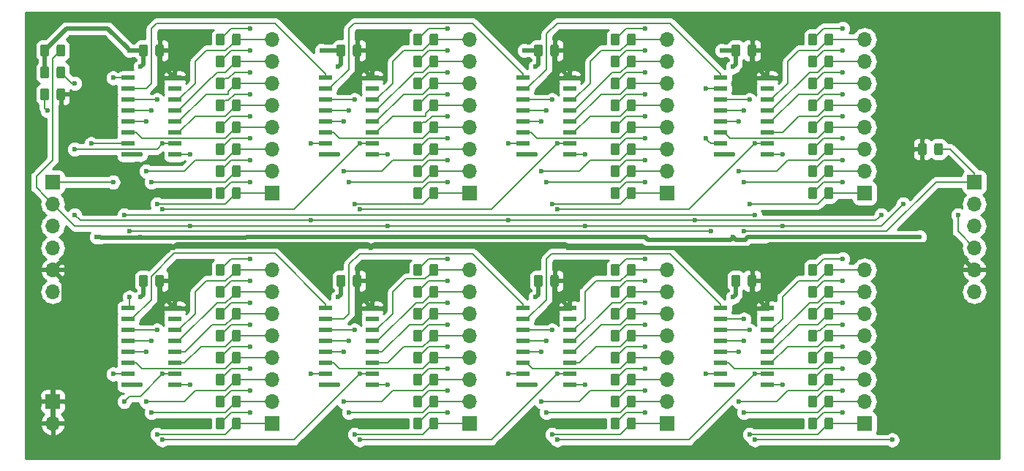
<source format=gbr>
G04 #@! TF.GenerationSoftware,KiCad,Pcbnew,5.1.0-060a0da~80~ubuntu16.04.1*
G04 #@! TF.CreationDate,2019-04-09T13:02:11+02:00*
G04 #@! TF.ProjectId,74HC165 Breakout,37344843-3136-4352-9042-7265616b6f75,rev?*
G04 #@! TF.SameCoordinates,Original*
G04 #@! TF.FileFunction,Copper,L1,Top*
G04 #@! TF.FilePolarity,Positive*
%FSLAX46Y46*%
G04 Gerber Fmt 4.6, Leading zero omitted, Abs format (unit mm)*
G04 Created by KiCad (PCBNEW 5.1.0-060a0da~80~ubuntu16.04.1) date 2019-04-09 13:02:11*
%MOMM*%
%LPD*%
G04 APERTURE LIST*
%ADD10R,1.500000X0.600000*%
%ADD11C,0.100000*%
%ADD12C,0.975000*%
%ADD13O,1.700000X1.700000*%
%ADD14R,1.700000X1.700000*%
%ADD15C,0.600000*%
%ADD16C,0.200000*%
%ADD17C,0.500000*%
%ADD18C,0.254000*%
G04 APERTURE END LIST*
D10*
X181120000Y-123815000D03*
X181120000Y-122545000D03*
X181120000Y-121275000D03*
X181120000Y-120005000D03*
X181120000Y-118735000D03*
X181120000Y-117465000D03*
X181120000Y-116195000D03*
X181120000Y-114925000D03*
X186520000Y-114925000D03*
X186520000Y-116195000D03*
X186520000Y-117465000D03*
X186520000Y-118735000D03*
X186520000Y-120005000D03*
X186520000Y-121275000D03*
X186520000Y-122545000D03*
X186520000Y-123815000D03*
X158260000Y-123815000D03*
X158260000Y-122545000D03*
X158260000Y-121275000D03*
X158260000Y-120005000D03*
X158260000Y-118735000D03*
X158260000Y-117465000D03*
X158260000Y-116195000D03*
X158260000Y-114925000D03*
X163660000Y-114925000D03*
X163660000Y-116195000D03*
X163660000Y-117465000D03*
X163660000Y-118735000D03*
X163660000Y-120005000D03*
X163660000Y-121275000D03*
X163660000Y-122545000D03*
X163660000Y-123815000D03*
X135400000Y-123815000D03*
X135400000Y-122545000D03*
X135400000Y-121275000D03*
X135400000Y-120005000D03*
X135400000Y-118735000D03*
X135400000Y-117465000D03*
X135400000Y-116195000D03*
X135400000Y-114925000D03*
X140800000Y-114925000D03*
X140800000Y-116195000D03*
X140800000Y-117465000D03*
X140800000Y-118735000D03*
X140800000Y-120005000D03*
X140800000Y-121275000D03*
X140800000Y-122545000D03*
X140800000Y-123815000D03*
X112540000Y-123815000D03*
X112540000Y-122545000D03*
X112540000Y-121275000D03*
X112540000Y-120005000D03*
X112540000Y-118735000D03*
X112540000Y-117465000D03*
X112540000Y-116195000D03*
X112540000Y-114925000D03*
X117940000Y-114925000D03*
X117940000Y-116195000D03*
X117940000Y-117465000D03*
X117940000Y-118735000D03*
X117940000Y-120005000D03*
X117940000Y-121275000D03*
X117940000Y-122545000D03*
X117940000Y-123815000D03*
X181120000Y-97145000D03*
X181120000Y-95875000D03*
X181120000Y-94605000D03*
X181120000Y-93335000D03*
X181120000Y-92065000D03*
X181120000Y-90795000D03*
X181120000Y-89525000D03*
X181120000Y-88255000D03*
X186520000Y-88255000D03*
X186520000Y-89525000D03*
X186520000Y-90795000D03*
X186520000Y-92065000D03*
X186520000Y-93335000D03*
X186520000Y-94605000D03*
X186520000Y-95875000D03*
X186520000Y-97145000D03*
X158260000Y-97145000D03*
X158260000Y-95875000D03*
X158260000Y-94605000D03*
X158260000Y-93335000D03*
X158260000Y-92065000D03*
X158260000Y-90795000D03*
X158260000Y-89525000D03*
X158260000Y-88255000D03*
X163660000Y-88255000D03*
X163660000Y-89525000D03*
X163660000Y-90795000D03*
X163660000Y-92065000D03*
X163660000Y-93335000D03*
X163660000Y-94605000D03*
X163660000Y-95875000D03*
X163660000Y-97145000D03*
X135400000Y-97145000D03*
X135400000Y-95875000D03*
X135400000Y-94605000D03*
X135400000Y-93335000D03*
X135400000Y-92065000D03*
X135400000Y-90795000D03*
X135400000Y-89525000D03*
X135400000Y-88255000D03*
X140800000Y-88255000D03*
X140800000Y-89525000D03*
X140800000Y-90795000D03*
X140800000Y-92065000D03*
X140800000Y-93335000D03*
X140800000Y-94605000D03*
X140800000Y-95875000D03*
X140800000Y-97145000D03*
X112540000Y-97145000D03*
X112540000Y-95875000D03*
X112540000Y-94605000D03*
X112540000Y-93335000D03*
X112540000Y-92065000D03*
X112540000Y-90795000D03*
X112540000Y-89525000D03*
X112540000Y-88255000D03*
X117940000Y-88255000D03*
X117940000Y-89525000D03*
X117940000Y-90795000D03*
X117940000Y-92065000D03*
X117940000Y-93335000D03*
X117940000Y-94605000D03*
X117940000Y-95875000D03*
X117940000Y-97145000D03*
D11*
G36*
X204740142Y-95811174D02*
G01*
X204763803Y-95814684D01*
X204787007Y-95820496D01*
X204809529Y-95828554D01*
X204831153Y-95838782D01*
X204851670Y-95851079D01*
X204870883Y-95865329D01*
X204888607Y-95881393D01*
X204904671Y-95899117D01*
X204918921Y-95918330D01*
X204931218Y-95938847D01*
X204941446Y-95960471D01*
X204949504Y-95982993D01*
X204955316Y-96006197D01*
X204958826Y-96029858D01*
X204960000Y-96053750D01*
X204960000Y-96966250D01*
X204958826Y-96990142D01*
X204955316Y-97013803D01*
X204949504Y-97037007D01*
X204941446Y-97059529D01*
X204931218Y-97081153D01*
X204918921Y-97101670D01*
X204904671Y-97120883D01*
X204888607Y-97138607D01*
X204870883Y-97154671D01*
X204851670Y-97168921D01*
X204831153Y-97181218D01*
X204809529Y-97191446D01*
X204787007Y-97199504D01*
X204763803Y-97205316D01*
X204740142Y-97208826D01*
X204716250Y-97210000D01*
X204228750Y-97210000D01*
X204204858Y-97208826D01*
X204181197Y-97205316D01*
X204157993Y-97199504D01*
X204135471Y-97191446D01*
X204113847Y-97181218D01*
X204093330Y-97168921D01*
X204074117Y-97154671D01*
X204056393Y-97138607D01*
X204040329Y-97120883D01*
X204026079Y-97101670D01*
X204013782Y-97081153D01*
X204003554Y-97059529D01*
X203995496Y-97037007D01*
X203989684Y-97013803D01*
X203986174Y-96990142D01*
X203985000Y-96966250D01*
X203985000Y-96053750D01*
X203986174Y-96029858D01*
X203989684Y-96006197D01*
X203995496Y-95982993D01*
X204003554Y-95960471D01*
X204013782Y-95938847D01*
X204026079Y-95918330D01*
X204040329Y-95899117D01*
X204056393Y-95881393D01*
X204074117Y-95865329D01*
X204093330Y-95851079D01*
X204113847Y-95838782D01*
X204135471Y-95828554D01*
X204157993Y-95820496D01*
X204181197Y-95814684D01*
X204204858Y-95811174D01*
X204228750Y-95810000D01*
X204716250Y-95810000D01*
X204740142Y-95811174D01*
X204740142Y-95811174D01*
G37*
D12*
X204472500Y-96510000D03*
D11*
G36*
X206615142Y-95811174D02*
G01*
X206638803Y-95814684D01*
X206662007Y-95820496D01*
X206684529Y-95828554D01*
X206706153Y-95838782D01*
X206726670Y-95851079D01*
X206745883Y-95865329D01*
X206763607Y-95881393D01*
X206779671Y-95899117D01*
X206793921Y-95918330D01*
X206806218Y-95938847D01*
X206816446Y-95960471D01*
X206824504Y-95982993D01*
X206830316Y-96006197D01*
X206833826Y-96029858D01*
X206835000Y-96053750D01*
X206835000Y-96966250D01*
X206833826Y-96990142D01*
X206830316Y-97013803D01*
X206824504Y-97037007D01*
X206816446Y-97059529D01*
X206806218Y-97081153D01*
X206793921Y-97101670D01*
X206779671Y-97120883D01*
X206763607Y-97138607D01*
X206745883Y-97154671D01*
X206726670Y-97168921D01*
X206706153Y-97181218D01*
X206684529Y-97191446D01*
X206662007Y-97199504D01*
X206638803Y-97205316D01*
X206615142Y-97208826D01*
X206591250Y-97210000D01*
X206103750Y-97210000D01*
X206079858Y-97208826D01*
X206056197Y-97205316D01*
X206032993Y-97199504D01*
X206010471Y-97191446D01*
X205988847Y-97181218D01*
X205968330Y-97168921D01*
X205949117Y-97154671D01*
X205931393Y-97138607D01*
X205915329Y-97120883D01*
X205901079Y-97101670D01*
X205888782Y-97081153D01*
X205878554Y-97059529D01*
X205870496Y-97037007D01*
X205864684Y-97013803D01*
X205861174Y-96990142D01*
X205860000Y-96966250D01*
X205860000Y-96053750D01*
X205861174Y-96029858D01*
X205864684Y-96006197D01*
X205870496Y-95982993D01*
X205878554Y-95960471D01*
X205888782Y-95938847D01*
X205901079Y-95918330D01*
X205915329Y-95899117D01*
X205931393Y-95881393D01*
X205949117Y-95865329D01*
X205968330Y-95851079D01*
X205988847Y-95838782D01*
X206010471Y-95828554D01*
X206032993Y-95820496D01*
X206056197Y-95814684D01*
X206079858Y-95811174D01*
X206103750Y-95810000D01*
X206591250Y-95810000D01*
X206615142Y-95811174D01*
X206615142Y-95811174D01*
G37*
D12*
X206347500Y-96510000D03*
D11*
G36*
X105015142Y-86921174D02*
G01*
X105038803Y-86924684D01*
X105062007Y-86930496D01*
X105084529Y-86938554D01*
X105106153Y-86948782D01*
X105126670Y-86961079D01*
X105145883Y-86975329D01*
X105163607Y-86991393D01*
X105179671Y-87009117D01*
X105193921Y-87028330D01*
X105206218Y-87048847D01*
X105216446Y-87070471D01*
X105224504Y-87092993D01*
X105230316Y-87116197D01*
X105233826Y-87139858D01*
X105235000Y-87163750D01*
X105235000Y-88076250D01*
X105233826Y-88100142D01*
X105230316Y-88123803D01*
X105224504Y-88147007D01*
X105216446Y-88169529D01*
X105206218Y-88191153D01*
X105193921Y-88211670D01*
X105179671Y-88230883D01*
X105163607Y-88248607D01*
X105145883Y-88264671D01*
X105126670Y-88278921D01*
X105106153Y-88291218D01*
X105084529Y-88301446D01*
X105062007Y-88309504D01*
X105038803Y-88315316D01*
X105015142Y-88318826D01*
X104991250Y-88320000D01*
X104503750Y-88320000D01*
X104479858Y-88318826D01*
X104456197Y-88315316D01*
X104432993Y-88309504D01*
X104410471Y-88301446D01*
X104388847Y-88291218D01*
X104368330Y-88278921D01*
X104349117Y-88264671D01*
X104331393Y-88248607D01*
X104315329Y-88230883D01*
X104301079Y-88211670D01*
X104288782Y-88191153D01*
X104278554Y-88169529D01*
X104270496Y-88147007D01*
X104264684Y-88123803D01*
X104261174Y-88100142D01*
X104260000Y-88076250D01*
X104260000Y-87163750D01*
X104261174Y-87139858D01*
X104264684Y-87116197D01*
X104270496Y-87092993D01*
X104278554Y-87070471D01*
X104288782Y-87048847D01*
X104301079Y-87028330D01*
X104315329Y-87009117D01*
X104331393Y-86991393D01*
X104349117Y-86975329D01*
X104368330Y-86961079D01*
X104388847Y-86948782D01*
X104410471Y-86938554D01*
X104432993Y-86930496D01*
X104456197Y-86924684D01*
X104479858Y-86921174D01*
X104503750Y-86920000D01*
X104991250Y-86920000D01*
X105015142Y-86921174D01*
X105015142Y-86921174D01*
G37*
D12*
X104747500Y-87620000D03*
D11*
G36*
X103140142Y-86921174D02*
G01*
X103163803Y-86924684D01*
X103187007Y-86930496D01*
X103209529Y-86938554D01*
X103231153Y-86948782D01*
X103251670Y-86961079D01*
X103270883Y-86975329D01*
X103288607Y-86991393D01*
X103304671Y-87009117D01*
X103318921Y-87028330D01*
X103331218Y-87048847D01*
X103341446Y-87070471D01*
X103349504Y-87092993D01*
X103355316Y-87116197D01*
X103358826Y-87139858D01*
X103360000Y-87163750D01*
X103360000Y-88076250D01*
X103358826Y-88100142D01*
X103355316Y-88123803D01*
X103349504Y-88147007D01*
X103341446Y-88169529D01*
X103331218Y-88191153D01*
X103318921Y-88211670D01*
X103304671Y-88230883D01*
X103288607Y-88248607D01*
X103270883Y-88264671D01*
X103251670Y-88278921D01*
X103231153Y-88291218D01*
X103209529Y-88301446D01*
X103187007Y-88309504D01*
X103163803Y-88315316D01*
X103140142Y-88318826D01*
X103116250Y-88320000D01*
X102628750Y-88320000D01*
X102604858Y-88318826D01*
X102581197Y-88315316D01*
X102557993Y-88309504D01*
X102535471Y-88301446D01*
X102513847Y-88291218D01*
X102493330Y-88278921D01*
X102474117Y-88264671D01*
X102456393Y-88248607D01*
X102440329Y-88230883D01*
X102426079Y-88211670D01*
X102413782Y-88191153D01*
X102403554Y-88169529D01*
X102395496Y-88147007D01*
X102389684Y-88123803D01*
X102386174Y-88100142D01*
X102385000Y-88076250D01*
X102385000Y-87163750D01*
X102386174Y-87139858D01*
X102389684Y-87116197D01*
X102395496Y-87092993D01*
X102403554Y-87070471D01*
X102413782Y-87048847D01*
X102426079Y-87028330D01*
X102440329Y-87009117D01*
X102456393Y-86991393D01*
X102474117Y-86975329D01*
X102493330Y-86961079D01*
X102513847Y-86948782D01*
X102535471Y-86938554D01*
X102557993Y-86930496D01*
X102581197Y-86924684D01*
X102604858Y-86921174D01*
X102628750Y-86920000D01*
X103116250Y-86920000D01*
X103140142Y-86921174D01*
X103140142Y-86921174D01*
G37*
D12*
X102872500Y-87620000D03*
D11*
G36*
X105015142Y-84381174D02*
G01*
X105038803Y-84384684D01*
X105062007Y-84390496D01*
X105084529Y-84398554D01*
X105106153Y-84408782D01*
X105126670Y-84421079D01*
X105145883Y-84435329D01*
X105163607Y-84451393D01*
X105179671Y-84469117D01*
X105193921Y-84488330D01*
X105206218Y-84508847D01*
X105216446Y-84530471D01*
X105224504Y-84552993D01*
X105230316Y-84576197D01*
X105233826Y-84599858D01*
X105235000Y-84623750D01*
X105235000Y-85536250D01*
X105233826Y-85560142D01*
X105230316Y-85583803D01*
X105224504Y-85607007D01*
X105216446Y-85629529D01*
X105206218Y-85651153D01*
X105193921Y-85671670D01*
X105179671Y-85690883D01*
X105163607Y-85708607D01*
X105145883Y-85724671D01*
X105126670Y-85738921D01*
X105106153Y-85751218D01*
X105084529Y-85761446D01*
X105062007Y-85769504D01*
X105038803Y-85775316D01*
X105015142Y-85778826D01*
X104991250Y-85780000D01*
X104503750Y-85780000D01*
X104479858Y-85778826D01*
X104456197Y-85775316D01*
X104432993Y-85769504D01*
X104410471Y-85761446D01*
X104388847Y-85751218D01*
X104368330Y-85738921D01*
X104349117Y-85724671D01*
X104331393Y-85708607D01*
X104315329Y-85690883D01*
X104301079Y-85671670D01*
X104288782Y-85651153D01*
X104278554Y-85629529D01*
X104270496Y-85607007D01*
X104264684Y-85583803D01*
X104261174Y-85560142D01*
X104260000Y-85536250D01*
X104260000Y-84623750D01*
X104261174Y-84599858D01*
X104264684Y-84576197D01*
X104270496Y-84552993D01*
X104278554Y-84530471D01*
X104288782Y-84508847D01*
X104301079Y-84488330D01*
X104315329Y-84469117D01*
X104331393Y-84451393D01*
X104349117Y-84435329D01*
X104368330Y-84421079D01*
X104388847Y-84408782D01*
X104410471Y-84398554D01*
X104432993Y-84390496D01*
X104456197Y-84384684D01*
X104479858Y-84381174D01*
X104503750Y-84380000D01*
X104991250Y-84380000D01*
X105015142Y-84381174D01*
X105015142Y-84381174D01*
G37*
D12*
X104747500Y-85080000D03*
D11*
G36*
X103140142Y-84381174D02*
G01*
X103163803Y-84384684D01*
X103187007Y-84390496D01*
X103209529Y-84398554D01*
X103231153Y-84408782D01*
X103251670Y-84421079D01*
X103270883Y-84435329D01*
X103288607Y-84451393D01*
X103304671Y-84469117D01*
X103318921Y-84488330D01*
X103331218Y-84508847D01*
X103341446Y-84530471D01*
X103349504Y-84552993D01*
X103355316Y-84576197D01*
X103358826Y-84599858D01*
X103360000Y-84623750D01*
X103360000Y-85536250D01*
X103358826Y-85560142D01*
X103355316Y-85583803D01*
X103349504Y-85607007D01*
X103341446Y-85629529D01*
X103331218Y-85651153D01*
X103318921Y-85671670D01*
X103304671Y-85690883D01*
X103288607Y-85708607D01*
X103270883Y-85724671D01*
X103251670Y-85738921D01*
X103231153Y-85751218D01*
X103209529Y-85761446D01*
X103187007Y-85769504D01*
X103163803Y-85775316D01*
X103140142Y-85778826D01*
X103116250Y-85780000D01*
X102628750Y-85780000D01*
X102604858Y-85778826D01*
X102581197Y-85775316D01*
X102557993Y-85769504D01*
X102535471Y-85761446D01*
X102513847Y-85751218D01*
X102493330Y-85738921D01*
X102474117Y-85724671D01*
X102456393Y-85708607D01*
X102440329Y-85690883D01*
X102426079Y-85671670D01*
X102413782Y-85651153D01*
X102403554Y-85629529D01*
X102395496Y-85607007D01*
X102389684Y-85583803D01*
X102386174Y-85560142D01*
X102385000Y-85536250D01*
X102385000Y-84623750D01*
X102386174Y-84599858D01*
X102389684Y-84576197D01*
X102395496Y-84552993D01*
X102403554Y-84530471D01*
X102413782Y-84508847D01*
X102426079Y-84488330D01*
X102440329Y-84469117D01*
X102456393Y-84451393D01*
X102474117Y-84435329D01*
X102493330Y-84421079D01*
X102513847Y-84408782D01*
X102535471Y-84398554D01*
X102557993Y-84390496D01*
X102581197Y-84384684D01*
X102604858Y-84381174D01*
X102628750Y-84380000D01*
X103116250Y-84380000D01*
X103140142Y-84381174D01*
X103140142Y-84381174D01*
G37*
D12*
X102872500Y-85080000D03*
D11*
G36*
X105015142Y-89461174D02*
G01*
X105038803Y-89464684D01*
X105062007Y-89470496D01*
X105084529Y-89478554D01*
X105106153Y-89488782D01*
X105126670Y-89501079D01*
X105145883Y-89515329D01*
X105163607Y-89531393D01*
X105179671Y-89549117D01*
X105193921Y-89568330D01*
X105206218Y-89588847D01*
X105216446Y-89610471D01*
X105224504Y-89632993D01*
X105230316Y-89656197D01*
X105233826Y-89679858D01*
X105235000Y-89703750D01*
X105235000Y-90616250D01*
X105233826Y-90640142D01*
X105230316Y-90663803D01*
X105224504Y-90687007D01*
X105216446Y-90709529D01*
X105206218Y-90731153D01*
X105193921Y-90751670D01*
X105179671Y-90770883D01*
X105163607Y-90788607D01*
X105145883Y-90804671D01*
X105126670Y-90818921D01*
X105106153Y-90831218D01*
X105084529Y-90841446D01*
X105062007Y-90849504D01*
X105038803Y-90855316D01*
X105015142Y-90858826D01*
X104991250Y-90860000D01*
X104503750Y-90860000D01*
X104479858Y-90858826D01*
X104456197Y-90855316D01*
X104432993Y-90849504D01*
X104410471Y-90841446D01*
X104388847Y-90831218D01*
X104368330Y-90818921D01*
X104349117Y-90804671D01*
X104331393Y-90788607D01*
X104315329Y-90770883D01*
X104301079Y-90751670D01*
X104288782Y-90731153D01*
X104278554Y-90709529D01*
X104270496Y-90687007D01*
X104264684Y-90663803D01*
X104261174Y-90640142D01*
X104260000Y-90616250D01*
X104260000Y-89703750D01*
X104261174Y-89679858D01*
X104264684Y-89656197D01*
X104270496Y-89632993D01*
X104278554Y-89610471D01*
X104288782Y-89588847D01*
X104301079Y-89568330D01*
X104315329Y-89549117D01*
X104331393Y-89531393D01*
X104349117Y-89515329D01*
X104368330Y-89501079D01*
X104388847Y-89488782D01*
X104410471Y-89478554D01*
X104432993Y-89470496D01*
X104456197Y-89464684D01*
X104479858Y-89461174D01*
X104503750Y-89460000D01*
X104991250Y-89460000D01*
X105015142Y-89461174D01*
X105015142Y-89461174D01*
G37*
D12*
X104747500Y-90160000D03*
D11*
G36*
X103140142Y-89461174D02*
G01*
X103163803Y-89464684D01*
X103187007Y-89470496D01*
X103209529Y-89478554D01*
X103231153Y-89488782D01*
X103251670Y-89501079D01*
X103270883Y-89515329D01*
X103288607Y-89531393D01*
X103304671Y-89549117D01*
X103318921Y-89568330D01*
X103331218Y-89588847D01*
X103341446Y-89610471D01*
X103349504Y-89632993D01*
X103355316Y-89656197D01*
X103358826Y-89679858D01*
X103360000Y-89703750D01*
X103360000Y-90616250D01*
X103358826Y-90640142D01*
X103355316Y-90663803D01*
X103349504Y-90687007D01*
X103341446Y-90709529D01*
X103331218Y-90731153D01*
X103318921Y-90751670D01*
X103304671Y-90770883D01*
X103288607Y-90788607D01*
X103270883Y-90804671D01*
X103251670Y-90818921D01*
X103231153Y-90831218D01*
X103209529Y-90841446D01*
X103187007Y-90849504D01*
X103163803Y-90855316D01*
X103140142Y-90858826D01*
X103116250Y-90860000D01*
X102628750Y-90860000D01*
X102604858Y-90858826D01*
X102581197Y-90855316D01*
X102557993Y-90849504D01*
X102535471Y-90841446D01*
X102513847Y-90831218D01*
X102493330Y-90818921D01*
X102474117Y-90804671D01*
X102456393Y-90788607D01*
X102440329Y-90770883D01*
X102426079Y-90751670D01*
X102413782Y-90731153D01*
X102403554Y-90709529D01*
X102395496Y-90687007D01*
X102389684Y-90663803D01*
X102386174Y-90640142D01*
X102385000Y-90616250D01*
X102385000Y-89703750D01*
X102386174Y-89679858D01*
X102389684Y-89656197D01*
X102395496Y-89632993D01*
X102403554Y-89610471D01*
X102413782Y-89588847D01*
X102426079Y-89568330D01*
X102440329Y-89549117D01*
X102456393Y-89531393D01*
X102474117Y-89515329D01*
X102493330Y-89501079D01*
X102513847Y-89488782D01*
X102535471Y-89478554D01*
X102557993Y-89470496D01*
X102581197Y-89464684D01*
X102604858Y-89461174D01*
X102628750Y-89460000D01*
X103116250Y-89460000D01*
X103140142Y-89461174D01*
X103140142Y-89461174D01*
G37*
D12*
X102872500Y-90160000D03*
D11*
G36*
X193915142Y-109781174D02*
G01*
X193938803Y-109784684D01*
X193962007Y-109790496D01*
X193984529Y-109798554D01*
X194006153Y-109808782D01*
X194026670Y-109821079D01*
X194045883Y-109835329D01*
X194063607Y-109851393D01*
X194079671Y-109869117D01*
X194093921Y-109888330D01*
X194106218Y-109908847D01*
X194116446Y-109930471D01*
X194124504Y-109952993D01*
X194130316Y-109976197D01*
X194133826Y-109999858D01*
X194135000Y-110023750D01*
X194135000Y-110936250D01*
X194133826Y-110960142D01*
X194130316Y-110983803D01*
X194124504Y-111007007D01*
X194116446Y-111029529D01*
X194106218Y-111051153D01*
X194093921Y-111071670D01*
X194079671Y-111090883D01*
X194063607Y-111108607D01*
X194045883Y-111124671D01*
X194026670Y-111138921D01*
X194006153Y-111151218D01*
X193984529Y-111161446D01*
X193962007Y-111169504D01*
X193938803Y-111175316D01*
X193915142Y-111178826D01*
X193891250Y-111180000D01*
X193403750Y-111180000D01*
X193379858Y-111178826D01*
X193356197Y-111175316D01*
X193332993Y-111169504D01*
X193310471Y-111161446D01*
X193288847Y-111151218D01*
X193268330Y-111138921D01*
X193249117Y-111124671D01*
X193231393Y-111108607D01*
X193215329Y-111090883D01*
X193201079Y-111071670D01*
X193188782Y-111051153D01*
X193178554Y-111029529D01*
X193170496Y-111007007D01*
X193164684Y-110983803D01*
X193161174Y-110960142D01*
X193160000Y-110936250D01*
X193160000Y-110023750D01*
X193161174Y-109999858D01*
X193164684Y-109976197D01*
X193170496Y-109952993D01*
X193178554Y-109930471D01*
X193188782Y-109908847D01*
X193201079Y-109888330D01*
X193215329Y-109869117D01*
X193231393Y-109851393D01*
X193249117Y-109835329D01*
X193268330Y-109821079D01*
X193288847Y-109808782D01*
X193310471Y-109798554D01*
X193332993Y-109790496D01*
X193356197Y-109784684D01*
X193379858Y-109781174D01*
X193403750Y-109780000D01*
X193891250Y-109780000D01*
X193915142Y-109781174D01*
X193915142Y-109781174D01*
G37*
D12*
X193647500Y-110480000D03*
D11*
G36*
X192040142Y-109781174D02*
G01*
X192063803Y-109784684D01*
X192087007Y-109790496D01*
X192109529Y-109798554D01*
X192131153Y-109808782D01*
X192151670Y-109821079D01*
X192170883Y-109835329D01*
X192188607Y-109851393D01*
X192204671Y-109869117D01*
X192218921Y-109888330D01*
X192231218Y-109908847D01*
X192241446Y-109930471D01*
X192249504Y-109952993D01*
X192255316Y-109976197D01*
X192258826Y-109999858D01*
X192260000Y-110023750D01*
X192260000Y-110936250D01*
X192258826Y-110960142D01*
X192255316Y-110983803D01*
X192249504Y-111007007D01*
X192241446Y-111029529D01*
X192231218Y-111051153D01*
X192218921Y-111071670D01*
X192204671Y-111090883D01*
X192188607Y-111108607D01*
X192170883Y-111124671D01*
X192151670Y-111138921D01*
X192131153Y-111151218D01*
X192109529Y-111161446D01*
X192087007Y-111169504D01*
X192063803Y-111175316D01*
X192040142Y-111178826D01*
X192016250Y-111180000D01*
X191528750Y-111180000D01*
X191504858Y-111178826D01*
X191481197Y-111175316D01*
X191457993Y-111169504D01*
X191435471Y-111161446D01*
X191413847Y-111151218D01*
X191393330Y-111138921D01*
X191374117Y-111124671D01*
X191356393Y-111108607D01*
X191340329Y-111090883D01*
X191326079Y-111071670D01*
X191313782Y-111051153D01*
X191303554Y-111029529D01*
X191295496Y-111007007D01*
X191289684Y-110983803D01*
X191286174Y-110960142D01*
X191285000Y-110936250D01*
X191285000Y-110023750D01*
X191286174Y-109999858D01*
X191289684Y-109976197D01*
X191295496Y-109952993D01*
X191303554Y-109930471D01*
X191313782Y-109908847D01*
X191326079Y-109888330D01*
X191340329Y-109869117D01*
X191356393Y-109851393D01*
X191374117Y-109835329D01*
X191393330Y-109821079D01*
X191413847Y-109808782D01*
X191435471Y-109798554D01*
X191457993Y-109790496D01*
X191481197Y-109784684D01*
X191504858Y-109781174D01*
X191528750Y-109780000D01*
X192016250Y-109780000D01*
X192040142Y-109781174D01*
X192040142Y-109781174D01*
G37*
D12*
X191772500Y-110480000D03*
D11*
G36*
X193915142Y-114861174D02*
G01*
X193938803Y-114864684D01*
X193962007Y-114870496D01*
X193984529Y-114878554D01*
X194006153Y-114888782D01*
X194026670Y-114901079D01*
X194045883Y-114915329D01*
X194063607Y-114931393D01*
X194079671Y-114949117D01*
X194093921Y-114968330D01*
X194106218Y-114988847D01*
X194116446Y-115010471D01*
X194124504Y-115032993D01*
X194130316Y-115056197D01*
X194133826Y-115079858D01*
X194135000Y-115103750D01*
X194135000Y-116016250D01*
X194133826Y-116040142D01*
X194130316Y-116063803D01*
X194124504Y-116087007D01*
X194116446Y-116109529D01*
X194106218Y-116131153D01*
X194093921Y-116151670D01*
X194079671Y-116170883D01*
X194063607Y-116188607D01*
X194045883Y-116204671D01*
X194026670Y-116218921D01*
X194006153Y-116231218D01*
X193984529Y-116241446D01*
X193962007Y-116249504D01*
X193938803Y-116255316D01*
X193915142Y-116258826D01*
X193891250Y-116260000D01*
X193403750Y-116260000D01*
X193379858Y-116258826D01*
X193356197Y-116255316D01*
X193332993Y-116249504D01*
X193310471Y-116241446D01*
X193288847Y-116231218D01*
X193268330Y-116218921D01*
X193249117Y-116204671D01*
X193231393Y-116188607D01*
X193215329Y-116170883D01*
X193201079Y-116151670D01*
X193188782Y-116131153D01*
X193178554Y-116109529D01*
X193170496Y-116087007D01*
X193164684Y-116063803D01*
X193161174Y-116040142D01*
X193160000Y-116016250D01*
X193160000Y-115103750D01*
X193161174Y-115079858D01*
X193164684Y-115056197D01*
X193170496Y-115032993D01*
X193178554Y-115010471D01*
X193188782Y-114988847D01*
X193201079Y-114968330D01*
X193215329Y-114949117D01*
X193231393Y-114931393D01*
X193249117Y-114915329D01*
X193268330Y-114901079D01*
X193288847Y-114888782D01*
X193310471Y-114878554D01*
X193332993Y-114870496D01*
X193356197Y-114864684D01*
X193379858Y-114861174D01*
X193403750Y-114860000D01*
X193891250Y-114860000D01*
X193915142Y-114861174D01*
X193915142Y-114861174D01*
G37*
D12*
X193647500Y-115560000D03*
D11*
G36*
X192040142Y-114861174D02*
G01*
X192063803Y-114864684D01*
X192087007Y-114870496D01*
X192109529Y-114878554D01*
X192131153Y-114888782D01*
X192151670Y-114901079D01*
X192170883Y-114915329D01*
X192188607Y-114931393D01*
X192204671Y-114949117D01*
X192218921Y-114968330D01*
X192231218Y-114988847D01*
X192241446Y-115010471D01*
X192249504Y-115032993D01*
X192255316Y-115056197D01*
X192258826Y-115079858D01*
X192260000Y-115103750D01*
X192260000Y-116016250D01*
X192258826Y-116040142D01*
X192255316Y-116063803D01*
X192249504Y-116087007D01*
X192241446Y-116109529D01*
X192231218Y-116131153D01*
X192218921Y-116151670D01*
X192204671Y-116170883D01*
X192188607Y-116188607D01*
X192170883Y-116204671D01*
X192151670Y-116218921D01*
X192131153Y-116231218D01*
X192109529Y-116241446D01*
X192087007Y-116249504D01*
X192063803Y-116255316D01*
X192040142Y-116258826D01*
X192016250Y-116260000D01*
X191528750Y-116260000D01*
X191504858Y-116258826D01*
X191481197Y-116255316D01*
X191457993Y-116249504D01*
X191435471Y-116241446D01*
X191413847Y-116231218D01*
X191393330Y-116218921D01*
X191374117Y-116204671D01*
X191356393Y-116188607D01*
X191340329Y-116170883D01*
X191326079Y-116151670D01*
X191313782Y-116131153D01*
X191303554Y-116109529D01*
X191295496Y-116087007D01*
X191289684Y-116063803D01*
X191286174Y-116040142D01*
X191285000Y-116016250D01*
X191285000Y-115103750D01*
X191286174Y-115079858D01*
X191289684Y-115056197D01*
X191295496Y-115032993D01*
X191303554Y-115010471D01*
X191313782Y-114988847D01*
X191326079Y-114968330D01*
X191340329Y-114949117D01*
X191356393Y-114931393D01*
X191374117Y-114915329D01*
X191393330Y-114901079D01*
X191413847Y-114888782D01*
X191435471Y-114878554D01*
X191457993Y-114870496D01*
X191481197Y-114864684D01*
X191504858Y-114861174D01*
X191528750Y-114860000D01*
X192016250Y-114860000D01*
X192040142Y-114861174D01*
X192040142Y-114861174D01*
G37*
D12*
X191772500Y-115560000D03*
D11*
G36*
X193915142Y-119941174D02*
G01*
X193938803Y-119944684D01*
X193962007Y-119950496D01*
X193984529Y-119958554D01*
X194006153Y-119968782D01*
X194026670Y-119981079D01*
X194045883Y-119995329D01*
X194063607Y-120011393D01*
X194079671Y-120029117D01*
X194093921Y-120048330D01*
X194106218Y-120068847D01*
X194116446Y-120090471D01*
X194124504Y-120112993D01*
X194130316Y-120136197D01*
X194133826Y-120159858D01*
X194135000Y-120183750D01*
X194135000Y-121096250D01*
X194133826Y-121120142D01*
X194130316Y-121143803D01*
X194124504Y-121167007D01*
X194116446Y-121189529D01*
X194106218Y-121211153D01*
X194093921Y-121231670D01*
X194079671Y-121250883D01*
X194063607Y-121268607D01*
X194045883Y-121284671D01*
X194026670Y-121298921D01*
X194006153Y-121311218D01*
X193984529Y-121321446D01*
X193962007Y-121329504D01*
X193938803Y-121335316D01*
X193915142Y-121338826D01*
X193891250Y-121340000D01*
X193403750Y-121340000D01*
X193379858Y-121338826D01*
X193356197Y-121335316D01*
X193332993Y-121329504D01*
X193310471Y-121321446D01*
X193288847Y-121311218D01*
X193268330Y-121298921D01*
X193249117Y-121284671D01*
X193231393Y-121268607D01*
X193215329Y-121250883D01*
X193201079Y-121231670D01*
X193188782Y-121211153D01*
X193178554Y-121189529D01*
X193170496Y-121167007D01*
X193164684Y-121143803D01*
X193161174Y-121120142D01*
X193160000Y-121096250D01*
X193160000Y-120183750D01*
X193161174Y-120159858D01*
X193164684Y-120136197D01*
X193170496Y-120112993D01*
X193178554Y-120090471D01*
X193188782Y-120068847D01*
X193201079Y-120048330D01*
X193215329Y-120029117D01*
X193231393Y-120011393D01*
X193249117Y-119995329D01*
X193268330Y-119981079D01*
X193288847Y-119968782D01*
X193310471Y-119958554D01*
X193332993Y-119950496D01*
X193356197Y-119944684D01*
X193379858Y-119941174D01*
X193403750Y-119940000D01*
X193891250Y-119940000D01*
X193915142Y-119941174D01*
X193915142Y-119941174D01*
G37*
D12*
X193647500Y-120640000D03*
D11*
G36*
X192040142Y-119941174D02*
G01*
X192063803Y-119944684D01*
X192087007Y-119950496D01*
X192109529Y-119958554D01*
X192131153Y-119968782D01*
X192151670Y-119981079D01*
X192170883Y-119995329D01*
X192188607Y-120011393D01*
X192204671Y-120029117D01*
X192218921Y-120048330D01*
X192231218Y-120068847D01*
X192241446Y-120090471D01*
X192249504Y-120112993D01*
X192255316Y-120136197D01*
X192258826Y-120159858D01*
X192260000Y-120183750D01*
X192260000Y-121096250D01*
X192258826Y-121120142D01*
X192255316Y-121143803D01*
X192249504Y-121167007D01*
X192241446Y-121189529D01*
X192231218Y-121211153D01*
X192218921Y-121231670D01*
X192204671Y-121250883D01*
X192188607Y-121268607D01*
X192170883Y-121284671D01*
X192151670Y-121298921D01*
X192131153Y-121311218D01*
X192109529Y-121321446D01*
X192087007Y-121329504D01*
X192063803Y-121335316D01*
X192040142Y-121338826D01*
X192016250Y-121340000D01*
X191528750Y-121340000D01*
X191504858Y-121338826D01*
X191481197Y-121335316D01*
X191457993Y-121329504D01*
X191435471Y-121321446D01*
X191413847Y-121311218D01*
X191393330Y-121298921D01*
X191374117Y-121284671D01*
X191356393Y-121268607D01*
X191340329Y-121250883D01*
X191326079Y-121231670D01*
X191313782Y-121211153D01*
X191303554Y-121189529D01*
X191295496Y-121167007D01*
X191289684Y-121143803D01*
X191286174Y-121120142D01*
X191285000Y-121096250D01*
X191285000Y-120183750D01*
X191286174Y-120159858D01*
X191289684Y-120136197D01*
X191295496Y-120112993D01*
X191303554Y-120090471D01*
X191313782Y-120068847D01*
X191326079Y-120048330D01*
X191340329Y-120029117D01*
X191356393Y-120011393D01*
X191374117Y-119995329D01*
X191393330Y-119981079D01*
X191413847Y-119968782D01*
X191435471Y-119958554D01*
X191457993Y-119950496D01*
X191481197Y-119944684D01*
X191504858Y-119941174D01*
X191528750Y-119940000D01*
X192016250Y-119940000D01*
X192040142Y-119941174D01*
X192040142Y-119941174D01*
G37*
D12*
X191772500Y-120640000D03*
D11*
G36*
X193915142Y-125021174D02*
G01*
X193938803Y-125024684D01*
X193962007Y-125030496D01*
X193984529Y-125038554D01*
X194006153Y-125048782D01*
X194026670Y-125061079D01*
X194045883Y-125075329D01*
X194063607Y-125091393D01*
X194079671Y-125109117D01*
X194093921Y-125128330D01*
X194106218Y-125148847D01*
X194116446Y-125170471D01*
X194124504Y-125192993D01*
X194130316Y-125216197D01*
X194133826Y-125239858D01*
X194135000Y-125263750D01*
X194135000Y-126176250D01*
X194133826Y-126200142D01*
X194130316Y-126223803D01*
X194124504Y-126247007D01*
X194116446Y-126269529D01*
X194106218Y-126291153D01*
X194093921Y-126311670D01*
X194079671Y-126330883D01*
X194063607Y-126348607D01*
X194045883Y-126364671D01*
X194026670Y-126378921D01*
X194006153Y-126391218D01*
X193984529Y-126401446D01*
X193962007Y-126409504D01*
X193938803Y-126415316D01*
X193915142Y-126418826D01*
X193891250Y-126420000D01*
X193403750Y-126420000D01*
X193379858Y-126418826D01*
X193356197Y-126415316D01*
X193332993Y-126409504D01*
X193310471Y-126401446D01*
X193288847Y-126391218D01*
X193268330Y-126378921D01*
X193249117Y-126364671D01*
X193231393Y-126348607D01*
X193215329Y-126330883D01*
X193201079Y-126311670D01*
X193188782Y-126291153D01*
X193178554Y-126269529D01*
X193170496Y-126247007D01*
X193164684Y-126223803D01*
X193161174Y-126200142D01*
X193160000Y-126176250D01*
X193160000Y-125263750D01*
X193161174Y-125239858D01*
X193164684Y-125216197D01*
X193170496Y-125192993D01*
X193178554Y-125170471D01*
X193188782Y-125148847D01*
X193201079Y-125128330D01*
X193215329Y-125109117D01*
X193231393Y-125091393D01*
X193249117Y-125075329D01*
X193268330Y-125061079D01*
X193288847Y-125048782D01*
X193310471Y-125038554D01*
X193332993Y-125030496D01*
X193356197Y-125024684D01*
X193379858Y-125021174D01*
X193403750Y-125020000D01*
X193891250Y-125020000D01*
X193915142Y-125021174D01*
X193915142Y-125021174D01*
G37*
D12*
X193647500Y-125720000D03*
D11*
G36*
X192040142Y-125021174D02*
G01*
X192063803Y-125024684D01*
X192087007Y-125030496D01*
X192109529Y-125038554D01*
X192131153Y-125048782D01*
X192151670Y-125061079D01*
X192170883Y-125075329D01*
X192188607Y-125091393D01*
X192204671Y-125109117D01*
X192218921Y-125128330D01*
X192231218Y-125148847D01*
X192241446Y-125170471D01*
X192249504Y-125192993D01*
X192255316Y-125216197D01*
X192258826Y-125239858D01*
X192260000Y-125263750D01*
X192260000Y-126176250D01*
X192258826Y-126200142D01*
X192255316Y-126223803D01*
X192249504Y-126247007D01*
X192241446Y-126269529D01*
X192231218Y-126291153D01*
X192218921Y-126311670D01*
X192204671Y-126330883D01*
X192188607Y-126348607D01*
X192170883Y-126364671D01*
X192151670Y-126378921D01*
X192131153Y-126391218D01*
X192109529Y-126401446D01*
X192087007Y-126409504D01*
X192063803Y-126415316D01*
X192040142Y-126418826D01*
X192016250Y-126420000D01*
X191528750Y-126420000D01*
X191504858Y-126418826D01*
X191481197Y-126415316D01*
X191457993Y-126409504D01*
X191435471Y-126401446D01*
X191413847Y-126391218D01*
X191393330Y-126378921D01*
X191374117Y-126364671D01*
X191356393Y-126348607D01*
X191340329Y-126330883D01*
X191326079Y-126311670D01*
X191313782Y-126291153D01*
X191303554Y-126269529D01*
X191295496Y-126247007D01*
X191289684Y-126223803D01*
X191286174Y-126200142D01*
X191285000Y-126176250D01*
X191285000Y-125263750D01*
X191286174Y-125239858D01*
X191289684Y-125216197D01*
X191295496Y-125192993D01*
X191303554Y-125170471D01*
X191313782Y-125148847D01*
X191326079Y-125128330D01*
X191340329Y-125109117D01*
X191356393Y-125091393D01*
X191374117Y-125075329D01*
X191393330Y-125061079D01*
X191413847Y-125048782D01*
X191435471Y-125038554D01*
X191457993Y-125030496D01*
X191481197Y-125024684D01*
X191504858Y-125021174D01*
X191528750Y-125020000D01*
X192016250Y-125020000D01*
X192040142Y-125021174D01*
X192040142Y-125021174D01*
G37*
D12*
X191772500Y-125720000D03*
D11*
G36*
X171055142Y-109781174D02*
G01*
X171078803Y-109784684D01*
X171102007Y-109790496D01*
X171124529Y-109798554D01*
X171146153Y-109808782D01*
X171166670Y-109821079D01*
X171185883Y-109835329D01*
X171203607Y-109851393D01*
X171219671Y-109869117D01*
X171233921Y-109888330D01*
X171246218Y-109908847D01*
X171256446Y-109930471D01*
X171264504Y-109952993D01*
X171270316Y-109976197D01*
X171273826Y-109999858D01*
X171275000Y-110023750D01*
X171275000Y-110936250D01*
X171273826Y-110960142D01*
X171270316Y-110983803D01*
X171264504Y-111007007D01*
X171256446Y-111029529D01*
X171246218Y-111051153D01*
X171233921Y-111071670D01*
X171219671Y-111090883D01*
X171203607Y-111108607D01*
X171185883Y-111124671D01*
X171166670Y-111138921D01*
X171146153Y-111151218D01*
X171124529Y-111161446D01*
X171102007Y-111169504D01*
X171078803Y-111175316D01*
X171055142Y-111178826D01*
X171031250Y-111180000D01*
X170543750Y-111180000D01*
X170519858Y-111178826D01*
X170496197Y-111175316D01*
X170472993Y-111169504D01*
X170450471Y-111161446D01*
X170428847Y-111151218D01*
X170408330Y-111138921D01*
X170389117Y-111124671D01*
X170371393Y-111108607D01*
X170355329Y-111090883D01*
X170341079Y-111071670D01*
X170328782Y-111051153D01*
X170318554Y-111029529D01*
X170310496Y-111007007D01*
X170304684Y-110983803D01*
X170301174Y-110960142D01*
X170300000Y-110936250D01*
X170300000Y-110023750D01*
X170301174Y-109999858D01*
X170304684Y-109976197D01*
X170310496Y-109952993D01*
X170318554Y-109930471D01*
X170328782Y-109908847D01*
X170341079Y-109888330D01*
X170355329Y-109869117D01*
X170371393Y-109851393D01*
X170389117Y-109835329D01*
X170408330Y-109821079D01*
X170428847Y-109808782D01*
X170450471Y-109798554D01*
X170472993Y-109790496D01*
X170496197Y-109784684D01*
X170519858Y-109781174D01*
X170543750Y-109780000D01*
X171031250Y-109780000D01*
X171055142Y-109781174D01*
X171055142Y-109781174D01*
G37*
D12*
X170787500Y-110480000D03*
D11*
G36*
X169180142Y-109781174D02*
G01*
X169203803Y-109784684D01*
X169227007Y-109790496D01*
X169249529Y-109798554D01*
X169271153Y-109808782D01*
X169291670Y-109821079D01*
X169310883Y-109835329D01*
X169328607Y-109851393D01*
X169344671Y-109869117D01*
X169358921Y-109888330D01*
X169371218Y-109908847D01*
X169381446Y-109930471D01*
X169389504Y-109952993D01*
X169395316Y-109976197D01*
X169398826Y-109999858D01*
X169400000Y-110023750D01*
X169400000Y-110936250D01*
X169398826Y-110960142D01*
X169395316Y-110983803D01*
X169389504Y-111007007D01*
X169381446Y-111029529D01*
X169371218Y-111051153D01*
X169358921Y-111071670D01*
X169344671Y-111090883D01*
X169328607Y-111108607D01*
X169310883Y-111124671D01*
X169291670Y-111138921D01*
X169271153Y-111151218D01*
X169249529Y-111161446D01*
X169227007Y-111169504D01*
X169203803Y-111175316D01*
X169180142Y-111178826D01*
X169156250Y-111180000D01*
X168668750Y-111180000D01*
X168644858Y-111178826D01*
X168621197Y-111175316D01*
X168597993Y-111169504D01*
X168575471Y-111161446D01*
X168553847Y-111151218D01*
X168533330Y-111138921D01*
X168514117Y-111124671D01*
X168496393Y-111108607D01*
X168480329Y-111090883D01*
X168466079Y-111071670D01*
X168453782Y-111051153D01*
X168443554Y-111029529D01*
X168435496Y-111007007D01*
X168429684Y-110983803D01*
X168426174Y-110960142D01*
X168425000Y-110936250D01*
X168425000Y-110023750D01*
X168426174Y-109999858D01*
X168429684Y-109976197D01*
X168435496Y-109952993D01*
X168443554Y-109930471D01*
X168453782Y-109908847D01*
X168466079Y-109888330D01*
X168480329Y-109869117D01*
X168496393Y-109851393D01*
X168514117Y-109835329D01*
X168533330Y-109821079D01*
X168553847Y-109808782D01*
X168575471Y-109798554D01*
X168597993Y-109790496D01*
X168621197Y-109784684D01*
X168644858Y-109781174D01*
X168668750Y-109780000D01*
X169156250Y-109780000D01*
X169180142Y-109781174D01*
X169180142Y-109781174D01*
G37*
D12*
X168912500Y-110480000D03*
D11*
G36*
X171055142Y-114861174D02*
G01*
X171078803Y-114864684D01*
X171102007Y-114870496D01*
X171124529Y-114878554D01*
X171146153Y-114888782D01*
X171166670Y-114901079D01*
X171185883Y-114915329D01*
X171203607Y-114931393D01*
X171219671Y-114949117D01*
X171233921Y-114968330D01*
X171246218Y-114988847D01*
X171256446Y-115010471D01*
X171264504Y-115032993D01*
X171270316Y-115056197D01*
X171273826Y-115079858D01*
X171275000Y-115103750D01*
X171275000Y-116016250D01*
X171273826Y-116040142D01*
X171270316Y-116063803D01*
X171264504Y-116087007D01*
X171256446Y-116109529D01*
X171246218Y-116131153D01*
X171233921Y-116151670D01*
X171219671Y-116170883D01*
X171203607Y-116188607D01*
X171185883Y-116204671D01*
X171166670Y-116218921D01*
X171146153Y-116231218D01*
X171124529Y-116241446D01*
X171102007Y-116249504D01*
X171078803Y-116255316D01*
X171055142Y-116258826D01*
X171031250Y-116260000D01*
X170543750Y-116260000D01*
X170519858Y-116258826D01*
X170496197Y-116255316D01*
X170472993Y-116249504D01*
X170450471Y-116241446D01*
X170428847Y-116231218D01*
X170408330Y-116218921D01*
X170389117Y-116204671D01*
X170371393Y-116188607D01*
X170355329Y-116170883D01*
X170341079Y-116151670D01*
X170328782Y-116131153D01*
X170318554Y-116109529D01*
X170310496Y-116087007D01*
X170304684Y-116063803D01*
X170301174Y-116040142D01*
X170300000Y-116016250D01*
X170300000Y-115103750D01*
X170301174Y-115079858D01*
X170304684Y-115056197D01*
X170310496Y-115032993D01*
X170318554Y-115010471D01*
X170328782Y-114988847D01*
X170341079Y-114968330D01*
X170355329Y-114949117D01*
X170371393Y-114931393D01*
X170389117Y-114915329D01*
X170408330Y-114901079D01*
X170428847Y-114888782D01*
X170450471Y-114878554D01*
X170472993Y-114870496D01*
X170496197Y-114864684D01*
X170519858Y-114861174D01*
X170543750Y-114860000D01*
X171031250Y-114860000D01*
X171055142Y-114861174D01*
X171055142Y-114861174D01*
G37*
D12*
X170787500Y-115560000D03*
D11*
G36*
X169180142Y-114861174D02*
G01*
X169203803Y-114864684D01*
X169227007Y-114870496D01*
X169249529Y-114878554D01*
X169271153Y-114888782D01*
X169291670Y-114901079D01*
X169310883Y-114915329D01*
X169328607Y-114931393D01*
X169344671Y-114949117D01*
X169358921Y-114968330D01*
X169371218Y-114988847D01*
X169381446Y-115010471D01*
X169389504Y-115032993D01*
X169395316Y-115056197D01*
X169398826Y-115079858D01*
X169400000Y-115103750D01*
X169400000Y-116016250D01*
X169398826Y-116040142D01*
X169395316Y-116063803D01*
X169389504Y-116087007D01*
X169381446Y-116109529D01*
X169371218Y-116131153D01*
X169358921Y-116151670D01*
X169344671Y-116170883D01*
X169328607Y-116188607D01*
X169310883Y-116204671D01*
X169291670Y-116218921D01*
X169271153Y-116231218D01*
X169249529Y-116241446D01*
X169227007Y-116249504D01*
X169203803Y-116255316D01*
X169180142Y-116258826D01*
X169156250Y-116260000D01*
X168668750Y-116260000D01*
X168644858Y-116258826D01*
X168621197Y-116255316D01*
X168597993Y-116249504D01*
X168575471Y-116241446D01*
X168553847Y-116231218D01*
X168533330Y-116218921D01*
X168514117Y-116204671D01*
X168496393Y-116188607D01*
X168480329Y-116170883D01*
X168466079Y-116151670D01*
X168453782Y-116131153D01*
X168443554Y-116109529D01*
X168435496Y-116087007D01*
X168429684Y-116063803D01*
X168426174Y-116040142D01*
X168425000Y-116016250D01*
X168425000Y-115103750D01*
X168426174Y-115079858D01*
X168429684Y-115056197D01*
X168435496Y-115032993D01*
X168443554Y-115010471D01*
X168453782Y-114988847D01*
X168466079Y-114968330D01*
X168480329Y-114949117D01*
X168496393Y-114931393D01*
X168514117Y-114915329D01*
X168533330Y-114901079D01*
X168553847Y-114888782D01*
X168575471Y-114878554D01*
X168597993Y-114870496D01*
X168621197Y-114864684D01*
X168644858Y-114861174D01*
X168668750Y-114860000D01*
X169156250Y-114860000D01*
X169180142Y-114861174D01*
X169180142Y-114861174D01*
G37*
D12*
X168912500Y-115560000D03*
D11*
G36*
X171055142Y-119941174D02*
G01*
X171078803Y-119944684D01*
X171102007Y-119950496D01*
X171124529Y-119958554D01*
X171146153Y-119968782D01*
X171166670Y-119981079D01*
X171185883Y-119995329D01*
X171203607Y-120011393D01*
X171219671Y-120029117D01*
X171233921Y-120048330D01*
X171246218Y-120068847D01*
X171256446Y-120090471D01*
X171264504Y-120112993D01*
X171270316Y-120136197D01*
X171273826Y-120159858D01*
X171275000Y-120183750D01*
X171275000Y-121096250D01*
X171273826Y-121120142D01*
X171270316Y-121143803D01*
X171264504Y-121167007D01*
X171256446Y-121189529D01*
X171246218Y-121211153D01*
X171233921Y-121231670D01*
X171219671Y-121250883D01*
X171203607Y-121268607D01*
X171185883Y-121284671D01*
X171166670Y-121298921D01*
X171146153Y-121311218D01*
X171124529Y-121321446D01*
X171102007Y-121329504D01*
X171078803Y-121335316D01*
X171055142Y-121338826D01*
X171031250Y-121340000D01*
X170543750Y-121340000D01*
X170519858Y-121338826D01*
X170496197Y-121335316D01*
X170472993Y-121329504D01*
X170450471Y-121321446D01*
X170428847Y-121311218D01*
X170408330Y-121298921D01*
X170389117Y-121284671D01*
X170371393Y-121268607D01*
X170355329Y-121250883D01*
X170341079Y-121231670D01*
X170328782Y-121211153D01*
X170318554Y-121189529D01*
X170310496Y-121167007D01*
X170304684Y-121143803D01*
X170301174Y-121120142D01*
X170300000Y-121096250D01*
X170300000Y-120183750D01*
X170301174Y-120159858D01*
X170304684Y-120136197D01*
X170310496Y-120112993D01*
X170318554Y-120090471D01*
X170328782Y-120068847D01*
X170341079Y-120048330D01*
X170355329Y-120029117D01*
X170371393Y-120011393D01*
X170389117Y-119995329D01*
X170408330Y-119981079D01*
X170428847Y-119968782D01*
X170450471Y-119958554D01*
X170472993Y-119950496D01*
X170496197Y-119944684D01*
X170519858Y-119941174D01*
X170543750Y-119940000D01*
X171031250Y-119940000D01*
X171055142Y-119941174D01*
X171055142Y-119941174D01*
G37*
D12*
X170787500Y-120640000D03*
D11*
G36*
X169180142Y-119941174D02*
G01*
X169203803Y-119944684D01*
X169227007Y-119950496D01*
X169249529Y-119958554D01*
X169271153Y-119968782D01*
X169291670Y-119981079D01*
X169310883Y-119995329D01*
X169328607Y-120011393D01*
X169344671Y-120029117D01*
X169358921Y-120048330D01*
X169371218Y-120068847D01*
X169381446Y-120090471D01*
X169389504Y-120112993D01*
X169395316Y-120136197D01*
X169398826Y-120159858D01*
X169400000Y-120183750D01*
X169400000Y-121096250D01*
X169398826Y-121120142D01*
X169395316Y-121143803D01*
X169389504Y-121167007D01*
X169381446Y-121189529D01*
X169371218Y-121211153D01*
X169358921Y-121231670D01*
X169344671Y-121250883D01*
X169328607Y-121268607D01*
X169310883Y-121284671D01*
X169291670Y-121298921D01*
X169271153Y-121311218D01*
X169249529Y-121321446D01*
X169227007Y-121329504D01*
X169203803Y-121335316D01*
X169180142Y-121338826D01*
X169156250Y-121340000D01*
X168668750Y-121340000D01*
X168644858Y-121338826D01*
X168621197Y-121335316D01*
X168597993Y-121329504D01*
X168575471Y-121321446D01*
X168553847Y-121311218D01*
X168533330Y-121298921D01*
X168514117Y-121284671D01*
X168496393Y-121268607D01*
X168480329Y-121250883D01*
X168466079Y-121231670D01*
X168453782Y-121211153D01*
X168443554Y-121189529D01*
X168435496Y-121167007D01*
X168429684Y-121143803D01*
X168426174Y-121120142D01*
X168425000Y-121096250D01*
X168425000Y-120183750D01*
X168426174Y-120159858D01*
X168429684Y-120136197D01*
X168435496Y-120112993D01*
X168443554Y-120090471D01*
X168453782Y-120068847D01*
X168466079Y-120048330D01*
X168480329Y-120029117D01*
X168496393Y-120011393D01*
X168514117Y-119995329D01*
X168533330Y-119981079D01*
X168553847Y-119968782D01*
X168575471Y-119958554D01*
X168597993Y-119950496D01*
X168621197Y-119944684D01*
X168644858Y-119941174D01*
X168668750Y-119940000D01*
X169156250Y-119940000D01*
X169180142Y-119941174D01*
X169180142Y-119941174D01*
G37*
D12*
X168912500Y-120640000D03*
D11*
G36*
X171055142Y-125021174D02*
G01*
X171078803Y-125024684D01*
X171102007Y-125030496D01*
X171124529Y-125038554D01*
X171146153Y-125048782D01*
X171166670Y-125061079D01*
X171185883Y-125075329D01*
X171203607Y-125091393D01*
X171219671Y-125109117D01*
X171233921Y-125128330D01*
X171246218Y-125148847D01*
X171256446Y-125170471D01*
X171264504Y-125192993D01*
X171270316Y-125216197D01*
X171273826Y-125239858D01*
X171275000Y-125263750D01*
X171275000Y-126176250D01*
X171273826Y-126200142D01*
X171270316Y-126223803D01*
X171264504Y-126247007D01*
X171256446Y-126269529D01*
X171246218Y-126291153D01*
X171233921Y-126311670D01*
X171219671Y-126330883D01*
X171203607Y-126348607D01*
X171185883Y-126364671D01*
X171166670Y-126378921D01*
X171146153Y-126391218D01*
X171124529Y-126401446D01*
X171102007Y-126409504D01*
X171078803Y-126415316D01*
X171055142Y-126418826D01*
X171031250Y-126420000D01*
X170543750Y-126420000D01*
X170519858Y-126418826D01*
X170496197Y-126415316D01*
X170472993Y-126409504D01*
X170450471Y-126401446D01*
X170428847Y-126391218D01*
X170408330Y-126378921D01*
X170389117Y-126364671D01*
X170371393Y-126348607D01*
X170355329Y-126330883D01*
X170341079Y-126311670D01*
X170328782Y-126291153D01*
X170318554Y-126269529D01*
X170310496Y-126247007D01*
X170304684Y-126223803D01*
X170301174Y-126200142D01*
X170300000Y-126176250D01*
X170300000Y-125263750D01*
X170301174Y-125239858D01*
X170304684Y-125216197D01*
X170310496Y-125192993D01*
X170318554Y-125170471D01*
X170328782Y-125148847D01*
X170341079Y-125128330D01*
X170355329Y-125109117D01*
X170371393Y-125091393D01*
X170389117Y-125075329D01*
X170408330Y-125061079D01*
X170428847Y-125048782D01*
X170450471Y-125038554D01*
X170472993Y-125030496D01*
X170496197Y-125024684D01*
X170519858Y-125021174D01*
X170543750Y-125020000D01*
X171031250Y-125020000D01*
X171055142Y-125021174D01*
X171055142Y-125021174D01*
G37*
D12*
X170787500Y-125720000D03*
D11*
G36*
X169180142Y-125021174D02*
G01*
X169203803Y-125024684D01*
X169227007Y-125030496D01*
X169249529Y-125038554D01*
X169271153Y-125048782D01*
X169291670Y-125061079D01*
X169310883Y-125075329D01*
X169328607Y-125091393D01*
X169344671Y-125109117D01*
X169358921Y-125128330D01*
X169371218Y-125148847D01*
X169381446Y-125170471D01*
X169389504Y-125192993D01*
X169395316Y-125216197D01*
X169398826Y-125239858D01*
X169400000Y-125263750D01*
X169400000Y-126176250D01*
X169398826Y-126200142D01*
X169395316Y-126223803D01*
X169389504Y-126247007D01*
X169381446Y-126269529D01*
X169371218Y-126291153D01*
X169358921Y-126311670D01*
X169344671Y-126330883D01*
X169328607Y-126348607D01*
X169310883Y-126364671D01*
X169291670Y-126378921D01*
X169271153Y-126391218D01*
X169249529Y-126401446D01*
X169227007Y-126409504D01*
X169203803Y-126415316D01*
X169180142Y-126418826D01*
X169156250Y-126420000D01*
X168668750Y-126420000D01*
X168644858Y-126418826D01*
X168621197Y-126415316D01*
X168597993Y-126409504D01*
X168575471Y-126401446D01*
X168553847Y-126391218D01*
X168533330Y-126378921D01*
X168514117Y-126364671D01*
X168496393Y-126348607D01*
X168480329Y-126330883D01*
X168466079Y-126311670D01*
X168453782Y-126291153D01*
X168443554Y-126269529D01*
X168435496Y-126247007D01*
X168429684Y-126223803D01*
X168426174Y-126200142D01*
X168425000Y-126176250D01*
X168425000Y-125263750D01*
X168426174Y-125239858D01*
X168429684Y-125216197D01*
X168435496Y-125192993D01*
X168443554Y-125170471D01*
X168453782Y-125148847D01*
X168466079Y-125128330D01*
X168480329Y-125109117D01*
X168496393Y-125091393D01*
X168514117Y-125075329D01*
X168533330Y-125061079D01*
X168553847Y-125048782D01*
X168575471Y-125038554D01*
X168597993Y-125030496D01*
X168621197Y-125024684D01*
X168644858Y-125021174D01*
X168668750Y-125020000D01*
X169156250Y-125020000D01*
X169180142Y-125021174D01*
X169180142Y-125021174D01*
G37*
D12*
X168912500Y-125720000D03*
D11*
G36*
X193915142Y-112321174D02*
G01*
X193938803Y-112324684D01*
X193962007Y-112330496D01*
X193984529Y-112338554D01*
X194006153Y-112348782D01*
X194026670Y-112361079D01*
X194045883Y-112375329D01*
X194063607Y-112391393D01*
X194079671Y-112409117D01*
X194093921Y-112428330D01*
X194106218Y-112448847D01*
X194116446Y-112470471D01*
X194124504Y-112492993D01*
X194130316Y-112516197D01*
X194133826Y-112539858D01*
X194135000Y-112563750D01*
X194135000Y-113476250D01*
X194133826Y-113500142D01*
X194130316Y-113523803D01*
X194124504Y-113547007D01*
X194116446Y-113569529D01*
X194106218Y-113591153D01*
X194093921Y-113611670D01*
X194079671Y-113630883D01*
X194063607Y-113648607D01*
X194045883Y-113664671D01*
X194026670Y-113678921D01*
X194006153Y-113691218D01*
X193984529Y-113701446D01*
X193962007Y-113709504D01*
X193938803Y-113715316D01*
X193915142Y-113718826D01*
X193891250Y-113720000D01*
X193403750Y-113720000D01*
X193379858Y-113718826D01*
X193356197Y-113715316D01*
X193332993Y-113709504D01*
X193310471Y-113701446D01*
X193288847Y-113691218D01*
X193268330Y-113678921D01*
X193249117Y-113664671D01*
X193231393Y-113648607D01*
X193215329Y-113630883D01*
X193201079Y-113611670D01*
X193188782Y-113591153D01*
X193178554Y-113569529D01*
X193170496Y-113547007D01*
X193164684Y-113523803D01*
X193161174Y-113500142D01*
X193160000Y-113476250D01*
X193160000Y-112563750D01*
X193161174Y-112539858D01*
X193164684Y-112516197D01*
X193170496Y-112492993D01*
X193178554Y-112470471D01*
X193188782Y-112448847D01*
X193201079Y-112428330D01*
X193215329Y-112409117D01*
X193231393Y-112391393D01*
X193249117Y-112375329D01*
X193268330Y-112361079D01*
X193288847Y-112348782D01*
X193310471Y-112338554D01*
X193332993Y-112330496D01*
X193356197Y-112324684D01*
X193379858Y-112321174D01*
X193403750Y-112320000D01*
X193891250Y-112320000D01*
X193915142Y-112321174D01*
X193915142Y-112321174D01*
G37*
D12*
X193647500Y-113020000D03*
D11*
G36*
X192040142Y-112321174D02*
G01*
X192063803Y-112324684D01*
X192087007Y-112330496D01*
X192109529Y-112338554D01*
X192131153Y-112348782D01*
X192151670Y-112361079D01*
X192170883Y-112375329D01*
X192188607Y-112391393D01*
X192204671Y-112409117D01*
X192218921Y-112428330D01*
X192231218Y-112448847D01*
X192241446Y-112470471D01*
X192249504Y-112492993D01*
X192255316Y-112516197D01*
X192258826Y-112539858D01*
X192260000Y-112563750D01*
X192260000Y-113476250D01*
X192258826Y-113500142D01*
X192255316Y-113523803D01*
X192249504Y-113547007D01*
X192241446Y-113569529D01*
X192231218Y-113591153D01*
X192218921Y-113611670D01*
X192204671Y-113630883D01*
X192188607Y-113648607D01*
X192170883Y-113664671D01*
X192151670Y-113678921D01*
X192131153Y-113691218D01*
X192109529Y-113701446D01*
X192087007Y-113709504D01*
X192063803Y-113715316D01*
X192040142Y-113718826D01*
X192016250Y-113720000D01*
X191528750Y-113720000D01*
X191504858Y-113718826D01*
X191481197Y-113715316D01*
X191457993Y-113709504D01*
X191435471Y-113701446D01*
X191413847Y-113691218D01*
X191393330Y-113678921D01*
X191374117Y-113664671D01*
X191356393Y-113648607D01*
X191340329Y-113630883D01*
X191326079Y-113611670D01*
X191313782Y-113591153D01*
X191303554Y-113569529D01*
X191295496Y-113547007D01*
X191289684Y-113523803D01*
X191286174Y-113500142D01*
X191285000Y-113476250D01*
X191285000Y-112563750D01*
X191286174Y-112539858D01*
X191289684Y-112516197D01*
X191295496Y-112492993D01*
X191303554Y-112470471D01*
X191313782Y-112448847D01*
X191326079Y-112428330D01*
X191340329Y-112409117D01*
X191356393Y-112391393D01*
X191374117Y-112375329D01*
X191393330Y-112361079D01*
X191413847Y-112348782D01*
X191435471Y-112338554D01*
X191457993Y-112330496D01*
X191481197Y-112324684D01*
X191504858Y-112321174D01*
X191528750Y-112320000D01*
X192016250Y-112320000D01*
X192040142Y-112321174D01*
X192040142Y-112321174D01*
G37*
D12*
X191772500Y-113020000D03*
D11*
G36*
X193915142Y-117401174D02*
G01*
X193938803Y-117404684D01*
X193962007Y-117410496D01*
X193984529Y-117418554D01*
X194006153Y-117428782D01*
X194026670Y-117441079D01*
X194045883Y-117455329D01*
X194063607Y-117471393D01*
X194079671Y-117489117D01*
X194093921Y-117508330D01*
X194106218Y-117528847D01*
X194116446Y-117550471D01*
X194124504Y-117572993D01*
X194130316Y-117596197D01*
X194133826Y-117619858D01*
X194135000Y-117643750D01*
X194135000Y-118556250D01*
X194133826Y-118580142D01*
X194130316Y-118603803D01*
X194124504Y-118627007D01*
X194116446Y-118649529D01*
X194106218Y-118671153D01*
X194093921Y-118691670D01*
X194079671Y-118710883D01*
X194063607Y-118728607D01*
X194045883Y-118744671D01*
X194026670Y-118758921D01*
X194006153Y-118771218D01*
X193984529Y-118781446D01*
X193962007Y-118789504D01*
X193938803Y-118795316D01*
X193915142Y-118798826D01*
X193891250Y-118800000D01*
X193403750Y-118800000D01*
X193379858Y-118798826D01*
X193356197Y-118795316D01*
X193332993Y-118789504D01*
X193310471Y-118781446D01*
X193288847Y-118771218D01*
X193268330Y-118758921D01*
X193249117Y-118744671D01*
X193231393Y-118728607D01*
X193215329Y-118710883D01*
X193201079Y-118691670D01*
X193188782Y-118671153D01*
X193178554Y-118649529D01*
X193170496Y-118627007D01*
X193164684Y-118603803D01*
X193161174Y-118580142D01*
X193160000Y-118556250D01*
X193160000Y-117643750D01*
X193161174Y-117619858D01*
X193164684Y-117596197D01*
X193170496Y-117572993D01*
X193178554Y-117550471D01*
X193188782Y-117528847D01*
X193201079Y-117508330D01*
X193215329Y-117489117D01*
X193231393Y-117471393D01*
X193249117Y-117455329D01*
X193268330Y-117441079D01*
X193288847Y-117428782D01*
X193310471Y-117418554D01*
X193332993Y-117410496D01*
X193356197Y-117404684D01*
X193379858Y-117401174D01*
X193403750Y-117400000D01*
X193891250Y-117400000D01*
X193915142Y-117401174D01*
X193915142Y-117401174D01*
G37*
D12*
X193647500Y-118100000D03*
D11*
G36*
X192040142Y-117401174D02*
G01*
X192063803Y-117404684D01*
X192087007Y-117410496D01*
X192109529Y-117418554D01*
X192131153Y-117428782D01*
X192151670Y-117441079D01*
X192170883Y-117455329D01*
X192188607Y-117471393D01*
X192204671Y-117489117D01*
X192218921Y-117508330D01*
X192231218Y-117528847D01*
X192241446Y-117550471D01*
X192249504Y-117572993D01*
X192255316Y-117596197D01*
X192258826Y-117619858D01*
X192260000Y-117643750D01*
X192260000Y-118556250D01*
X192258826Y-118580142D01*
X192255316Y-118603803D01*
X192249504Y-118627007D01*
X192241446Y-118649529D01*
X192231218Y-118671153D01*
X192218921Y-118691670D01*
X192204671Y-118710883D01*
X192188607Y-118728607D01*
X192170883Y-118744671D01*
X192151670Y-118758921D01*
X192131153Y-118771218D01*
X192109529Y-118781446D01*
X192087007Y-118789504D01*
X192063803Y-118795316D01*
X192040142Y-118798826D01*
X192016250Y-118800000D01*
X191528750Y-118800000D01*
X191504858Y-118798826D01*
X191481197Y-118795316D01*
X191457993Y-118789504D01*
X191435471Y-118781446D01*
X191413847Y-118771218D01*
X191393330Y-118758921D01*
X191374117Y-118744671D01*
X191356393Y-118728607D01*
X191340329Y-118710883D01*
X191326079Y-118691670D01*
X191313782Y-118671153D01*
X191303554Y-118649529D01*
X191295496Y-118627007D01*
X191289684Y-118603803D01*
X191286174Y-118580142D01*
X191285000Y-118556250D01*
X191285000Y-117643750D01*
X191286174Y-117619858D01*
X191289684Y-117596197D01*
X191295496Y-117572993D01*
X191303554Y-117550471D01*
X191313782Y-117528847D01*
X191326079Y-117508330D01*
X191340329Y-117489117D01*
X191356393Y-117471393D01*
X191374117Y-117455329D01*
X191393330Y-117441079D01*
X191413847Y-117428782D01*
X191435471Y-117418554D01*
X191457993Y-117410496D01*
X191481197Y-117404684D01*
X191504858Y-117401174D01*
X191528750Y-117400000D01*
X192016250Y-117400000D01*
X192040142Y-117401174D01*
X192040142Y-117401174D01*
G37*
D12*
X191772500Y-118100000D03*
D11*
G36*
X193915142Y-122481174D02*
G01*
X193938803Y-122484684D01*
X193962007Y-122490496D01*
X193984529Y-122498554D01*
X194006153Y-122508782D01*
X194026670Y-122521079D01*
X194045883Y-122535329D01*
X194063607Y-122551393D01*
X194079671Y-122569117D01*
X194093921Y-122588330D01*
X194106218Y-122608847D01*
X194116446Y-122630471D01*
X194124504Y-122652993D01*
X194130316Y-122676197D01*
X194133826Y-122699858D01*
X194135000Y-122723750D01*
X194135000Y-123636250D01*
X194133826Y-123660142D01*
X194130316Y-123683803D01*
X194124504Y-123707007D01*
X194116446Y-123729529D01*
X194106218Y-123751153D01*
X194093921Y-123771670D01*
X194079671Y-123790883D01*
X194063607Y-123808607D01*
X194045883Y-123824671D01*
X194026670Y-123838921D01*
X194006153Y-123851218D01*
X193984529Y-123861446D01*
X193962007Y-123869504D01*
X193938803Y-123875316D01*
X193915142Y-123878826D01*
X193891250Y-123880000D01*
X193403750Y-123880000D01*
X193379858Y-123878826D01*
X193356197Y-123875316D01*
X193332993Y-123869504D01*
X193310471Y-123861446D01*
X193288847Y-123851218D01*
X193268330Y-123838921D01*
X193249117Y-123824671D01*
X193231393Y-123808607D01*
X193215329Y-123790883D01*
X193201079Y-123771670D01*
X193188782Y-123751153D01*
X193178554Y-123729529D01*
X193170496Y-123707007D01*
X193164684Y-123683803D01*
X193161174Y-123660142D01*
X193160000Y-123636250D01*
X193160000Y-122723750D01*
X193161174Y-122699858D01*
X193164684Y-122676197D01*
X193170496Y-122652993D01*
X193178554Y-122630471D01*
X193188782Y-122608847D01*
X193201079Y-122588330D01*
X193215329Y-122569117D01*
X193231393Y-122551393D01*
X193249117Y-122535329D01*
X193268330Y-122521079D01*
X193288847Y-122508782D01*
X193310471Y-122498554D01*
X193332993Y-122490496D01*
X193356197Y-122484684D01*
X193379858Y-122481174D01*
X193403750Y-122480000D01*
X193891250Y-122480000D01*
X193915142Y-122481174D01*
X193915142Y-122481174D01*
G37*
D12*
X193647500Y-123180000D03*
D11*
G36*
X192040142Y-122481174D02*
G01*
X192063803Y-122484684D01*
X192087007Y-122490496D01*
X192109529Y-122498554D01*
X192131153Y-122508782D01*
X192151670Y-122521079D01*
X192170883Y-122535329D01*
X192188607Y-122551393D01*
X192204671Y-122569117D01*
X192218921Y-122588330D01*
X192231218Y-122608847D01*
X192241446Y-122630471D01*
X192249504Y-122652993D01*
X192255316Y-122676197D01*
X192258826Y-122699858D01*
X192260000Y-122723750D01*
X192260000Y-123636250D01*
X192258826Y-123660142D01*
X192255316Y-123683803D01*
X192249504Y-123707007D01*
X192241446Y-123729529D01*
X192231218Y-123751153D01*
X192218921Y-123771670D01*
X192204671Y-123790883D01*
X192188607Y-123808607D01*
X192170883Y-123824671D01*
X192151670Y-123838921D01*
X192131153Y-123851218D01*
X192109529Y-123861446D01*
X192087007Y-123869504D01*
X192063803Y-123875316D01*
X192040142Y-123878826D01*
X192016250Y-123880000D01*
X191528750Y-123880000D01*
X191504858Y-123878826D01*
X191481197Y-123875316D01*
X191457993Y-123869504D01*
X191435471Y-123861446D01*
X191413847Y-123851218D01*
X191393330Y-123838921D01*
X191374117Y-123824671D01*
X191356393Y-123808607D01*
X191340329Y-123790883D01*
X191326079Y-123771670D01*
X191313782Y-123751153D01*
X191303554Y-123729529D01*
X191295496Y-123707007D01*
X191289684Y-123683803D01*
X191286174Y-123660142D01*
X191285000Y-123636250D01*
X191285000Y-122723750D01*
X191286174Y-122699858D01*
X191289684Y-122676197D01*
X191295496Y-122652993D01*
X191303554Y-122630471D01*
X191313782Y-122608847D01*
X191326079Y-122588330D01*
X191340329Y-122569117D01*
X191356393Y-122551393D01*
X191374117Y-122535329D01*
X191393330Y-122521079D01*
X191413847Y-122508782D01*
X191435471Y-122498554D01*
X191457993Y-122490496D01*
X191481197Y-122484684D01*
X191504858Y-122481174D01*
X191528750Y-122480000D01*
X192016250Y-122480000D01*
X192040142Y-122481174D01*
X192040142Y-122481174D01*
G37*
D12*
X191772500Y-123180000D03*
D11*
G36*
X193915142Y-127561174D02*
G01*
X193938803Y-127564684D01*
X193962007Y-127570496D01*
X193984529Y-127578554D01*
X194006153Y-127588782D01*
X194026670Y-127601079D01*
X194045883Y-127615329D01*
X194063607Y-127631393D01*
X194079671Y-127649117D01*
X194093921Y-127668330D01*
X194106218Y-127688847D01*
X194116446Y-127710471D01*
X194124504Y-127732993D01*
X194130316Y-127756197D01*
X194133826Y-127779858D01*
X194135000Y-127803750D01*
X194135000Y-128716250D01*
X194133826Y-128740142D01*
X194130316Y-128763803D01*
X194124504Y-128787007D01*
X194116446Y-128809529D01*
X194106218Y-128831153D01*
X194093921Y-128851670D01*
X194079671Y-128870883D01*
X194063607Y-128888607D01*
X194045883Y-128904671D01*
X194026670Y-128918921D01*
X194006153Y-128931218D01*
X193984529Y-128941446D01*
X193962007Y-128949504D01*
X193938803Y-128955316D01*
X193915142Y-128958826D01*
X193891250Y-128960000D01*
X193403750Y-128960000D01*
X193379858Y-128958826D01*
X193356197Y-128955316D01*
X193332993Y-128949504D01*
X193310471Y-128941446D01*
X193288847Y-128931218D01*
X193268330Y-128918921D01*
X193249117Y-128904671D01*
X193231393Y-128888607D01*
X193215329Y-128870883D01*
X193201079Y-128851670D01*
X193188782Y-128831153D01*
X193178554Y-128809529D01*
X193170496Y-128787007D01*
X193164684Y-128763803D01*
X193161174Y-128740142D01*
X193160000Y-128716250D01*
X193160000Y-127803750D01*
X193161174Y-127779858D01*
X193164684Y-127756197D01*
X193170496Y-127732993D01*
X193178554Y-127710471D01*
X193188782Y-127688847D01*
X193201079Y-127668330D01*
X193215329Y-127649117D01*
X193231393Y-127631393D01*
X193249117Y-127615329D01*
X193268330Y-127601079D01*
X193288847Y-127588782D01*
X193310471Y-127578554D01*
X193332993Y-127570496D01*
X193356197Y-127564684D01*
X193379858Y-127561174D01*
X193403750Y-127560000D01*
X193891250Y-127560000D01*
X193915142Y-127561174D01*
X193915142Y-127561174D01*
G37*
D12*
X193647500Y-128260000D03*
D11*
G36*
X192040142Y-127561174D02*
G01*
X192063803Y-127564684D01*
X192087007Y-127570496D01*
X192109529Y-127578554D01*
X192131153Y-127588782D01*
X192151670Y-127601079D01*
X192170883Y-127615329D01*
X192188607Y-127631393D01*
X192204671Y-127649117D01*
X192218921Y-127668330D01*
X192231218Y-127688847D01*
X192241446Y-127710471D01*
X192249504Y-127732993D01*
X192255316Y-127756197D01*
X192258826Y-127779858D01*
X192260000Y-127803750D01*
X192260000Y-128716250D01*
X192258826Y-128740142D01*
X192255316Y-128763803D01*
X192249504Y-128787007D01*
X192241446Y-128809529D01*
X192231218Y-128831153D01*
X192218921Y-128851670D01*
X192204671Y-128870883D01*
X192188607Y-128888607D01*
X192170883Y-128904671D01*
X192151670Y-128918921D01*
X192131153Y-128931218D01*
X192109529Y-128941446D01*
X192087007Y-128949504D01*
X192063803Y-128955316D01*
X192040142Y-128958826D01*
X192016250Y-128960000D01*
X191528750Y-128960000D01*
X191504858Y-128958826D01*
X191481197Y-128955316D01*
X191457993Y-128949504D01*
X191435471Y-128941446D01*
X191413847Y-128931218D01*
X191393330Y-128918921D01*
X191374117Y-128904671D01*
X191356393Y-128888607D01*
X191340329Y-128870883D01*
X191326079Y-128851670D01*
X191313782Y-128831153D01*
X191303554Y-128809529D01*
X191295496Y-128787007D01*
X191289684Y-128763803D01*
X191286174Y-128740142D01*
X191285000Y-128716250D01*
X191285000Y-127803750D01*
X191286174Y-127779858D01*
X191289684Y-127756197D01*
X191295496Y-127732993D01*
X191303554Y-127710471D01*
X191313782Y-127688847D01*
X191326079Y-127668330D01*
X191340329Y-127649117D01*
X191356393Y-127631393D01*
X191374117Y-127615329D01*
X191393330Y-127601079D01*
X191413847Y-127588782D01*
X191435471Y-127578554D01*
X191457993Y-127570496D01*
X191481197Y-127564684D01*
X191504858Y-127561174D01*
X191528750Y-127560000D01*
X192016250Y-127560000D01*
X192040142Y-127561174D01*
X192040142Y-127561174D01*
G37*
D12*
X191772500Y-128260000D03*
D11*
G36*
X171055142Y-112321174D02*
G01*
X171078803Y-112324684D01*
X171102007Y-112330496D01*
X171124529Y-112338554D01*
X171146153Y-112348782D01*
X171166670Y-112361079D01*
X171185883Y-112375329D01*
X171203607Y-112391393D01*
X171219671Y-112409117D01*
X171233921Y-112428330D01*
X171246218Y-112448847D01*
X171256446Y-112470471D01*
X171264504Y-112492993D01*
X171270316Y-112516197D01*
X171273826Y-112539858D01*
X171275000Y-112563750D01*
X171275000Y-113476250D01*
X171273826Y-113500142D01*
X171270316Y-113523803D01*
X171264504Y-113547007D01*
X171256446Y-113569529D01*
X171246218Y-113591153D01*
X171233921Y-113611670D01*
X171219671Y-113630883D01*
X171203607Y-113648607D01*
X171185883Y-113664671D01*
X171166670Y-113678921D01*
X171146153Y-113691218D01*
X171124529Y-113701446D01*
X171102007Y-113709504D01*
X171078803Y-113715316D01*
X171055142Y-113718826D01*
X171031250Y-113720000D01*
X170543750Y-113720000D01*
X170519858Y-113718826D01*
X170496197Y-113715316D01*
X170472993Y-113709504D01*
X170450471Y-113701446D01*
X170428847Y-113691218D01*
X170408330Y-113678921D01*
X170389117Y-113664671D01*
X170371393Y-113648607D01*
X170355329Y-113630883D01*
X170341079Y-113611670D01*
X170328782Y-113591153D01*
X170318554Y-113569529D01*
X170310496Y-113547007D01*
X170304684Y-113523803D01*
X170301174Y-113500142D01*
X170300000Y-113476250D01*
X170300000Y-112563750D01*
X170301174Y-112539858D01*
X170304684Y-112516197D01*
X170310496Y-112492993D01*
X170318554Y-112470471D01*
X170328782Y-112448847D01*
X170341079Y-112428330D01*
X170355329Y-112409117D01*
X170371393Y-112391393D01*
X170389117Y-112375329D01*
X170408330Y-112361079D01*
X170428847Y-112348782D01*
X170450471Y-112338554D01*
X170472993Y-112330496D01*
X170496197Y-112324684D01*
X170519858Y-112321174D01*
X170543750Y-112320000D01*
X171031250Y-112320000D01*
X171055142Y-112321174D01*
X171055142Y-112321174D01*
G37*
D12*
X170787500Y-113020000D03*
D11*
G36*
X169180142Y-112321174D02*
G01*
X169203803Y-112324684D01*
X169227007Y-112330496D01*
X169249529Y-112338554D01*
X169271153Y-112348782D01*
X169291670Y-112361079D01*
X169310883Y-112375329D01*
X169328607Y-112391393D01*
X169344671Y-112409117D01*
X169358921Y-112428330D01*
X169371218Y-112448847D01*
X169381446Y-112470471D01*
X169389504Y-112492993D01*
X169395316Y-112516197D01*
X169398826Y-112539858D01*
X169400000Y-112563750D01*
X169400000Y-113476250D01*
X169398826Y-113500142D01*
X169395316Y-113523803D01*
X169389504Y-113547007D01*
X169381446Y-113569529D01*
X169371218Y-113591153D01*
X169358921Y-113611670D01*
X169344671Y-113630883D01*
X169328607Y-113648607D01*
X169310883Y-113664671D01*
X169291670Y-113678921D01*
X169271153Y-113691218D01*
X169249529Y-113701446D01*
X169227007Y-113709504D01*
X169203803Y-113715316D01*
X169180142Y-113718826D01*
X169156250Y-113720000D01*
X168668750Y-113720000D01*
X168644858Y-113718826D01*
X168621197Y-113715316D01*
X168597993Y-113709504D01*
X168575471Y-113701446D01*
X168553847Y-113691218D01*
X168533330Y-113678921D01*
X168514117Y-113664671D01*
X168496393Y-113648607D01*
X168480329Y-113630883D01*
X168466079Y-113611670D01*
X168453782Y-113591153D01*
X168443554Y-113569529D01*
X168435496Y-113547007D01*
X168429684Y-113523803D01*
X168426174Y-113500142D01*
X168425000Y-113476250D01*
X168425000Y-112563750D01*
X168426174Y-112539858D01*
X168429684Y-112516197D01*
X168435496Y-112492993D01*
X168443554Y-112470471D01*
X168453782Y-112448847D01*
X168466079Y-112428330D01*
X168480329Y-112409117D01*
X168496393Y-112391393D01*
X168514117Y-112375329D01*
X168533330Y-112361079D01*
X168553847Y-112348782D01*
X168575471Y-112338554D01*
X168597993Y-112330496D01*
X168621197Y-112324684D01*
X168644858Y-112321174D01*
X168668750Y-112320000D01*
X169156250Y-112320000D01*
X169180142Y-112321174D01*
X169180142Y-112321174D01*
G37*
D12*
X168912500Y-113020000D03*
D11*
G36*
X171055142Y-117401174D02*
G01*
X171078803Y-117404684D01*
X171102007Y-117410496D01*
X171124529Y-117418554D01*
X171146153Y-117428782D01*
X171166670Y-117441079D01*
X171185883Y-117455329D01*
X171203607Y-117471393D01*
X171219671Y-117489117D01*
X171233921Y-117508330D01*
X171246218Y-117528847D01*
X171256446Y-117550471D01*
X171264504Y-117572993D01*
X171270316Y-117596197D01*
X171273826Y-117619858D01*
X171275000Y-117643750D01*
X171275000Y-118556250D01*
X171273826Y-118580142D01*
X171270316Y-118603803D01*
X171264504Y-118627007D01*
X171256446Y-118649529D01*
X171246218Y-118671153D01*
X171233921Y-118691670D01*
X171219671Y-118710883D01*
X171203607Y-118728607D01*
X171185883Y-118744671D01*
X171166670Y-118758921D01*
X171146153Y-118771218D01*
X171124529Y-118781446D01*
X171102007Y-118789504D01*
X171078803Y-118795316D01*
X171055142Y-118798826D01*
X171031250Y-118800000D01*
X170543750Y-118800000D01*
X170519858Y-118798826D01*
X170496197Y-118795316D01*
X170472993Y-118789504D01*
X170450471Y-118781446D01*
X170428847Y-118771218D01*
X170408330Y-118758921D01*
X170389117Y-118744671D01*
X170371393Y-118728607D01*
X170355329Y-118710883D01*
X170341079Y-118691670D01*
X170328782Y-118671153D01*
X170318554Y-118649529D01*
X170310496Y-118627007D01*
X170304684Y-118603803D01*
X170301174Y-118580142D01*
X170300000Y-118556250D01*
X170300000Y-117643750D01*
X170301174Y-117619858D01*
X170304684Y-117596197D01*
X170310496Y-117572993D01*
X170318554Y-117550471D01*
X170328782Y-117528847D01*
X170341079Y-117508330D01*
X170355329Y-117489117D01*
X170371393Y-117471393D01*
X170389117Y-117455329D01*
X170408330Y-117441079D01*
X170428847Y-117428782D01*
X170450471Y-117418554D01*
X170472993Y-117410496D01*
X170496197Y-117404684D01*
X170519858Y-117401174D01*
X170543750Y-117400000D01*
X171031250Y-117400000D01*
X171055142Y-117401174D01*
X171055142Y-117401174D01*
G37*
D12*
X170787500Y-118100000D03*
D11*
G36*
X169180142Y-117401174D02*
G01*
X169203803Y-117404684D01*
X169227007Y-117410496D01*
X169249529Y-117418554D01*
X169271153Y-117428782D01*
X169291670Y-117441079D01*
X169310883Y-117455329D01*
X169328607Y-117471393D01*
X169344671Y-117489117D01*
X169358921Y-117508330D01*
X169371218Y-117528847D01*
X169381446Y-117550471D01*
X169389504Y-117572993D01*
X169395316Y-117596197D01*
X169398826Y-117619858D01*
X169400000Y-117643750D01*
X169400000Y-118556250D01*
X169398826Y-118580142D01*
X169395316Y-118603803D01*
X169389504Y-118627007D01*
X169381446Y-118649529D01*
X169371218Y-118671153D01*
X169358921Y-118691670D01*
X169344671Y-118710883D01*
X169328607Y-118728607D01*
X169310883Y-118744671D01*
X169291670Y-118758921D01*
X169271153Y-118771218D01*
X169249529Y-118781446D01*
X169227007Y-118789504D01*
X169203803Y-118795316D01*
X169180142Y-118798826D01*
X169156250Y-118800000D01*
X168668750Y-118800000D01*
X168644858Y-118798826D01*
X168621197Y-118795316D01*
X168597993Y-118789504D01*
X168575471Y-118781446D01*
X168553847Y-118771218D01*
X168533330Y-118758921D01*
X168514117Y-118744671D01*
X168496393Y-118728607D01*
X168480329Y-118710883D01*
X168466079Y-118691670D01*
X168453782Y-118671153D01*
X168443554Y-118649529D01*
X168435496Y-118627007D01*
X168429684Y-118603803D01*
X168426174Y-118580142D01*
X168425000Y-118556250D01*
X168425000Y-117643750D01*
X168426174Y-117619858D01*
X168429684Y-117596197D01*
X168435496Y-117572993D01*
X168443554Y-117550471D01*
X168453782Y-117528847D01*
X168466079Y-117508330D01*
X168480329Y-117489117D01*
X168496393Y-117471393D01*
X168514117Y-117455329D01*
X168533330Y-117441079D01*
X168553847Y-117428782D01*
X168575471Y-117418554D01*
X168597993Y-117410496D01*
X168621197Y-117404684D01*
X168644858Y-117401174D01*
X168668750Y-117400000D01*
X169156250Y-117400000D01*
X169180142Y-117401174D01*
X169180142Y-117401174D01*
G37*
D12*
X168912500Y-118100000D03*
D11*
G36*
X171055142Y-122481174D02*
G01*
X171078803Y-122484684D01*
X171102007Y-122490496D01*
X171124529Y-122498554D01*
X171146153Y-122508782D01*
X171166670Y-122521079D01*
X171185883Y-122535329D01*
X171203607Y-122551393D01*
X171219671Y-122569117D01*
X171233921Y-122588330D01*
X171246218Y-122608847D01*
X171256446Y-122630471D01*
X171264504Y-122652993D01*
X171270316Y-122676197D01*
X171273826Y-122699858D01*
X171275000Y-122723750D01*
X171275000Y-123636250D01*
X171273826Y-123660142D01*
X171270316Y-123683803D01*
X171264504Y-123707007D01*
X171256446Y-123729529D01*
X171246218Y-123751153D01*
X171233921Y-123771670D01*
X171219671Y-123790883D01*
X171203607Y-123808607D01*
X171185883Y-123824671D01*
X171166670Y-123838921D01*
X171146153Y-123851218D01*
X171124529Y-123861446D01*
X171102007Y-123869504D01*
X171078803Y-123875316D01*
X171055142Y-123878826D01*
X171031250Y-123880000D01*
X170543750Y-123880000D01*
X170519858Y-123878826D01*
X170496197Y-123875316D01*
X170472993Y-123869504D01*
X170450471Y-123861446D01*
X170428847Y-123851218D01*
X170408330Y-123838921D01*
X170389117Y-123824671D01*
X170371393Y-123808607D01*
X170355329Y-123790883D01*
X170341079Y-123771670D01*
X170328782Y-123751153D01*
X170318554Y-123729529D01*
X170310496Y-123707007D01*
X170304684Y-123683803D01*
X170301174Y-123660142D01*
X170300000Y-123636250D01*
X170300000Y-122723750D01*
X170301174Y-122699858D01*
X170304684Y-122676197D01*
X170310496Y-122652993D01*
X170318554Y-122630471D01*
X170328782Y-122608847D01*
X170341079Y-122588330D01*
X170355329Y-122569117D01*
X170371393Y-122551393D01*
X170389117Y-122535329D01*
X170408330Y-122521079D01*
X170428847Y-122508782D01*
X170450471Y-122498554D01*
X170472993Y-122490496D01*
X170496197Y-122484684D01*
X170519858Y-122481174D01*
X170543750Y-122480000D01*
X171031250Y-122480000D01*
X171055142Y-122481174D01*
X171055142Y-122481174D01*
G37*
D12*
X170787500Y-123180000D03*
D11*
G36*
X169180142Y-122481174D02*
G01*
X169203803Y-122484684D01*
X169227007Y-122490496D01*
X169249529Y-122498554D01*
X169271153Y-122508782D01*
X169291670Y-122521079D01*
X169310883Y-122535329D01*
X169328607Y-122551393D01*
X169344671Y-122569117D01*
X169358921Y-122588330D01*
X169371218Y-122608847D01*
X169381446Y-122630471D01*
X169389504Y-122652993D01*
X169395316Y-122676197D01*
X169398826Y-122699858D01*
X169400000Y-122723750D01*
X169400000Y-123636250D01*
X169398826Y-123660142D01*
X169395316Y-123683803D01*
X169389504Y-123707007D01*
X169381446Y-123729529D01*
X169371218Y-123751153D01*
X169358921Y-123771670D01*
X169344671Y-123790883D01*
X169328607Y-123808607D01*
X169310883Y-123824671D01*
X169291670Y-123838921D01*
X169271153Y-123851218D01*
X169249529Y-123861446D01*
X169227007Y-123869504D01*
X169203803Y-123875316D01*
X169180142Y-123878826D01*
X169156250Y-123880000D01*
X168668750Y-123880000D01*
X168644858Y-123878826D01*
X168621197Y-123875316D01*
X168597993Y-123869504D01*
X168575471Y-123861446D01*
X168553847Y-123851218D01*
X168533330Y-123838921D01*
X168514117Y-123824671D01*
X168496393Y-123808607D01*
X168480329Y-123790883D01*
X168466079Y-123771670D01*
X168453782Y-123751153D01*
X168443554Y-123729529D01*
X168435496Y-123707007D01*
X168429684Y-123683803D01*
X168426174Y-123660142D01*
X168425000Y-123636250D01*
X168425000Y-122723750D01*
X168426174Y-122699858D01*
X168429684Y-122676197D01*
X168435496Y-122652993D01*
X168443554Y-122630471D01*
X168453782Y-122608847D01*
X168466079Y-122588330D01*
X168480329Y-122569117D01*
X168496393Y-122551393D01*
X168514117Y-122535329D01*
X168533330Y-122521079D01*
X168553847Y-122508782D01*
X168575471Y-122498554D01*
X168597993Y-122490496D01*
X168621197Y-122484684D01*
X168644858Y-122481174D01*
X168668750Y-122480000D01*
X169156250Y-122480000D01*
X169180142Y-122481174D01*
X169180142Y-122481174D01*
G37*
D12*
X168912500Y-123180000D03*
D11*
G36*
X171055142Y-127561174D02*
G01*
X171078803Y-127564684D01*
X171102007Y-127570496D01*
X171124529Y-127578554D01*
X171146153Y-127588782D01*
X171166670Y-127601079D01*
X171185883Y-127615329D01*
X171203607Y-127631393D01*
X171219671Y-127649117D01*
X171233921Y-127668330D01*
X171246218Y-127688847D01*
X171256446Y-127710471D01*
X171264504Y-127732993D01*
X171270316Y-127756197D01*
X171273826Y-127779858D01*
X171275000Y-127803750D01*
X171275000Y-128716250D01*
X171273826Y-128740142D01*
X171270316Y-128763803D01*
X171264504Y-128787007D01*
X171256446Y-128809529D01*
X171246218Y-128831153D01*
X171233921Y-128851670D01*
X171219671Y-128870883D01*
X171203607Y-128888607D01*
X171185883Y-128904671D01*
X171166670Y-128918921D01*
X171146153Y-128931218D01*
X171124529Y-128941446D01*
X171102007Y-128949504D01*
X171078803Y-128955316D01*
X171055142Y-128958826D01*
X171031250Y-128960000D01*
X170543750Y-128960000D01*
X170519858Y-128958826D01*
X170496197Y-128955316D01*
X170472993Y-128949504D01*
X170450471Y-128941446D01*
X170428847Y-128931218D01*
X170408330Y-128918921D01*
X170389117Y-128904671D01*
X170371393Y-128888607D01*
X170355329Y-128870883D01*
X170341079Y-128851670D01*
X170328782Y-128831153D01*
X170318554Y-128809529D01*
X170310496Y-128787007D01*
X170304684Y-128763803D01*
X170301174Y-128740142D01*
X170300000Y-128716250D01*
X170300000Y-127803750D01*
X170301174Y-127779858D01*
X170304684Y-127756197D01*
X170310496Y-127732993D01*
X170318554Y-127710471D01*
X170328782Y-127688847D01*
X170341079Y-127668330D01*
X170355329Y-127649117D01*
X170371393Y-127631393D01*
X170389117Y-127615329D01*
X170408330Y-127601079D01*
X170428847Y-127588782D01*
X170450471Y-127578554D01*
X170472993Y-127570496D01*
X170496197Y-127564684D01*
X170519858Y-127561174D01*
X170543750Y-127560000D01*
X171031250Y-127560000D01*
X171055142Y-127561174D01*
X171055142Y-127561174D01*
G37*
D12*
X170787500Y-128260000D03*
D11*
G36*
X169180142Y-127561174D02*
G01*
X169203803Y-127564684D01*
X169227007Y-127570496D01*
X169249529Y-127578554D01*
X169271153Y-127588782D01*
X169291670Y-127601079D01*
X169310883Y-127615329D01*
X169328607Y-127631393D01*
X169344671Y-127649117D01*
X169358921Y-127668330D01*
X169371218Y-127688847D01*
X169381446Y-127710471D01*
X169389504Y-127732993D01*
X169395316Y-127756197D01*
X169398826Y-127779858D01*
X169400000Y-127803750D01*
X169400000Y-128716250D01*
X169398826Y-128740142D01*
X169395316Y-128763803D01*
X169389504Y-128787007D01*
X169381446Y-128809529D01*
X169371218Y-128831153D01*
X169358921Y-128851670D01*
X169344671Y-128870883D01*
X169328607Y-128888607D01*
X169310883Y-128904671D01*
X169291670Y-128918921D01*
X169271153Y-128931218D01*
X169249529Y-128941446D01*
X169227007Y-128949504D01*
X169203803Y-128955316D01*
X169180142Y-128958826D01*
X169156250Y-128960000D01*
X168668750Y-128960000D01*
X168644858Y-128958826D01*
X168621197Y-128955316D01*
X168597993Y-128949504D01*
X168575471Y-128941446D01*
X168553847Y-128931218D01*
X168533330Y-128918921D01*
X168514117Y-128904671D01*
X168496393Y-128888607D01*
X168480329Y-128870883D01*
X168466079Y-128851670D01*
X168453782Y-128831153D01*
X168443554Y-128809529D01*
X168435496Y-128787007D01*
X168429684Y-128763803D01*
X168426174Y-128740142D01*
X168425000Y-128716250D01*
X168425000Y-127803750D01*
X168426174Y-127779858D01*
X168429684Y-127756197D01*
X168435496Y-127732993D01*
X168443554Y-127710471D01*
X168453782Y-127688847D01*
X168466079Y-127668330D01*
X168480329Y-127649117D01*
X168496393Y-127631393D01*
X168514117Y-127615329D01*
X168533330Y-127601079D01*
X168553847Y-127588782D01*
X168575471Y-127578554D01*
X168597993Y-127570496D01*
X168621197Y-127564684D01*
X168644858Y-127561174D01*
X168668750Y-127560000D01*
X169156250Y-127560000D01*
X169180142Y-127561174D01*
X169180142Y-127561174D01*
G37*
D12*
X168912500Y-128260000D03*
D11*
G36*
X148195142Y-109781174D02*
G01*
X148218803Y-109784684D01*
X148242007Y-109790496D01*
X148264529Y-109798554D01*
X148286153Y-109808782D01*
X148306670Y-109821079D01*
X148325883Y-109835329D01*
X148343607Y-109851393D01*
X148359671Y-109869117D01*
X148373921Y-109888330D01*
X148386218Y-109908847D01*
X148396446Y-109930471D01*
X148404504Y-109952993D01*
X148410316Y-109976197D01*
X148413826Y-109999858D01*
X148415000Y-110023750D01*
X148415000Y-110936250D01*
X148413826Y-110960142D01*
X148410316Y-110983803D01*
X148404504Y-111007007D01*
X148396446Y-111029529D01*
X148386218Y-111051153D01*
X148373921Y-111071670D01*
X148359671Y-111090883D01*
X148343607Y-111108607D01*
X148325883Y-111124671D01*
X148306670Y-111138921D01*
X148286153Y-111151218D01*
X148264529Y-111161446D01*
X148242007Y-111169504D01*
X148218803Y-111175316D01*
X148195142Y-111178826D01*
X148171250Y-111180000D01*
X147683750Y-111180000D01*
X147659858Y-111178826D01*
X147636197Y-111175316D01*
X147612993Y-111169504D01*
X147590471Y-111161446D01*
X147568847Y-111151218D01*
X147548330Y-111138921D01*
X147529117Y-111124671D01*
X147511393Y-111108607D01*
X147495329Y-111090883D01*
X147481079Y-111071670D01*
X147468782Y-111051153D01*
X147458554Y-111029529D01*
X147450496Y-111007007D01*
X147444684Y-110983803D01*
X147441174Y-110960142D01*
X147440000Y-110936250D01*
X147440000Y-110023750D01*
X147441174Y-109999858D01*
X147444684Y-109976197D01*
X147450496Y-109952993D01*
X147458554Y-109930471D01*
X147468782Y-109908847D01*
X147481079Y-109888330D01*
X147495329Y-109869117D01*
X147511393Y-109851393D01*
X147529117Y-109835329D01*
X147548330Y-109821079D01*
X147568847Y-109808782D01*
X147590471Y-109798554D01*
X147612993Y-109790496D01*
X147636197Y-109784684D01*
X147659858Y-109781174D01*
X147683750Y-109780000D01*
X148171250Y-109780000D01*
X148195142Y-109781174D01*
X148195142Y-109781174D01*
G37*
D12*
X147927500Y-110480000D03*
D11*
G36*
X146320142Y-109781174D02*
G01*
X146343803Y-109784684D01*
X146367007Y-109790496D01*
X146389529Y-109798554D01*
X146411153Y-109808782D01*
X146431670Y-109821079D01*
X146450883Y-109835329D01*
X146468607Y-109851393D01*
X146484671Y-109869117D01*
X146498921Y-109888330D01*
X146511218Y-109908847D01*
X146521446Y-109930471D01*
X146529504Y-109952993D01*
X146535316Y-109976197D01*
X146538826Y-109999858D01*
X146540000Y-110023750D01*
X146540000Y-110936250D01*
X146538826Y-110960142D01*
X146535316Y-110983803D01*
X146529504Y-111007007D01*
X146521446Y-111029529D01*
X146511218Y-111051153D01*
X146498921Y-111071670D01*
X146484671Y-111090883D01*
X146468607Y-111108607D01*
X146450883Y-111124671D01*
X146431670Y-111138921D01*
X146411153Y-111151218D01*
X146389529Y-111161446D01*
X146367007Y-111169504D01*
X146343803Y-111175316D01*
X146320142Y-111178826D01*
X146296250Y-111180000D01*
X145808750Y-111180000D01*
X145784858Y-111178826D01*
X145761197Y-111175316D01*
X145737993Y-111169504D01*
X145715471Y-111161446D01*
X145693847Y-111151218D01*
X145673330Y-111138921D01*
X145654117Y-111124671D01*
X145636393Y-111108607D01*
X145620329Y-111090883D01*
X145606079Y-111071670D01*
X145593782Y-111051153D01*
X145583554Y-111029529D01*
X145575496Y-111007007D01*
X145569684Y-110983803D01*
X145566174Y-110960142D01*
X145565000Y-110936250D01*
X145565000Y-110023750D01*
X145566174Y-109999858D01*
X145569684Y-109976197D01*
X145575496Y-109952993D01*
X145583554Y-109930471D01*
X145593782Y-109908847D01*
X145606079Y-109888330D01*
X145620329Y-109869117D01*
X145636393Y-109851393D01*
X145654117Y-109835329D01*
X145673330Y-109821079D01*
X145693847Y-109808782D01*
X145715471Y-109798554D01*
X145737993Y-109790496D01*
X145761197Y-109784684D01*
X145784858Y-109781174D01*
X145808750Y-109780000D01*
X146296250Y-109780000D01*
X146320142Y-109781174D01*
X146320142Y-109781174D01*
G37*
D12*
X146052500Y-110480000D03*
D11*
G36*
X148195142Y-114861174D02*
G01*
X148218803Y-114864684D01*
X148242007Y-114870496D01*
X148264529Y-114878554D01*
X148286153Y-114888782D01*
X148306670Y-114901079D01*
X148325883Y-114915329D01*
X148343607Y-114931393D01*
X148359671Y-114949117D01*
X148373921Y-114968330D01*
X148386218Y-114988847D01*
X148396446Y-115010471D01*
X148404504Y-115032993D01*
X148410316Y-115056197D01*
X148413826Y-115079858D01*
X148415000Y-115103750D01*
X148415000Y-116016250D01*
X148413826Y-116040142D01*
X148410316Y-116063803D01*
X148404504Y-116087007D01*
X148396446Y-116109529D01*
X148386218Y-116131153D01*
X148373921Y-116151670D01*
X148359671Y-116170883D01*
X148343607Y-116188607D01*
X148325883Y-116204671D01*
X148306670Y-116218921D01*
X148286153Y-116231218D01*
X148264529Y-116241446D01*
X148242007Y-116249504D01*
X148218803Y-116255316D01*
X148195142Y-116258826D01*
X148171250Y-116260000D01*
X147683750Y-116260000D01*
X147659858Y-116258826D01*
X147636197Y-116255316D01*
X147612993Y-116249504D01*
X147590471Y-116241446D01*
X147568847Y-116231218D01*
X147548330Y-116218921D01*
X147529117Y-116204671D01*
X147511393Y-116188607D01*
X147495329Y-116170883D01*
X147481079Y-116151670D01*
X147468782Y-116131153D01*
X147458554Y-116109529D01*
X147450496Y-116087007D01*
X147444684Y-116063803D01*
X147441174Y-116040142D01*
X147440000Y-116016250D01*
X147440000Y-115103750D01*
X147441174Y-115079858D01*
X147444684Y-115056197D01*
X147450496Y-115032993D01*
X147458554Y-115010471D01*
X147468782Y-114988847D01*
X147481079Y-114968330D01*
X147495329Y-114949117D01*
X147511393Y-114931393D01*
X147529117Y-114915329D01*
X147548330Y-114901079D01*
X147568847Y-114888782D01*
X147590471Y-114878554D01*
X147612993Y-114870496D01*
X147636197Y-114864684D01*
X147659858Y-114861174D01*
X147683750Y-114860000D01*
X148171250Y-114860000D01*
X148195142Y-114861174D01*
X148195142Y-114861174D01*
G37*
D12*
X147927500Y-115560000D03*
D11*
G36*
X146320142Y-114861174D02*
G01*
X146343803Y-114864684D01*
X146367007Y-114870496D01*
X146389529Y-114878554D01*
X146411153Y-114888782D01*
X146431670Y-114901079D01*
X146450883Y-114915329D01*
X146468607Y-114931393D01*
X146484671Y-114949117D01*
X146498921Y-114968330D01*
X146511218Y-114988847D01*
X146521446Y-115010471D01*
X146529504Y-115032993D01*
X146535316Y-115056197D01*
X146538826Y-115079858D01*
X146540000Y-115103750D01*
X146540000Y-116016250D01*
X146538826Y-116040142D01*
X146535316Y-116063803D01*
X146529504Y-116087007D01*
X146521446Y-116109529D01*
X146511218Y-116131153D01*
X146498921Y-116151670D01*
X146484671Y-116170883D01*
X146468607Y-116188607D01*
X146450883Y-116204671D01*
X146431670Y-116218921D01*
X146411153Y-116231218D01*
X146389529Y-116241446D01*
X146367007Y-116249504D01*
X146343803Y-116255316D01*
X146320142Y-116258826D01*
X146296250Y-116260000D01*
X145808750Y-116260000D01*
X145784858Y-116258826D01*
X145761197Y-116255316D01*
X145737993Y-116249504D01*
X145715471Y-116241446D01*
X145693847Y-116231218D01*
X145673330Y-116218921D01*
X145654117Y-116204671D01*
X145636393Y-116188607D01*
X145620329Y-116170883D01*
X145606079Y-116151670D01*
X145593782Y-116131153D01*
X145583554Y-116109529D01*
X145575496Y-116087007D01*
X145569684Y-116063803D01*
X145566174Y-116040142D01*
X145565000Y-116016250D01*
X145565000Y-115103750D01*
X145566174Y-115079858D01*
X145569684Y-115056197D01*
X145575496Y-115032993D01*
X145583554Y-115010471D01*
X145593782Y-114988847D01*
X145606079Y-114968330D01*
X145620329Y-114949117D01*
X145636393Y-114931393D01*
X145654117Y-114915329D01*
X145673330Y-114901079D01*
X145693847Y-114888782D01*
X145715471Y-114878554D01*
X145737993Y-114870496D01*
X145761197Y-114864684D01*
X145784858Y-114861174D01*
X145808750Y-114860000D01*
X146296250Y-114860000D01*
X146320142Y-114861174D01*
X146320142Y-114861174D01*
G37*
D12*
X146052500Y-115560000D03*
D11*
G36*
X148195142Y-119941174D02*
G01*
X148218803Y-119944684D01*
X148242007Y-119950496D01*
X148264529Y-119958554D01*
X148286153Y-119968782D01*
X148306670Y-119981079D01*
X148325883Y-119995329D01*
X148343607Y-120011393D01*
X148359671Y-120029117D01*
X148373921Y-120048330D01*
X148386218Y-120068847D01*
X148396446Y-120090471D01*
X148404504Y-120112993D01*
X148410316Y-120136197D01*
X148413826Y-120159858D01*
X148415000Y-120183750D01*
X148415000Y-121096250D01*
X148413826Y-121120142D01*
X148410316Y-121143803D01*
X148404504Y-121167007D01*
X148396446Y-121189529D01*
X148386218Y-121211153D01*
X148373921Y-121231670D01*
X148359671Y-121250883D01*
X148343607Y-121268607D01*
X148325883Y-121284671D01*
X148306670Y-121298921D01*
X148286153Y-121311218D01*
X148264529Y-121321446D01*
X148242007Y-121329504D01*
X148218803Y-121335316D01*
X148195142Y-121338826D01*
X148171250Y-121340000D01*
X147683750Y-121340000D01*
X147659858Y-121338826D01*
X147636197Y-121335316D01*
X147612993Y-121329504D01*
X147590471Y-121321446D01*
X147568847Y-121311218D01*
X147548330Y-121298921D01*
X147529117Y-121284671D01*
X147511393Y-121268607D01*
X147495329Y-121250883D01*
X147481079Y-121231670D01*
X147468782Y-121211153D01*
X147458554Y-121189529D01*
X147450496Y-121167007D01*
X147444684Y-121143803D01*
X147441174Y-121120142D01*
X147440000Y-121096250D01*
X147440000Y-120183750D01*
X147441174Y-120159858D01*
X147444684Y-120136197D01*
X147450496Y-120112993D01*
X147458554Y-120090471D01*
X147468782Y-120068847D01*
X147481079Y-120048330D01*
X147495329Y-120029117D01*
X147511393Y-120011393D01*
X147529117Y-119995329D01*
X147548330Y-119981079D01*
X147568847Y-119968782D01*
X147590471Y-119958554D01*
X147612993Y-119950496D01*
X147636197Y-119944684D01*
X147659858Y-119941174D01*
X147683750Y-119940000D01*
X148171250Y-119940000D01*
X148195142Y-119941174D01*
X148195142Y-119941174D01*
G37*
D12*
X147927500Y-120640000D03*
D11*
G36*
X146320142Y-119941174D02*
G01*
X146343803Y-119944684D01*
X146367007Y-119950496D01*
X146389529Y-119958554D01*
X146411153Y-119968782D01*
X146431670Y-119981079D01*
X146450883Y-119995329D01*
X146468607Y-120011393D01*
X146484671Y-120029117D01*
X146498921Y-120048330D01*
X146511218Y-120068847D01*
X146521446Y-120090471D01*
X146529504Y-120112993D01*
X146535316Y-120136197D01*
X146538826Y-120159858D01*
X146540000Y-120183750D01*
X146540000Y-121096250D01*
X146538826Y-121120142D01*
X146535316Y-121143803D01*
X146529504Y-121167007D01*
X146521446Y-121189529D01*
X146511218Y-121211153D01*
X146498921Y-121231670D01*
X146484671Y-121250883D01*
X146468607Y-121268607D01*
X146450883Y-121284671D01*
X146431670Y-121298921D01*
X146411153Y-121311218D01*
X146389529Y-121321446D01*
X146367007Y-121329504D01*
X146343803Y-121335316D01*
X146320142Y-121338826D01*
X146296250Y-121340000D01*
X145808750Y-121340000D01*
X145784858Y-121338826D01*
X145761197Y-121335316D01*
X145737993Y-121329504D01*
X145715471Y-121321446D01*
X145693847Y-121311218D01*
X145673330Y-121298921D01*
X145654117Y-121284671D01*
X145636393Y-121268607D01*
X145620329Y-121250883D01*
X145606079Y-121231670D01*
X145593782Y-121211153D01*
X145583554Y-121189529D01*
X145575496Y-121167007D01*
X145569684Y-121143803D01*
X145566174Y-121120142D01*
X145565000Y-121096250D01*
X145565000Y-120183750D01*
X145566174Y-120159858D01*
X145569684Y-120136197D01*
X145575496Y-120112993D01*
X145583554Y-120090471D01*
X145593782Y-120068847D01*
X145606079Y-120048330D01*
X145620329Y-120029117D01*
X145636393Y-120011393D01*
X145654117Y-119995329D01*
X145673330Y-119981079D01*
X145693847Y-119968782D01*
X145715471Y-119958554D01*
X145737993Y-119950496D01*
X145761197Y-119944684D01*
X145784858Y-119941174D01*
X145808750Y-119940000D01*
X146296250Y-119940000D01*
X146320142Y-119941174D01*
X146320142Y-119941174D01*
G37*
D12*
X146052500Y-120640000D03*
D11*
G36*
X148195142Y-125021174D02*
G01*
X148218803Y-125024684D01*
X148242007Y-125030496D01*
X148264529Y-125038554D01*
X148286153Y-125048782D01*
X148306670Y-125061079D01*
X148325883Y-125075329D01*
X148343607Y-125091393D01*
X148359671Y-125109117D01*
X148373921Y-125128330D01*
X148386218Y-125148847D01*
X148396446Y-125170471D01*
X148404504Y-125192993D01*
X148410316Y-125216197D01*
X148413826Y-125239858D01*
X148415000Y-125263750D01*
X148415000Y-126176250D01*
X148413826Y-126200142D01*
X148410316Y-126223803D01*
X148404504Y-126247007D01*
X148396446Y-126269529D01*
X148386218Y-126291153D01*
X148373921Y-126311670D01*
X148359671Y-126330883D01*
X148343607Y-126348607D01*
X148325883Y-126364671D01*
X148306670Y-126378921D01*
X148286153Y-126391218D01*
X148264529Y-126401446D01*
X148242007Y-126409504D01*
X148218803Y-126415316D01*
X148195142Y-126418826D01*
X148171250Y-126420000D01*
X147683750Y-126420000D01*
X147659858Y-126418826D01*
X147636197Y-126415316D01*
X147612993Y-126409504D01*
X147590471Y-126401446D01*
X147568847Y-126391218D01*
X147548330Y-126378921D01*
X147529117Y-126364671D01*
X147511393Y-126348607D01*
X147495329Y-126330883D01*
X147481079Y-126311670D01*
X147468782Y-126291153D01*
X147458554Y-126269529D01*
X147450496Y-126247007D01*
X147444684Y-126223803D01*
X147441174Y-126200142D01*
X147440000Y-126176250D01*
X147440000Y-125263750D01*
X147441174Y-125239858D01*
X147444684Y-125216197D01*
X147450496Y-125192993D01*
X147458554Y-125170471D01*
X147468782Y-125148847D01*
X147481079Y-125128330D01*
X147495329Y-125109117D01*
X147511393Y-125091393D01*
X147529117Y-125075329D01*
X147548330Y-125061079D01*
X147568847Y-125048782D01*
X147590471Y-125038554D01*
X147612993Y-125030496D01*
X147636197Y-125024684D01*
X147659858Y-125021174D01*
X147683750Y-125020000D01*
X148171250Y-125020000D01*
X148195142Y-125021174D01*
X148195142Y-125021174D01*
G37*
D12*
X147927500Y-125720000D03*
D11*
G36*
X146320142Y-125021174D02*
G01*
X146343803Y-125024684D01*
X146367007Y-125030496D01*
X146389529Y-125038554D01*
X146411153Y-125048782D01*
X146431670Y-125061079D01*
X146450883Y-125075329D01*
X146468607Y-125091393D01*
X146484671Y-125109117D01*
X146498921Y-125128330D01*
X146511218Y-125148847D01*
X146521446Y-125170471D01*
X146529504Y-125192993D01*
X146535316Y-125216197D01*
X146538826Y-125239858D01*
X146540000Y-125263750D01*
X146540000Y-126176250D01*
X146538826Y-126200142D01*
X146535316Y-126223803D01*
X146529504Y-126247007D01*
X146521446Y-126269529D01*
X146511218Y-126291153D01*
X146498921Y-126311670D01*
X146484671Y-126330883D01*
X146468607Y-126348607D01*
X146450883Y-126364671D01*
X146431670Y-126378921D01*
X146411153Y-126391218D01*
X146389529Y-126401446D01*
X146367007Y-126409504D01*
X146343803Y-126415316D01*
X146320142Y-126418826D01*
X146296250Y-126420000D01*
X145808750Y-126420000D01*
X145784858Y-126418826D01*
X145761197Y-126415316D01*
X145737993Y-126409504D01*
X145715471Y-126401446D01*
X145693847Y-126391218D01*
X145673330Y-126378921D01*
X145654117Y-126364671D01*
X145636393Y-126348607D01*
X145620329Y-126330883D01*
X145606079Y-126311670D01*
X145593782Y-126291153D01*
X145583554Y-126269529D01*
X145575496Y-126247007D01*
X145569684Y-126223803D01*
X145566174Y-126200142D01*
X145565000Y-126176250D01*
X145565000Y-125263750D01*
X145566174Y-125239858D01*
X145569684Y-125216197D01*
X145575496Y-125192993D01*
X145583554Y-125170471D01*
X145593782Y-125148847D01*
X145606079Y-125128330D01*
X145620329Y-125109117D01*
X145636393Y-125091393D01*
X145654117Y-125075329D01*
X145673330Y-125061079D01*
X145693847Y-125048782D01*
X145715471Y-125038554D01*
X145737993Y-125030496D01*
X145761197Y-125024684D01*
X145784858Y-125021174D01*
X145808750Y-125020000D01*
X146296250Y-125020000D01*
X146320142Y-125021174D01*
X146320142Y-125021174D01*
G37*
D12*
X146052500Y-125720000D03*
D11*
G36*
X125335142Y-109781174D02*
G01*
X125358803Y-109784684D01*
X125382007Y-109790496D01*
X125404529Y-109798554D01*
X125426153Y-109808782D01*
X125446670Y-109821079D01*
X125465883Y-109835329D01*
X125483607Y-109851393D01*
X125499671Y-109869117D01*
X125513921Y-109888330D01*
X125526218Y-109908847D01*
X125536446Y-109930471D01*
X125544504Y-109952993D01*
X125550316Y-109976197D01*
X125553826Y-109999858D01*
X125555000Y-110023750D01*
X125555000Y-110936250D01*
X125553826Y-110960142D01*
X125550316Y-110983803D01*
X125544504Y-111007007D01*
X125536446Y-111029529D01*
X125526218Y-111051153D01*
X125513921Y-111071670D01*
X125499671Y-111090883D01*
X125483607Y-111108607D01*
X125465883Y-111124671D01*
X125446670Y-111138921D01*
X125426153Y-111151218D01*
X125404529Y-111161446D01*
X125382007Y-111169504D01*
X125358803Y-111175316D01*
X125335142Y-111178826D01*
X125311250Y-111180000D01*
X124823750Y-111180000D01*
X124799858Y-111178826D01*
X124776197Y-111175316D01*
X124752993Y-111169504D01*
X124730471Y-111161446D01*
X124708847Y-111151218D01*
X124688330Y-111138921D01*
X124669117Y-111124671D01*
X124651393Y-111108607D01*
X124635329Y-111090883D01*
X124621079Y-111071670D01*
X124608782Y-111051153D01*
X124598554Y-111029529D01*
X124590496Y-111007007D01*
X124584684Y-110983803D01*
X124581174Y-110960142D01*
X124580000Y-110936250D01*
X124580000Y-110023750D01*
X124581174Y-109999858D01*
X124584684Y-109976197D01*
X124590496Y-109952993D01*
X124598554Y-109930471D01*
X124608782Y-109908847D01*
X124621079Y-109888330D01*
X124635329Y-109869117D01*
X124651393Y-109851393D01*
X124669117Y-109835329D01*
X124688330Y-109821079D01*
X124708847Y-109808782D01*
X124730471Y-109798554D01*
X124752993Y-109790496D01*
X124776197Y-109784684D01*
X124799858Y-109781174D01*
X124823750Y-109780000D01*
X125311250Y-109780000D01*
X125335142Y-109781174D01*
X125335142Y-109781174D01*
G37*
D12*
X125067500Y-110480000D03*
D11*
G36*
X123460142Y-109781174D02*
G01*
X123483803Y-109784684D01*
X123507007Y-109790496D01*
X123529529Y-109798554D01*
X123551153Y-109808782D01*
X123571670Y-109821079D01*
X123590883Y-109835329D01*
X123608607Y-109851393D01*
X123624671Y-109869117D01*
X123638921Y-109888330D01*
X123651218Y-109908847D01*
X123661446Y-109930471D01*
X123669504Y-109952993D01*
X123675316Y-109976197D01*
X123678826Y-109999858D01*
X123680000Y-110023750D01*
X123680000Y-110936250D01*
X123678826Y-110960142D01*
X123675316Y-110983803D01*
X123669504Y-111007007D01*
X123661446Y-111029529D01*
X123651218Y-111051153D01*
X123638921Y-111071670D01*
X123624671Y-111090883D01*
X123608607Y-111108607D01*
X123590883Y-111124671D01*
X123571670Y-111138921D01*
X123551153Y-111151218D01*
X123529529Y-111161446D01*
X123507007Y-111169504D01*
X123483803Y-111175316D01*
X123460142Y-111178826D01*
X123436250Y-111180000D01*
X122948750Y-111180000D01*
X122924858Y-111178826D01*
X122901197Y-111175316D01*
X122877993Y-111169504D01*
X122855471Y-111161446D01*
X122833847Y-111151218D01*
X122813330Y-111138921D01*
X122794117Y-111124671D01*
X122776393Y-111108607D01*
X122760329Y-111090883D01*
X122746079Y-111071670D01*
X122733782Y-111051153D01*
X122723554Y-111029529D01*
X122715496Y-111007007D01*
X122709684Y-110983803D01*
X122706174Y-110960142D01*
X122705000Y-110936250D01*
X122705000Y-110023750D01*
X122706174Y-109999858D01*
X122709684Y-109976197D01*
X122715496Y-109952993D01*
X122723554Y-109930471D01*
X122733782Y-109908847D01*
X122746079Y-109888330D01*
X122760329Y-109869117D01*
X122776393Y-109851393D01*
X122794117Y-109835329D01*
X122813330Y-109821079D01*
X122833847Y-109808782D01*
X122855471Y-109798554D01*
X122877993Y-109790496D01*
X122901197Y-109784684D01*
X122924858Y-109781174D01*
X122948750Y-109780000D01*
X123436250Y-109780000D01*
X123460142Y-109781174D01*
X123460142Y-109781174D01*
G37*
D12*
X123192500Y-110480000D03*
D11*
G36*
X125335142Y-114861174D02*
G01*
X125358803Y-114864684D01*
X125382007Y-114870496D01*
X125404529Y-114878554D01*
X125426153Y-114888782D01*
X125446670Y-114901079D01*
X125465883Y-114915329D01*
X125483607Y-114931393D01*
X125499671Y-114949117D01*
X125513921Y-114968330D01*
X125526218Y-114988847D01*
X125536446Y-115010471D01*
X125544504Y-115032993D01*
X125550316Y-115056197D01*
X125553826Y-115079858D01*
X125555000Y-115103750D01*
X125555000Y-116016250D01*
X125553826Y-116040142D01*
X125550316Y-116063803D01*
X125544504Y-116087007D01*
X125536446Y-116109529D01*
X125526218Y-116131153D01*
X125513921Y-116151670D01*
X125499671Y-116170883D01*
X125483607Y-116188607D01*
X125465883Y-116204671D01*
X125446670Y-116218921D01*
X125426153Y-116231218D01*
X125404529Y-116241446D01*
X125382007Y-116249504D01*
X125358803Y-116255316D01*
X125335142Y-116258826D01*
X125311250Y-116260000D01*
X124823750Y-116260000D01*
X124799858Y-116258826D01*
X124776197Y-116255316D01*
X124752993Y-116249504D01*
X124730471Y-116241446D01*
X124708847Y-116231218D01*
X124688330Y-116218921D01*
X124669117Y-116204671D01*
X124651393Y-116188607D01*
X124635329Y-116170883D01*
X124621079Y-116151670D01*
X124608782Y-116131153D01*
X124598554Y-116109529D01*
X124590496Y-116087007D01*
X124584684Y-116063803D01*
X124581174Y-116040142D01*
X124580000Y-116016250D01*
X124580000Y-115103750D01*
X124581174Y-115079858D01*
X124584684Y-115056197D01*
X124590496Y-115032993D01*
X124598554Y-115010471D01*
X124608782Y-114988847D01*
X124621079Y-114968330D01*
X124635329Y-114949117D01*
X124651393Y-114931393D01*
X124669117Y-114915329D01*
X124688330Y-114901079D01*
X124708847Y-114888782D01*
X124730471Y-114878554D01*
X124752993Y-114870496D01*
X124776197Y-114864684D01*
X124799858Y-114861174D01*
X124823750Y-114860000D01*
X125311250Y-114860000D01*
X125335142Y-114861174D01*
X125335142Y-114861174D01*
G37*
D12*
X125067500Y-115560000D03*
D11*
G36*
X123460142Y-114861174D02*
G01*
X123483803Y-114864684D01*
X123507007Y-114870496D01*
X123529529Y-114878554D01*
X123551153Y-114888782D01*
X123571670Y-114901079D01*
X123590883Y-114915329D01*
X123608607Y-114931393D01*
X123624671Y-114949117D01*
X123638921Y-114968330D01*
X123651218Y-114988847D01*
X123661446Y-115010471D01*
X123669504Y-115032993D01*
X123675316Y-115056197D01*
X123678826Y-115079858D01*
X123680000Y-115103750D01*
X123680000Y-116016250D01*
X123678826Y-116040142D01*
X123675316Y-116063803D01*
X123669504Y-116087007D01*
X123661446Y-116109529D01*
X123651218Y-116131153D01*
X123638921Y-116151670D01*
X123624671Y-116170883D01*
X123608607Y-116188607D01*
X123590883Y-116204671D01*
X123571670Y-116218921D01*
X123551153Y-116231218D01*
X123529529Y-116241446D01*
X123507007Y-116249504D01*
X123483803Y-116255316D01*
X123460142Y-116258826D01*
X123436250Y-116260000D01*
X122948750Y-116260000D01*
X122924858Y-116258826D01*
X122901197Y-116255316D01*
X122877993Y-116249504D01*
X122855471Y-116241446D01*
X122833847Y-116231218D01*
X122813330Y-116218921D01*
X122794117Y-116204671D01*
X122776393Y-116188607D01*
X122760329Y-116170883D01*
X122746079Y-116151670D01*
X122733782Y-116131153D01*
X122723554Y-116109529D01*
X122715496Y-116087007D01*
X122709684Y-116063803D01*
X122706174Y-116040142D01*
X122705000Y-116016250D01*
X122705000Y-115103750D01*
X122706174Y-115079858D01*
X122709684Y-115056197D01*
X122715496Y-115032993D01*
X122723554Y-115010471D01*
X122733782Y-114988847D01*
X122746079Y-114968330D01*
X122760329Y-114949117D01*
X122776393Y-114931393D01*
X122794117Y-114915329D01*
X122813330Y-114901079D01*
X122833847Y-114888782D01*
X122855471Y-114878554D01*
X122877993Y-114870496D01*
X122901197Y-114864684D01*
X122924858Y-114861174D01*
X122948750Y-114860000D01*
X123436250Y-114860000D01*
X123460142Y-114861174D01*
X123460142Y-114861174D01*
G37*
D12*
X123192500Y-115560000D03*
D11*
G36*
X125335142Y-119941174D02*
G01*
X125358803Y-119944684D01*
X125382007Y-119950496D01*
X125404529Y-119958554D01*
X125426153Y-119968782D01*
X125446670Y-119981079D01*
X125465883Y-119995329D01*
X125483607Y-120011393D01*
X125499671Y-120029117D01*
X125513921Y-120048330D01*
X125526218Y-120068847D01*
X125536446Y-120090471D01*
X125544504Y-120112993D01*
X125550316Y-120136197D01*
X125553826Y-120159858D01*
X125555000Y-120183750D01*
X125555000Y-121096250D01*
X125553826Y-121120142D01*
X125550316Y-121143803D01*
X125544504Y-121167007D01*
X125536446Y-121189529D01*
X125526218Y-121211153D01*
X125513921Y-121231670D01*
X125499671Y-121250883D01*
X125483607Y-121268607D01*
X125465883Y-121284671D01*
X125446670Y-121298921D01*
X125426153Y-121311218D01*
X125404529Y-121321446D01*
X125382007Y-121329504D01*
X125358803Y-121335316D01*
X125335142Y-121338826D01*
X125311250Y-121340000D01*
X124823750Y-121340000D01*
X124799858Y-121338826D01*
X124776197Y-121335316D01*
X124752993Y-121329504D01*
X124730471Y-121321446D01*
X124708847Y-121311218D01*
X124688330Y-121298921D01*
X124669117Y-121284671D01*
X124651393Y-121268607D01*
X124635329Y-121250883D01*
X124621079Y-121231670D01*
X124608782Y-121211153D01*
X124598554Y-121189529D01*
X124590496Y-121167007D01*
X124584684Y-121143803D01*
X124581174Y-121120142D01*
X124580000Y-121096250D01*
X124580000Y-120183750D01*
X124581174Y-120159858D01*
X124584684Y-120136197D01*
X124590496Y-120112993D01*
X124598554Y-120090471D01*
X124608782Y-120068847D01*
X124621079Y-120048330D01*
X124635329Y-120029117D01*
X124651393Y-120011393D01*
X124669117Y-119995329D01*
X124688330Y-119981079D01*
X124708847Y-119968782D01*
X124730471Y-119958554D01*
X124752993Y-119950496D01*
X124776197Y-119944684D01*
X124799858Y-119941174D01*
X124823750Y-119940000D01*
X125311250Y-119940000D01*
X125335142Y-119941174D01*
X125335142Y-119941174D01*
G37*
D12*
X125067500Y-120640000D03*
D11*
G36*
X123460142Y-119941174D02*
G01*
X123483803Y-119944684D01*
X123507007Y-119950496D01*
X123529529Y-119958554D01*
X123551153Y-119968782D01*
X123571670Y-119981079D01*
X123590883Y-119995329D01*
X123608607Y-120011393D01*
X123624671Y-120029117D01*
X123638921Y-120048330D01*
X123651218Y-120068847D01*
X123661446Y-120090471D01*
X123669504Y-120112993D01*
X123675316Y-120136197D01*
X123678826Y-120159858D01*
X123680000Y-120183750D01*
X123680000Y-121096250D01*
X123678826Y-121120142D01*
X123675316Y-121143803D01*
X123669504Y-121167007D01*
X123661446Y-121189529D01*
X123651218Y-121211153D01*
X123638921Y-121231670D01*
X123624671Y-121250883D01*
X123608607Y-121268607D01*
X123590883Y-121284671D01*
X123571670Y-121298921D01*
X123551153Y-121311218D01*
X123529529Y-121321446D01*
X123507007Y-121329504D01*
X123483803Y-121335316D01*
X123460142Y-121338826D01*
X123436250Y-121340000D01*
X122948750Y-121340000D01*
X122924858Y-121338826D01*
X122901197Y-121335316D01*
X122877993Y-121329504D01*
X122855471Y-121321446D01*
X122833847Y-121311218D01*
X122813330Y-121298921D01*
X122794117Y-121284671D01*
X122776393Y-121268607D01*
X122760329Y-121250883D01*
X122746079Y-121231670D01*
X122733782Y-121211153D01*
X122723554Y-121189529D01*
X122715496Y-121167007D01*
X122709684Y-121143803D01*
X122706174Y-121120142D01*
X122705000Y-121096250D01*
X122705000Y-120183750D01*
X122706174Y-120159858D01*
X122709684Y-120136197D01*
X122715496Y-120112993D01*
X122723554Y-120090471D01*
X122733782Y-120068847D01*
X122746079Y-120048330D01*
X122760329Y-120029117D01*
X122776393Y-120011393D01*
X122794117Y-119995329D01*
X122813330Y-119981079D01*
X122833847Y-119968782D01*
X122855471Y-119958554D01*
X122877993Y-119950496D01*
X122901197Y-119944684D01*
X122924858Y-119941174D01*
X122948750Y-119940000D01*
X123436250Y-119940000D01*
X123460142Y-119941174D01*
X123460142Y-119941174D01*
G37*
D12*
X123192500Y-120640000D03*
D11*
G36*
X125335142Y-125021174D02*
G01*
X125358803Y-125024684D01*
X125382007Y-125030496D01*
X125404529Y-125038554D01*
X125426153Y-125048782D01*
X125446670Y-125061079D01*
X125465883Y-125075329D01*
X125483607Y-125091393D01*
X125499671Y-125109117D01*
X125513921Y-125128330D01*
X125526218Y-125148847D01*
X125536446Y-125170471D01*
X125544504Y-125192993D01*
X125550316Y-125216197D01*
X125553826Y-125239858D01*
X125555000Y-125263750D01*
X125555000Y-126176250D01*
X125553826Y-126200142D01*
X125550316Y-126223803D01*
X125544504Y-126247007D01*
X125536446Y-126269529D01*
X125526218Y-126291153D01*
X125513921Y-126311670D01*
X125499671Y-126330883D01*
X125483607Y-126348607D01*
X125465883Y-126364671D01*
X125446670Y-126378921D01*
X125426153Y-126391218D01*
X125404529Y-126401446D01*
X125382007Y-126409504D01*
X125358803Y-126415316D01*
X125335142Y-126418826D01*
X125311250Y-126420000D01*
X124823750Y-126420000D01*
X124799858Y-126418826D01*
X124776197Y-126415316D01*
X124752993Y-126409504D01*
X124730471Y-126401446D01*
X124708847Y-126391218D01*
X124688330Y-126378921D01*
X124669117Y-126364671D01*
X124651393Y-126348607D01*
X124635329Y-126330883D01*
X124621079Y-126311670D01*
X124608782Y-126291153D01*
X124598554Y-126269529D01*
X124590496Y-126247007D01*
X124584684Y-126223803D01*
X124581174Y-126200142D01*
X124580000Y-126176250D01*
X124580000Y-125263750D01*
X124581174Y-125239858D01*
X124584684Y-125216197D01*
X124590496Y-125192993D01*
X124598554Y-125170471D01*
X124608782Y-125148847D01*
X124621079Y-125128330D01*
X124635329Y-125109117D01*
X124651393Y-125091393D01*
X124669117Y-125075329D01*
X124688330Y-125061079D01*
X124708847Y-125048782D01*
X124730471Y-125038554D01*
X124752993Y-125030496D01*
X124776197Y-125024684D01*
X124799858Y-125021174D01*
X124823750Y-125020000D01*
X125311250Y-125020000D01*
X125335142Y-125021174D01*
X125335142Y-125021174D01*
G37*
D12*
X125067500Y-125720000D03*
D11*
G36*
X123460142Y-125021174D02*
G01*
X123483803Y-125024684D01*
X123507007Y-125030496D01*
X123529529Y-125038554D01*
X123551153Y-125048782D01*
X123571670Y-125061079D01*
X123590883Y-125075329D01*
X123608607Y-125091393D01*
X123624671Y-125109117D01*
X123638921Y-125128330D01*
X123651218Y-125148847D01*
X123661446Y-125170471D01*
X123669504Y-125192993D01*
X123675316Y-125216197D01*
X123678826Y-125239858D01*
X123680000Y-125263750D01*
X123680000Y-126176250D01*
X123678826Y-126200142D01*
X123675316Y-126223803D01*
X123669504Y-126247007D01*
X123661446Y-126269529D01*
X123651218Y-126291153D01*
X123638921Y-126311670D01*
X123624671Y-126330883D01*
X123608607Y-126348607D01*
X123590883Y-126364671D01*
X123571670Y-126378921D01*
X123551153Y-126391218D01*
X123529529Y-126401446D01*
X123507007Y-126409504D01*
X123483803Y-126415316D01*
X123460142Y-126418826D01*
X123436250Y-126420000D01*
X122948750Y-126420000D01*
X122924858Y-126418826D01*
X122901197Y-126415316D01*
X122877993Y-126409504D01*
X122855471Y-126401446D01*
X122833847Y-126391218D01*
X122813330Y-126378921D01*
X122794117Y-126364671D01*
X122776393Y-126348607D01*
X122760329Y-126330883D01*
X122746079Y-126311670D01*
X122733782Y-126291153D01*
X122723554Y-126269529D01*
X122715496Y-126247007D01*
X122709684Y-126223803D01*
X122706174Y-126200142D01*
X122705000Y-126176250D01*
X122705000Y-125263750D01*
X122706174Y-125239858D01*
X122709684Y-125216197D01*
X122715496Y-125192993D01*
X122723554Y-125170471D01*
X122733782Y-125148847D01*
X122746079Y-125128330D01*
X122760329Y-125109117D01*
X122776393Y-125091393D01*
X122794117Y-125075329D01*
X122813330Y-125061079D01*
X122833847Y-125048782D01*
X122855471Y-125038554D01*
X122877993Y-125030496D01*
X122901197Y-125024684D01*
X122924858Y-125021174D01*
X122948750Y-125020000D01*
X123436250Y-125020000D01*
X123460142Y-125021174D01*
X123460142Y-125021174D01*
G37*
D12*
X123192500Y-125720000D03*
D11*
G36*
X148195142Y-112321174D02*
G01*
X148218803Y-112324684D01*
X148242007Y-112330496D01*
X148264529Y-112338554D01*
X148286153Y-112348782D01*
X148306670Y-112361079D01*
X148325883Y-112375329D01*
X148343607Y-112391393D01*
X148359671Y-112409117D01*
X148373921Y-112428330D01*
X148386218Y-112448847D01*
X148396446Y-112470471D01*
X148404504Y-112492993D01*
X148410316Y-112516197D01*
X148413826Y-112539858D01*
X148415000Y-112563750D01*
X148415000Y-113476250D01*
X148413826Y-113500142D01*
X148410316Y-113523803D01*
X148404504Y-113547007D01*
X148396446Y-113569529D01*
X148386218Y-113591153D01*
X148373921Y-113611670D01*
X148359671Y-113630883D01*
X148343607Y-113648607D01*
X148325883Y-113664671D01*
X148306670Y-113678921D01*
X148286153Y-113691218D01*
X148264529Y-113701446D01*
X148242007Y-113709504D01*
X148218803Y-113715316D01*
X148195142Y-113718826D01*
X148171250Y-113720000D01*
X147683750Y-113720000D01*
X147659858Y-113718826D01*
X147636197Y-113715316D01*
X147612993Y-113709504D01*
X147590471Y-113701446D01*
X147568847Y-113691218D01*
X147548330Y-113678921D01*
X147529117Y-113664671D01*
X147511393Y-113648607D01*
X147495329Y-113630883D01*
X147481079Y-113611670D01*
X147468782Y-113591153D01*
X147458554Y-113569529D01*
X147450496Y-113547007D01*
X147444684Y-113523803D01*
X147441174Y-113500142D01*
X147440000Y-113476250D01*
X147440000Y-112563750D01*
X147441174Y-112539858D01*
X147444684Y-112516197D01*
X147450496Y-112492993D01*
X147458554Y-112470471D01*
X147468782Y-112448847D01*
X147481079Y-112428330D01*
X147495329Y-112409117D01*
X147511393Y-112391393D01*
X147529117Y-112375329D01*
X147548330Y-112361079D01*
X147568847Y-112348782D01*
X147590471Y-112338554D01*
X147612993Y-112330496D01*
X147636197Y-112324684D01*
X147659858Y-112321174D01*
X147683750Y-112320000D01*
X148171250Y-112320000D01*
X148195142Y-112321174D01*
X148195142Y-112321174D01*
G37*
D12*
X147927500Y-113020000D03*
D11*
G36*
X146320142Y-112321174D02*
G01*
X146343803Y-112324684D01*
X146367007Y-112330496D01*
X146389529Y-112338554D01*
X146411153Y-112348782D01*
X146431670Y-112361079D01*
X146450883Y-112375329D01*
X146468607Y-112391393D01*
X146484671Y-112409117D01*
X146498921Y-112428330D01*
X146511218Y-112448847D01*
X146521446Y-112470471D01*
X146529504Y-112492993D01*
X146535316Y-112516197D01*
X146538826Y-112539858D01*
X146540000Y-112563750D01*
X146540000Y-113476250D01*
X146538826Y-113500142D01*
X146535316Y-113523803D01*
X146529504Y-113547007D01*
X146521446Y-113569529D01*
X146511218Y-113591153D01*
X146498921Y-113611670D01*
X146484671Y-113630883D01*
X146468607Y-113648607D01*
X146450883Y-113664671D01*
X146431670Y-113678921D01*
X146411153Y-113691218D01*
X146389529Y-113701446D01*
X146367007Y-113709504D01*
X146343803Y-113715316D01*
X146320142Y-113718826D01*
X146296250Y-113720000D01*
X145808750Y-113720000D01*
X145784858Y-113718826D01*
X145761197Y-113715316D01*
X145737993Y-113709504D01*
X145715471Y-113701446D01*
X145693847Y-113691218D01*
X145673330Y-113678921D01*
X145654117Y-113664671D01*
X145636393Y-113648607D01*
X145620329Y-113630883D01*
X145606079Y-113611670D01*
X145593782Y-113591153D01*
X145583554Y-113569529D01*
X145575496Y-113547007D01*
X145569684Y-113523803D01*
X145566174Y-113500142D01*
X145565000Y-113476250D01*
X145565000Y-112563750D01*
X145566174Y-112539858D01*
X145569684Y-112516197D01*
X145575496Y-112492993D01*
X145583554Y-112470471D01*
X145593782Y-112448847D01*
X145606079Y-112428330D01*
X145620329Y-112409117D01*
X145636393Y-112391393D01*
X145654117Y-112375329D01*
X145673330Y-112361079D01*
X145693847Y-112348782D01*
X145715471Y-112338554D01*
X145737993Y-112330496D01*
X145761197Y-112324684D01*
X145784858Y-112321174D01*
X145808750Y-112320000D01*
X146296250Y-112320000D01*
X146320142Y-112321174D01*
X146320142Y-112321174D01*
G37*
D12*
X146052500Y-113020000D03*
D11*
G36*
X148195142Y-117401174D02*
G01*
X148218803Y-117404684D01*
X148242007Y-117410496D01*
X148264529Y-117418554D01*
X148286153Y-117428782D01*
X148306670Y-117441079D01*
X148325883Y-117455329D01*
X148343607Y-117471393D01*
X148359671Y-117489117D01*
X148373921Y-117508330D01*
X148386218Y-117528847D01*
X148396446Y-117550471D01*
X148404504Y-117572993D01*
X148410316Y-117596197D01*
X148413826Y-117619858D01*
X148415000Y-117643750D01*
X148415000Y-118556250D01*
X148413826Y-118580142D01*
X148410316Y-118603803D01*
X148404504Y-118627007D01*
X148396446Y-118649529D01*
X148386218Y-118671153D01*
X148373921Y-118691670D01*
X148359671Y-118710883D01*
X148343607Y-118728607D01*
X148325883Y-118744671D01*
X148306670Y-118758921D01*
X148286153Y-118771218D01*
X148264529Y-118781446D01*
X148242007Y-118789504D01*
X148218803Y-118795316D01*
X148195142Y-118798826D01*
X148171250Y-118800000D01*
X147683750Y-118800000D01*
X147659858Y-118798826D01*
X147636197Y-118795316D01*
X147612993Y-118789504D01*
X147590471Y-118781446D01*
X147568847Y-118771218D01*
X147548330Y-118758921D01*
X147529117Y-118744671D01*
X147511393Y-118728607D01*
X147495329Y-118710883D01*
X147481079Y-118691670D01*
X147468782Y-118671153D01*
X147458554Y-118649529D01*
X147450496Y-118627007D01*
X147444684Y-118603803D01*
X147441174Y-118580142D01*
X147440000Y-118556250D01*
X147440000Y-117643750D01*
X147441174Y-117619858D01*
X147444684Y-117596197D01*
X147450496Y-117572993D01*
X147458554Y-117550471D01*
X147468782Y-117528847D01*
X147481079Y-117508330D01*
X147495329Y-117489117D01*
X147511393Y-117471393D01*
X147529117Y-117455329D01*
X147548330Y-117441079D01*
X147568847Y-117428782D01*
X147590471Y-117418554D01*
X147612993Y-117410496D01*
X147636197Y-117404684D01*
X147659858Y-117401174D01*
X147683750Y-117400000D01*
X148171250Y-117400000D01*
X148195142Y-117401174D01*
X148195142Y-117401174D01*
G37*
D12*
X147927500Y-118100000D03*
D11*
G36*
X146320142Y-117401174D02*
G01*
X146343803Y-117404684D01*
X146367007Y-117410496D01*
X146389529Y-117418554D01*
X146411153Y-117428782D01*
X146431670Y-117441079D01*
X146450883Y-117455329D01*
X146468607Y-117471393D01*
X146484671Y-117489117D01*
X146498921Y-117508330D01*
X146511218Y-117528847D01*
X146521446Y-117550471D01*
X146529504Y-117572993D01*
X146535316Y-117596197D01*
X146538826Y-117619858D01*
X146540000Y-117643750D01*
X146540000Y-118556250D01*
X146538826Y-118580142D01*
X146535316Y-118603803D01*
X146529504Y-118627007D01*
X146521446Y-118649529D01*
X146511218Y-118671153D01*
X146498921Y-118691670D01*
X146484671Y-118710883D01*
X146468607Y-118728607D01*
X146450883Y-118744671D01*
X146431670Y-118758921D01*
X146411153Y-118771218D01*
X146389529Y-118781446D01*
X146367007Y-118789504D01*
X146343803Y-118795316D01*
X146320142Y-118798826D01*
X146296250Y-118800000D01*
X145808750Y-118800000D01*
X145784858Y-118798826D01*
X145761197Y-118795316D01*
X145737993Y-118789504D01*
X145715471Y-118781446D01*
X145693847Y-118771218D01*
X145673330Y-118758921D01*
X145654117Y-118744671D01*
X145636393Y-118728607D01*
X145620329Y-118710883D01*
X145606079Y-118691670D01*
X145593782Y-118671153D01*
X145583554Y-118649529D01*
X145575496Y-118627007D01*
X145569684Y-118603803D01*
X145566174Y-118580142D01*
X145565000Y-118556250D01*
X145565000Y-117643750D01*
X145566174Y-117619858D01*
X145569684Y-117596197D01*
X145575496Y-117572993D01*
X145583554Y-117550471D01*
X145593782Y-117528847D01*
X145606079Y-117508330D01*
X145620329Y-117489117D01*
X145636393Y-117471393D01*
X145654117Y-117455329D01*
X145673330Y-117441079D01*
X145693847Y-117428782D01*
X145715471Y-117418554D01*
X145737993Y-117410496D01*
X145761197Y-117404684D01*
X145784858Y-117401174D01*
X145808750Y-117400000D01*
X146296250Y-117400000D01*
X146320142Y-117401174D01*
X146320142Y-117401174D01*
G37*
D12*
X146052500Y-118100000D03*
D11*
G36*
X148195142Y-122481174D02*
G01*
X148218803Y-122484684D01*
X148242007Y-122490496D01*
X148264529Y-122498554D01*
X148286153Y-122508782D01*
X148306670Y-122521079D01*
X148325883Y-122535329D01*
X148343607Y-122551393D01*
X148359671Y-122569117D01*
X148373921Y-122588330D01*
X148386218Y-122608847D01*
X148396446Y-122630471D01*
X148404504Y-122652993D01*
X148410316Y-122676197D01*
X148413826Y-122699858D01*
X148415000Y-122723750D01*
X148415000Y-123636250D01*
X148413826Y-123660142D01*
X148410316Y-123683803D01*
X148404504Y-123707007D01*
X148396446Y-123729529D01*
X148386218Y-123751153D01*
X148373921Y-123771670D01*
X148359671Y-123790883D01*
X148343607Y-123808607D01*
X148325883Y-123824671D01*
X148306670Y-123838921D01*
X148286153Y-123851218D01*
X148264529Y-123861446D01*
X148242007Y-123869504D01*
X148218803Y-123875316D01*
X148195142Y-123878826D01*
X148171250Y-123880000D01*
X147683750Y-123880000D01*
X147659858Y-123878826D01*
X147636197Y-123875316D01*
X147612993Y-123869504D01*
X147590471Y-123861446D01*
X147568847Y-123851218D01*
X147548330Y-123838921D01*
X147529117Y-123824671D01*
X147511393Y-123808607D01*
X147495329Y-123790883D01*
X147481079Y-123771670D01*
X147468782Y-123751153D01*
X147458554Y-123729529D01*
X147450496Y-123707007D01*
X147444684Y-123683803D01*
X147441174Y-123660142D01*
X147440000Y-123636250D01*
X147440000Y-122723750D01*
X147441174Y-122699858D01*
X147444684Y-122676197D01*
X147450496Y-122652993D01*
X147458554Y-122630471D01*
X147468782Y-122608847D01*
X147481079Y-122588330D01*
X147495329Y-122569117D01*
X147511393Y-122551393D01*
X147529117Y-122535329D01*
X147548330Y-122521079D01*
X147568847Y-122508782D01*
X147590471Y-122498554D01*
X147612993Y-122490496D01*
X147636197Y-122484684D01*
X147659858Y-122481174D01*
X147683750Y-122480000D01*
X148171250Y-122480000D01*
X148195142Y-122481174D01*
X148195142Y-122481174D01*
G37*
D12*
X147927500Y-123180000D03*
D11*
G36*
X146320142Y-122481174D02*
G01*
X146343803Y-122484684D01*
X146367007Y-122490496D01*
X146389529Y-122498554D01*
X146411153Y-122508782D01*
X146431670Y-122521079D01*
X146450883Y-122535329D01*
X146468607Y-122551393D01*
X146484671Y-122569117D01*
X146498921Y-122588330D01*
X146511218Y-122608847D01*
X146521446Y-122630471D01*
X146529504Y-122652993D01*
X146535316Y-122676197D01*
X146538826Y-122699858D01*
X146540000Y-122723750D01*
X146540000Y-123636250D01*
X146538826Y-123660142D01*
X146535316Y-123683803D01*
X146529504Y-123707007D01*
X146521446Y-123729529D01*
X146511218Y-123751153D01*
X146498921Y-123771670D01*
X146484671Y-123790883D01*
X146468607Y-123808607D01*
X146450883Y-123824671D01*
X146431670Y-123838921D01*
X146411153Y-123851218D01*
X146389529Y-123861446D01*
X146367007Y-123869504D01*
X146343803Y-123875316D01*
X146320142Y-123878826D01*
X146296250Y-123880000D01*
X145808750Y-123880000D01*
X145784858Y-123878826D01*
X145761197Y-123875316D01*
X145737993Y-123869504D01*
X145715471Y-123861446D01*
X145693847Y-123851218D01*
X145673330Y-123838921D01*
X145654117Y-123824671D01*
X145636393Y-123808607D01*
X145620329Y-123790883D01*
X145606079Y-123771670D01*
X145593782Y-123751153D01*
X145583554Y-123729529D01*
X145575496Y-123707007D01*
X145569684Y-123683803D01*
X145566174Y-123660142D01*
X145565000Y-123636250D01*
X145565000Y-122723750D01*
X145566174Y-122699858D01*
X145569684Y-122676197D01*
X145575496Y-122652993D01*
X145583554Y-122630471D01*
X145593782Y-122608847D01*
X145606079Y-122588330D01*
X145620329Y-122569117D01*
X145636393Y-122551393D01*
X145654117Y-122535329D01*
X145673330Y-122521079D01*
X145693847Y-122508782D01*
X145715471Y-122498554D01*
X145737993Y-122490496D01*
X145761197Y-122484684D01*
X145784858Y-122481174D01*
X145808750Y-122480000D01*
X146296250Y-122480000D01*
X146320142Y-122481174D01*
X146320142Y-122481174D01*
G37*
D12*
X146052500Y-123180000D03*
D11*
G36*
X148195142Y-127561174D02*
G01*
X148218803Y-127564684D01*
X148242007Y-127570496D01*
X148264529Y-127578554D01*
X148286153Y-127588782D01*
X148306670Y-127601079D01*
X148325883Y-127615329D01*
X148343607Y-127631393D01*
X148359671Y-127649117D01*
X148373921Y-127668330D01*
X148386218Y-127688847D01*
X148396446Y-127710471D01*
X148404504Y-127732993D01*
X148410316Y-127756197D01*
X148413826Y-127779858D01*
X148415000Y-127803750D01*
X148415000Y-128716250D01*
X148413826Y-128740142D01*
X148410316Y-128763803D01*
X148404504Y-128787007D01*
X148396446Y-128809529D01*
X148386218Y-128831153D01*
X148373921Y-128851670D01*
X148359671Y-128870883D01*
X148343607Y-128888607D01*
X148325883Y-128904671D01*
X148306670Y-128918921D01*
X148286153Y-128931218D01*
X148264529Y-128941446D01*
X148242007Y-128949504D01*
X148218803Y-128955316D01*
X148195142Y-128958826D01*
X148171250Y-128960000D01*
X147683750Y-128960000D01*
X147659858Y-128958826D01*
X147636197Y-128955316D01*
X147612993Y-128949504D01*
X147590471Y-128941446D01*
X147568847Y-128931218D01*
X147548330Y-128918921D01*
X147529117Y-128904671D01*
X147511393Y-128888607D01*
X147495329Y-128870883D01*
X147481079Y-128851670D01*
X147468782Y-128831153D01*
X147458554Y-128809529D01*
X147450496Y-128787007D01*
X147444684Y-128763803D01*
X147441174Y-128740142D01*
X147440000Y-128716250D01*
X147440000Y-127803750D01*
X147441174Y-127779858D01*
X147444684Y-127756197D01*
X147450496Y-127732993D01*
X147458554Y-127710471D01*
X147468782Y-127688847D01*
X147481079Y-127668330D01*
X147495329Y-127649117D01*
X147511393Y-127631393D01*
X147529117Y-127615329D01*
X147548330Y-127601079D01*
X147568847Y-127588782D01*
X147590471Y-127578554D01*
X147612993Y-127570496D01*
X147636197Y-127564684D01*
X147659858Y-127561174D01*
X147683750Y-127560000D01*
X148171250Y-127560000D01*
X148195142Y-127561174D01*
X148195142Y-127561174D01*
G37*
D12*
X147927500Y-128260000D03*
D11*
G36*
X146320142Y-127561174D02*
G01*
X146343803Y-127564684D01*
X146367007Y-127570496D01*
X146389529Y-127578554D01*
X146411153Y-127588782D01*
X146431670Y-127601079D01*
X146450883Y-127615329D01*
X146468607Y-127631393D01*
X146484671Y-127649117D01*
X146498921Y-127668330D01*
X146511218Y-127688847D01*
X146521446Y-127710471D01*
X146529504Y-127732993D01*
X146535316Y-127756197D01*
X146538826Y-127779858D01*
X146540000Y-127803750D01*
X146540000Y-128716250D01*
X146538826Y-128740142D01*
X146535316Y-128763803D01*
X146529504Y-128787007D01*
X146521446Y-128809529D01*
X146511218Y-128831153D01*
X146498921Y-128851670D01*
X146484671Y-128870883D01*
X146468607Y-128888607D01*
X146450883Y-128904671D01*
X146431670Y-128918921D01*
X146411153Y-128931218D01*
X146389529Y-128941446D01*
X146367007Y-128949504D01*
X146343803Y-128955316D01*
X146320142Y-128958826D01*
X146296250Y-128960000D01*
X145808750Y-128960000D01*
X145784858Y-128958826D01*
X145761197Y-128955316D01*
X145737993Y-128949504D01*
X145715471Y-128941446D01*
X145693847Y-128931218D01*
X145673330Y-128918921D01*
X145654117Y-128904671D01*
X145636393Y-128888607D01*
X145620329Y-128870883D01*
X145606079Y-128851670D01*
X145593782Y-128831153D01*
X145583554Y-128809529D01*
X145575496Y-128787007D01*
X145569684Y-128763803D01*
X145566174Y-128740142D01*
X145565000Y-128716250D01*
X145565000Y-127803750D01*
X145566174Y-127779858D01*
X145569684Y-127756197D01*
X145575496Y-127732993D01*
X145583554Y-127710471D01*
X145593782Y-127688847D01*
X145606079Y-127668330D01*
X145620329Y-127649117D01*
X145636393Y-127631393D01*
X145654117Y-127615329D01*
X145673330Y-127601079D01*
X145693847Y-127588782D01*
X145715471Y-127578554D01*
X145737993Y-127570496D01*
X145761197Y-127564684D01*
X145784858Y-127561174D01*
X145808750Y-127560000D01*
X146296250Y-127560000D01*
X146320142Y-127561174D01*
X146320142Y-127561174D01*
G37*
D12*
X146052500Y-128260000D03*
D11*
G36*
X125335142Y-112321174D02*
G01*
X125358803Y-112324684D01*
X125382007Y-112330496D01*
X125404529Y-112338554D01*
X125426153Y-112348782D01*
X125446670Y-112361079D01*
X125465883Y-112375329D01*
X125483607Y-112391393D01*
X125499671Y-112409117D01*
X125513921Y-112428330D01*
X125526218Y-112448847D01*
X125536446Y-112470471D01*
X125544504Y-112492993D01*
X125550316Y-112516197D01*
X125553826Y-112539858D01*
X125555000Y-112563750D01*
X125555000Y-113476250D01*
X125553826Y-113500142D01*
X125550316Y-113523803D01*
X125544504Y-113547007D01*
X125536446Y-113569529D01*
X125526218Y-113591153D01*
X125513921Y-113611670D01*
X125499671Y-113630883D01*
X125483607Y-113648607D01*
X125465883Y-113664671D01*
X125446670Y-113678921D01*
X125426153Y-113691218D01*
X125404529Y-113701446D01*
X125382007Y-113709504D01*
X125358803Y-113715316D01*
X125335142Y-113718826D01*
X125311250Y-113720000D01*
X124823750Y-113720000D01*
X124799858Y-113718826D01*
X124776197Y-113715316D01*
X124752993Y-113709504D01*
X124730471Y-113701446D01*
X124708847Y-113691218D01*
X124688330Y-113678921D01*
X124669117Y-113664671D01*
X124651393Y-113648607D01*
X124635329Y-113630883D01*
X124621079Y-113611670D01*
X124608782Y-113591153D01*
X124598554Y-113569529D01*
X124590496Y-113547007D01*
X124584684Y-113523803D01*
X124581174Y-113500142D01*
X124580000Y-113476250D01*
X124580000Y-112563750D01*
X124581174Y-112539858D01*
X124584684Y-112516197D01*
X124590496Y-112492993D01*
X124598554Y-112470471D01*
X124608782Y-112448847D01*
X124621079Y-112428330D01*
X124635329Y-112409117D01*
X124651393Y-112391393D01*
X124669117Y-112375329D01*
X124688330Y-112361079D01*
X124708847Y-112348782D01*
X124730471Y-112338554D01*
X124752993Y-112330496D01*
X124776197Y-112324684D01*
X124799858Y-112321174D01*
X124823750Y-112320000D01*
X125311250Y-112320000D01*
X125335142Y-112321174D01*
X125335142Y-112321174D01*
G37*
D12*
X125067500Y-113020000D03*
D11*
G36*
X123460142Y-112321174D02*
G01*
X123483803Y-112324684D01*
X123507007Y-112330496D01*
X123529529Y-112338554D01*
X123551153Y-112348782D01*
X123571670Y-112361079D01*
X123590883Y-112375329D01*
X123608607Y-112391393D01*
X123624671Y-112409117D01*
X123638921Y-112428330D01*
X123651218Y-112448847D01*
X123661446Y-112470471D01*
X123669504Y-112492993D01*
X123675316Y-112516197D01*
X123678826Y-112539858D01*
X123680000Y-112563750D01*
X123680000Y-113476250D01*
X123678826Y-113500142D01*
X123675316Y-113523803D01*
X123669504Y-113547007D01*
X123661446Y-113569529D01*
X123651218Y-113591153D01*
X123638921Y-113611670D01*
X123624671Y-113630883D01*
X123608607Y-113648607D01*
X123590883Y-113664671D01*
X123571670Y-113678921D01*
X123551153Y-113691218D01*
X123529529Y-113701446D01*
X123507007Y-113709504D01*
X123483803Y-113715316D01*
X123460142Y-113718826D01*
X123436250Y-113720000D01*
X122948750Y-113720000D01*
X122924858Y-113718826D01*
X122901197Y-113715316D01*
X122877993Y-113709504D01*
X122855471Y-113701446D01*
X122833847Y-113691218D01*
X122813330Y-113678921D01*
X122794117Y-113664671D01*
X122776393Y-113648607D01*
X122760329Y-113630883D01*
X122746079Y-113611670D01*
X122733782Y-113591153D01*
X122723554Y-113569529D01*
X122715496Y-113547007D01*
X122709684Y-113523803D01*
X122706174Y-113500142D01*
X122705000Y-113476250D01*
X122705000Y-112563750D01*
X122706174Y-112539858D01*
X122709684Y-112516197D01*
X122715496Y-112492993D01*
X122723554Y-112470471D01*
X122733782Y-112448847D01*
X122746079Y-112428330D01*
X122760329Y-112409117D01*
X122776393Y-112391393D01*
X122794117Y-112375329D01*
X122813330Y-112361079D01*
X122833847Y-112348782D01*
X122855471Y-112338554D01*
X122877993Y-112330496D01*
X122901197Y-112324684D01*
X122924858Y-112321174D01*
X122948750Y-112320000D01*
X123436250Y-112320000D01*
X123460142Y-112321174D01*
X123460142Y-112321174D01*
G37*
D12*
X123192500Y-113020000D03*
D11*
G36*
X125335142Y-117401174D02*
G01*
X125358803Y-117404684D01*
X125382007Y-117410496D01*
X125404529Y-117418554D01*
X125426153Y-117428782D01*
X125446670Y-117441079D01*
X125465883Y-117455329D01*
X125483607Y-117471393D01*
X125499671Y-117489117D01*
X125513921Y-117508330D01*
X125526218Y-117528847D01*
X125536446Y-117550471D01*
X125544504Y-117572993D01*
X125550316Y-117596197D01*
X125553826Y-117619858D01*
X125555000Y-117643750D01*
X125555000Y-118556250D01*
X125553826Y-118580142D01*
X125550316Y-118603803D01*
X125544504Y-118627007D01*
X125536446Y-118649529D01*
X125526218Y-118671153D01*
X125513921Y-118691670D01*
X125499671Y-118710883D01*
X125483607Y-118728607D01*
X125465883Y-118744671D01*
X125446670Y-118758921D01*
X125426153Y-118771218D01*
X125404529Y-118781446D01*
X125382007Y-118789504D01*
X125358803Y-118795316D01*
X125335142Y-118798826D01*
X125311250Y-118800000D01*
X124823750Y-118800000D01*
X124799858Y-118798826D01*
X124776197Y-118795316D01*
X124752993Y-118789504D01*
X124730471Y-118781446D01*
X124708847Y-118771218D01*
X124688330Y-118758921D01*
X124669117Y-118744671D01*
X124651393Y-118728607D01*
X124635329Y-118710883D01*
X124621079Y-118691670D01*
X124608782Y-118671153D01*
X124598554Y-118649529D01*
X124590496Y-118627007D01*
X124584684Y-118603803D01*
X124581174Y-118580142D01*
X124580000Y-118556250D01*
X124580000Y-117643750D01*
X124581174Y-117619858D01*
X124584684Y-117596197D01*
X124590496Y-117572993D01*
X124598554Y-117550471D01*
X124608782Y-117528847D01*
X124621079Y-117508330D01*
X124635329Y-117489117D01*
X124651393Y-117471393D01*
X124669117Y-117455329D01*
X124688330Y-117441079D01*
X124708847Y-117428782D01*
X124730471Y-117418554D01*
X124752993Y-117410496D01*
X124776197Y-117404684D01*
X124799858Y-117401174D01*
X124823750Y-117400000D01*
X125311250Y-117400000D01*
X125335142Y-117401174D01*
X125335142Y-117401174D01*
G37*
D12*
X125067500Y-118100000D03*
D11*
G36*
X123460142Y-117401174D02*
G01*
X123483803Y-117404684D01*
X123507007Y-117410496D01*
X123529529Y-117418554D01*
X123551153Y-117428782D01*
X123571670Y-117441079D01*
X123590883Y-117455329D01*
X123608607Y-117471393D01*
X123624671Y-117489117D01*
X123638921Y-117508330D01*
X123651218Y-117528847D01*
X123661446Y-117550471D01*
X123669504Y-117572993D01*
X123675316Y-117596197D01*
X123678826Y-117619858D01*
X123680000Y-117643750D01*
X123680000Y-118556250D01*
X123678826Y-118580142D01*
X123675316Y-118603803D01*
X123669504Y-118627007D01*
X123661446Y-118649529D01*
X123651218Y-118671153D01*
X123638921Y-118691670D01*
X123624671Y-118710883D01*
X123608607Y-118728607D01*
X123590883Y-118744671D01*
X123571670Y-118758921D01*
X123551153Y-118771218D01*
X123529529Y-118781446D01*
X123507007Y-118789504D01*
X123483803Y-118795316D01*
X123460142Y-118798826D01*
X123436250Y-118800000D01*
X122948750Y-118800000D01*
X122924858Y-118798826D01*
X122901197Y-118795316D01*
X122877993Y-118789504D01*
X122855471Y-118781446D01*
X122833847Y-118771218D01*
X122813330Y-118758921D01*
X122794117Y-118744671D01*
X122776393Y-118728607D01*
X122760329Y-118710883D01*
X122746079Y-118691670D01*
X122733782Y-118671153D01*
X122723554Y-118649529D01*
X122715496Y-118627007D01*
X122709684Y-118603803D01*
X122706174Y-118580142D01*
X122705000Y-118556250D01*
X122705000Y-117643750D01*
X122706174Y-117619858D01*
X122709684Y-117596197D01*
X122715496Y-117572993D01*
X122723554Y-117550471D01*
X122733782Y-117528847D01*
X122746079Y-117508330D01*
X122760329Y-117489117D01*
X122776393Y-117471393D01*
X122794117Y-117455329D01*
X122813330Y-117441079D01*
X122833847Y-117428782D01*
X122855471Y-117418554D01*
X122877993Y-117410496D01*
X122901197Y-117404684D01*
X122924858Y-117401174D01*
X122948750Y-117400000D01*
X123436250Y-117400000D01*
X123460142Y-117401174D01*
X123460142Y-117401174D01*
G37*
D12*
X123192500Y-118100000D03*
D11*
G36*
X125335142Y-122481174D02*
G01*
X125358803Y-122484684D01*
X125382007Y-122490496D01*
X125404529Y-122498554D01*
X125426153Y-122508782D01*
X125446670Y-122521079D01*
X125465883Y-122535329D01*
X125483607Y-122551393D01*
X125499671Y-122569117D01*
X125513921Y-122588330D01*
X125526218Y-122608847D01*
X125536446Y-122630471D01*
X125544504Y-122652993D01*
X125550316Y-122676197D01*
X125553826Y-122699858D01*
X125555000Y-122723750D01*
X125555000Y-123636250D01*
X125553826Y-123660142D01*
X125550316Y-123683803D01*
X125544504Y-123707007D01*
X125536446Y-123729529D01*
X125526218Y-123751153D01*
X125513921Y-123771670D01*
X125499671Y-123790883D01*
X125483607Y-123808607D01*
X125465883Y-123824671D01*
X125446670Y-123838921D01*
X125426153Y-123851218D01*
X125404529Y-123861446D01*
X125382007Y-123869504D01*
X125358803Y-123875316D01*
X125335142Y-123878826D01*
X125311250Y-123880000D01*
X124823750Y-123880000D01*
X124799858Y-123878826D01*
X124776197Y-123875316D01*
X124752993Y-123869504D01*
X124730471Y-123861446D01*
X124708847Y-123851218D01*
X124688330Y-123838921D01*
X124669117Y-123824671D01*
X124651393Y-123808607D01*
X124635329Y-123790883D01*
X124621079Y-123771670D01*
X124608782Y-123751153D01*
X124598554Y-123729529D01*
X124590496Y-123707007D01*
X124584684Y-123683803D01*
X124581174Y-123660142D01*
X124580000Y-123636250D01*
X124580000Y-122723750D01*
X124581174Y-122699858D01*
X124584684Y-122676197D01*
X124590496Y-122652993D01*
X124598554Y-122630471D01*
X124608782Y-122608847D01*
X124621079Y-122588330D01*
X124635329Y-122569117D01*
X124651393Y-122551393D01*
X124669117Y-122535329D01*
X124688330Y-122521079D01*
X124708847Y-122508782D01*
X124730471Y-122498554D01*
X124752993Y-122490496D01*
X124776197Y-122484684D01*
X124799858Y-122481174D01*
X124823750Y-122480000D01*
X125311250Y-122480000D01*
X125335142Y-122481174D01*
X125335142Y-122481174D01*
G37*
D12*
X125067500Y-123180000D03*
D11*
G36*
X123460142Y-122481174D02*
G01*
X123483803Y-122484684D01*
X123507007Y-122490496D01*
X123529529Y-122498554D01*
X123551153Y-122508782D01*
X123571670Y-122521079D01*
X123590883Y-122535329D01*
X123608607Y-122551393D01*
X123624671Y-122569117D01*
X123638921Y-122588330D01*
X123651218Y-122608847D01*
X123661446Y-122630471D01*
X123669504Y-122652993D01*
X123675316Y-122676197D01*
X123678826Y-122699858D01*
X123680000Y-122723750D01*
X123680000Y-123636250D01*
X123678826Y-123660142D01*
X123675316Y-123683803D01*
X123669504Y-123707007D01*
X123661446Y-123729529D01*
X123651218Y-123751153D01*
X123638921Y-123771670D01*
X123624671Y-123790883D01*
X123608607Y-123808607D01*
X123590883Y-123824671D01*
X123571670Y-123838921D01*
X123551153Y-123851218D01*
X123529529Y-123861446D01*
X123507007Y-123869504D01*
X123483803Y-123875316D01*
X123460142Y-123878826D01*
X123436250Y-123880000D01*
X122948750Y-123880000D01*
X122924858Y-123878826D01*
X122901197Y-123875316D01*
X122877993Y-123869504D01*
X122855471Y-123861446D01*
X122833847Y-123851218D01*
X122813330Y-123838921D01*
X122794117Y-123824671D01*
X122776393Y-123808607D01*
X122760329Y-123790883D01*
X122746079Y-123771670D01*
X122733782Y-123751153D01*
X122723554Y-123729529D01*
X122715496Y-123707007D01*
X122709684Y-123683803D01*
X122706174Y-123660142D01*
X122705000Y-123636250D01*
X122705000Y-122723750D01*
X122706174Y-122699858D01*
X122709684Y-122676197D01*
X122715496Y-122652993D01*
X122723554Y-122630471D01*
X122733782Y-122608847D01*
X122746079Y-122588330D01*
X122760329Y-122569117D01*
X122776393Y-122551393D01*
X122794117Y-122535329D01*
X122813330Y-122521079D01*
X122833847Y-122508782D01*
X122855471Y-122498554D01*
X122877993Y-122490496D01*
X122901197Y-122484684D01*
X122924858Y-122481174D01*
X122948750Y-122480000D01*
X123436250Y-122480000D01*
X123460142Y-122481174D01*
X123460142Y-122481174D01*
G37*
D12*
X123192500Y-123180000D03*
D11*
G36*
X125335142Y-127561174D02*
G01*
X125358803Y-127564684D01*
X125382007Y-127570496D01*
X125404529Y-127578554D01*
X125426153Y-127588782D01*
X125446670Y-127601079D01*
X125465883Y-127615329D01*
X125483607Y-127631393D01*
X125499671Y-127649117D01*
X125513921Y-127668330D01*
X125526218Y-127688847D01*
X125536446Y-127710471D01*
X125544504Y-127732993D01*
X125550316Y-127756197D01*
X125553826Y-127779858D01*
X125555000Y-127803750D01*
X125555000Y-128716250D01*
X125553826Y-128740142D01*
X125550316Y-128763803D01*
X125544504Y-128787007D01*
X125536446Y-128809529D01*
X125526218Y-128831153D01*
X125513921Y-128851670D01*
X125499671Y-128870883D01*
X125483607Y-128888607D01*
X125465883Y-128904671D01*
X125446670Y-128918921D01*
X125426153Y-128931218D01*
X125404529Y-128941446D01*
X125382007Y-128949504D01*
X125358803Y-128955316D01*
X125335142Y-128958826D01*
X125311250Y-128960000D01*
X124823750Y-128960000D01*
X124799858Y-128958826D01*
X124776197Y-128955316D01*
X124752993Y-128949504D01*
X124730471Y-128941446D01*
X124708847Y-128931218D01*
X124688330Y-128918921D01*
X124669117Y-128904671D01*
X124651393Y-128888607D01*
X124635329Y-128870883D01*
X124621079Y-128851670D01*
X124608782Y-128831153D01*
X124598554Y-128809529D01*
X124590496Y-128787007D01*
X124584684Y-128763803D01*
X124581174Y-128740142D01*
X124580000Y-128716250D01*
X124580000Y-127803750D01*
X124581174Y-127779858D01*
X124584684Y-127756197D01*
X124590496Y-127732993D01*
X124598554Y-127710471D01*
X124608782Y-127688847D01*
X124621079Y-127668330D01*
X124635329Y-127649117D01*
X124651393Y-127631393D01*
X124669117Y-127615329D01*
X124688330Y-127601079D01*
X124708847Y-127588782D01*
X124730471Y-127578554D01*
X124752993Y-127570496D01*
X124776197Y-127564684D01*
X124799858Y-127561174D01*
X124823750Y-127560000D01*
X125311250Y-127560000D01*
X125335142Y-127561174D01*
X125335142Y-127561174D01*
G37*
D12*
X125067500Y-128260000D03*
D11*
G36*
X123460142Y-127561174D02*
G01*
X123483803Y-127564684D01*
X123507007Y-127570496D01*
X123529529Y-127578554D01*
X123551153Y-127588782D01*
X123571670Y-127601079D01*
X123590883Y-127615329D01*
X123608607Y-127631393D01*
X123624671Y-127649117D01*
X123638921Y-127668330D01*
X123651218Y-127688847D01*
X123661446Y-127710471D01*
X123669504Y-127732993D01*
X123675316Y-127756197D01*
X123678826Y-127779858D01*
X123680000Y-127803750D01*
X123680000Y-128716250D01*
X123678826Y-128740142D01*
X123675316Y-128763803D01*
X123669504Y-128787007D01*
X123661446Y-128809529D01*
X123651218Y-128831153D01*
X123638921Y-128851670D01*
X123624671Y-128870883D01*
X123608607Y-128888607D01*
X123590883Y-128904671D01*
X123571670Y-128918921D01*
X123551153Y-128931218D01*
X123529529Y-128941446D01*
X123507007Y-128949504D01*
X123483803Y-128955316D01*
X123460142Y-128958826D01*
X123436250Y-128960000D01*
X122948750Y-128960000D01*
X122924858Y-128958826D01*
X122901197Y-128955316D01*
X122877993Y-128949504D01*
X122855471Y-128941446D01*
X122833847Y-128931218D01*
X122813330Y-128918921D01*
X122794117Y-128904671D01*
X122776393Y-128888607D01*
X122760329Y-128870883D01*
X122746079Y-128851670D01*
X122733782Y-128831153D01*
X122723554Y-128809529D01*
X122715496Y-128787007D01*
X122709684Y-128763803D01*
X122706174Y-128740142D01*
X122705000Y-128716250D01*
X122705000Y-127803750D01*
X122706174Y-127779858D01*
X122709684Y-127756197D01*
X122715496Y-127732993D01*
X122723554Y-127710471D01*
X122733782Y-127688847D01*
X122746079Y-127668330D01*
X122760329Y-127649117D01*
X122776393Y-127631393D01*
X122794117Y-127615329D01*
X122813330Y-127601079D01*
X122833847Y-127588782D01*
X122855471Y-127578554D01*
X122877993Y-127570496D01*
X122901197Y-127564684D01*
X122924858Y-127561174D01*
X122948750Y-127560000D01*
X123436250Y-127560000D01*
X123460142Y-127561174D01*
X123460142Y-127561174D01*
G37*
D12*
X123192500Y-128260000D03*
D11*
G36*
X193915142Y-83111174D02*
G01*
X193938803Y-83114684D01*
X193962007Y-83120496D01*
X193984529Y-83128554D01*
X194006153Y-83138782D01*
X194026670Y-83151079D01*
X194045883Y-83165329D01*
X194063607Y-83181393D01*
X194079671Y-83199117D01*
X194093921Y-83218330D01*
X194106218Y-83238847D01*
X194116446Y-83260471D01*
X194124504Y-83282993D01*
X194130316Y-83306197D01*
X194133826Y-83329858D01*
X194135000Y-83353750D01*
X194135000Y-84266250D01*
X194133826Y-84290142D01*
X194130316Y-84313803D01*
X194124504Y-84337007D01*
X194116446Y-84359529D01*
X194106218Y-84381153D01*
X194093921Y-84401670D01*
X194079671Y-84420883D01*
X194063607Y-84438607D01*
X194045883Y-84454671D01*
X194026670Y-84468921D01*
X194006153Y-84481218D01*
X193984529Y-84491446D01*
X193962007Y-84499504D01*
X193938803Y-84505316D01*
X193915142Y-84508826D01*
X193891250Y-84510000D01*
X193403750Y-84510000D01*
X193379858Y-84508826D01*
X193356197Y-84505316D01*
X193332993Y-84499504D01*
X193310471Y-84491446D01*
X193288847Y-84481218D01*
X193268330Y-84468921D01*
X193249117Y-84454671D01*
X193231393Y-84438607D01*
X193215329Y-84420883D01*
X193201079Y-84401670D01*
X193188782Y-84381153D01*
X193178554Y-84359529D01*
X193170496Y-84337007D01*
X193164684Y-84313803D01*
X193161174Y-84290142D01*
X193160000Y-84266250D01*
X193160000Y-83353750D01*
X193161174Y-83329858D01*
X193164684Y-83306197D01*
X193170496Y-83282993D01*
X193178554Y-83260471D01*
X193188782Y-83238847D01*
X193201079Y-83218330D01*
X193215329Y-83199117D01*
X193231393Y-83181393D01*
X193249117Y-83165329D01*
X193268330Y-83151079D01*
X193288847Y-83138782D01*
X193310471Y-83128554D01*
X193332993Y-83120496D01*
X193356197Y-83114684D01*
X193379858Y-83111174D01*
X193403750Y-83110000D01*
X193891250Y-83110000D01*
X193915142Y-83111174D01*
X193915142Y-83111174D01*
G37*
D12*
X193647500Y-83810000D03*
D11*
G36*
X192040142Y-83111174D02*
G01*
X192063803Y-83114684D01*
X192087007Y-83120496D01*
X192109529Y-83128554D01*
X192131153Y-83138782D01*
X192151670Y-83151079D01*
X192170883Y-83165329D01*
X192188607Y-83181393D01*
X192204671Y-83199117D01*
X192218921Y-83218330D01*
X192231218Y-83238847D01*
X192241446Y-83260471D01*
X192249504Y-83282993D01*
X192255316Y-83306197D01*
X192258826Y-83329858D01*
X192260000Y-83353750D01*
X192260000Y-84266250D01*
X192258826Y-84290142D01*
X192255316Y-84313803D01*
X192249504Y-84337007D01*
X192241446Y-84359529D01*
X192231218Y-84381153D01*
X192218921Y-84401670D01*
X192204671Y-84420883D01*
X192188607Y-84438607D01*
X192170883Y-84454671D01*
X192151670Y-84468921D01*
X192131153Y-84481218D01*
X192109529Y-84491446D01*
X192087007Y-84499504D01*
X192063803Y-84505316D01*
X192040142Y-84508826D01*
X192016250Y-84510000D01*
X191528750Y-84510000D01*
X191504858Y-84508826D01*
X191481197Y-84505316D01*
X191457993Y-84499504D01*
X191435471Y-84491446D01*
X191413847Y-84481218D01*
X191393330Y-84468921D01*
X191374117Y-84454671D01*
X191356393Y-84438607D01*
X191340329Y-84420883D01*
X191326079Y-84401670D01*
X191313782Y-84381153D01*
X191303554Y-84359529D01*
X191295496Y-84337007D01*
X191289684Y-84313803D01*
X191286174Y-84290142D01*
X191285000Y-84266250D01*
X191285000Y-83353750D01*
X191286174Y-83329858D01*
X191289684Y-83306197D01*
X191295496Y-83282993D01*
X191303554Y-83260471D01*
X191313782Y-83238847D01*
X191326079Y-83218330D01*
X191340329Y-83199117D01*
X191356393Y-83181393D01*
X191374117Y-83165329D01*
X191393330Y-83151079D01*
X191413847Y-83138782D01*
X191435471Y-83128554D01*
X191457993Y-83120496D01*
X191481197Y-83114684D01*
X191504858Y-83111174D01*
X191528750Y-83110000D01*
X192016250Y-83110000D01*
X192040142Y-83111174D01*
X192040142Y-83111174D01*
G37*
D12*
X191772500Y-83810000D03*
D11*
G36*
X193915142Y-88191174D02*
G01*
X193938803Y-88194684D01*
X193962007Y-88200496D01*
X193984529Y-88208554D01*
X194006153Y-88218782D01*
X194026670Y-88231079D01*
X194045883Y-88245329D01*
X194063607Y-88261393D01*
X194079671Y-88279117D01*
X194093921Y-88298330D01*
X194106218Y-88318847D01*
X194116446Y-88340471D01*
X194124504Y-88362993D01*
X194130316Y-88386197D01*
X194133826Y-88409858D01*
X194135000Y-88433750D01*
X194135000Y-89346250D01*
X194133826Y-89370142D01*
X194130316Y-89393803D01*
X194124504Y-89417007D01*
X194116446Y-89439529D01*
X194106218Y-89461153D01*
X194093921Y-89481670D01*
X194079671Y-89500883D01*
X194063607Y-89518607D01*
X194045883Y-89534671D01*
X194026670Y-89548921D01*
X194006153Y-89561218D01*
X193984529Y-89571446D01*
X193962007Y-89579504D01*
X193938803Y-89585316D01*
X193915142Y-89588826D01*
X193891250Y-89590000D01*
X193403750Y-89590000D01*
X193379858Y-89588826D01*
X193356197Y-89585316D01*
X193332993Y-89579504D01*
X193310471Y-89571446D01*
X193288847Y-89561218D01*
X193268330Y-89548921D01*
X193249117Y-89534671D01*
X193231393Y-89518607D01*
X193215329Y-89500883D01*
X193201079Y-89481670D01*
X193188782Y-89461153D01*
X193178554Y-89439529D01*
X193170496Y-89417007D01*
X193164684Y-89393803D01*
X193161174Y-89370142D01*
X193160000Y-89346250D01*
X193160000Y-88433750D01*
X193161174Y-88409858D01*
X193164684Y-88386197D01*
X193170496Y-88362993D01*
X193178554Y-88340471D01*
X193188782Y-88318847D01*
X193201079Y-88298330D01*
X193215329Y-88279117D01*
X193231393Y-88261393D01*
X193249117Y-88245329D01*
X193268330Y-88231079D01*
X193288847Y-88218782D01*
X193310471Y-88208554D01*
X193332993Y-88200496D01*
X193356197Y-88194684D01*
X193379858Y-88191174D01*
X193403750Y-88190000D01*
X193891250Y-88190000D01*
X193915142Y-88191174D01*
X193915142Y-88191174D01*
G37*
D12*
X193647500Y-88890000D03*
D11*
G36*
X192040142Y-88191174D02*
G01*
X192063803Y-88194684D01*
X192087007Y-88200496D01*
X192109529Y-88208554D01*
X192131153Y-88218782D01*
X192151670Y-88231079D01*
X192170883Y-88245329D01*
X192188607Y-88261393D01*
X192204671Y-88279117D01*
X192218921Y-88298330D01*
X192231218Y-88318847D01*
X192241446Y-88340471D01*
X192249504Y-88362993D01*
X192255316Y-88386197D01*
X192258826Y-88409858D01*
X192260000Y-88433750D01*
X192260000Y-89346250D01*
X192258826Y-89370142D01*
X192255316Y-89393803D01*
X192249504Y-89417007D01*
X192241446Y-89439529D01*
X192231218Y-89461153D01*
X192218921Y-89481670D01*
X192204671Y-89500883D01*
X192188607Y-89518607D01*
X192170883Y-89534671D01*
X192151670Y-89548921D01*
X192131153Y-89561218D01*
X192109529Y-89571446D01*
X192087007Y-89579504D01*
X192063803Y-89585316D01*
X192040142Y-89588826D01*
X192016250Y-89590000D01*
X191528750Y-89590000D01*
X191504858Y-89588826D01*
X191481197Y-89585316D01*
X191457993Y-89579504D01*
X191435471Y-89571446D01*
X191413847Y-89561218D01*
X191393330Y-89548921D01*
X191374117Y-89534671D01*
X191356393Y-89518607D01*
X191340329Y-89500883D01*
X191326079Y-89481670D01*
X191313782Y-89461153D01*
X191303554Y-89439529D01*
X191295496Y-89417007D01*
X191289684Y-89393803D01*
X191286174Y-89370142D01*
X191285000Y-89346250D01*
X191285000Y-88433750D01*
X191286174Y-88409858D01*
X191289684Y-88386197D01*
X191295496Y-88362993D01*
X191303554Y-88340471D01*
X191313782Y-88318847D01*
X191326079Y-88298330D01*
X191340329Y-88279117D01*
X191356393Y-88261393D01*
X191374117Y-88245329D01*
X191393330Y-88231079D01*
X191413847Y-88218782D01*
X191435471Y-88208554D01*
X191457993Y-88200496D01*
X191481197Y-88194684D01*
X191504858Y-88191174D01*
X191528750Y-88190000D01*
X192016250Y-88190000D01*
X192040142Y-88191174D01*
X192040142Y-88191174D01*
G37*
D12*
X191772500Y-88890000D03*
D11*
G36*
X193915142Y-93271174D02*
G01*
X193938803Y-93274684D01*
X193962007Y-93280496D01*
X193984529Y-93288554D01*
X194006153Y-93298782D01*
X194026670Y-93311079D01*
X194045883Y-93325329D01*
X194063607Y-93341393D01*
X194079671Y-93359117D01*
X194093921Y-93378330D01*
X194106218Y-93398847D01*
X194116446Y-93420471D01*
X194124504Y-93442993D01*
X194130316Y-93466197D01*
X194133826Y-93489858D01*
X194135000Y-93513750D01*
X194135000Y-94426250D01*
X194133826Y-94450142D01*
X194130316Y-94473803D01*
X194124504Y-94497007D01*
X194116446Y-94519529D01*
X194106218Y-94541153D01*
X194093921Y-94561670D01*
X194079671Y-94580883D01*
X194063607Y-94598607D01*
X194045883Y-94614671D01*
X194026670Y-94628921D01*
X194006153Y-94641218D01*
X193984529Y-94651446D01*
X193962007Y-94659504D01*
X193938803Y-94665316D01*
X193915142Y-94668826D01*
X193891250Y-94670000D01*
X193403750Y-94670000D01*
X193379858Y-94668826D01*
X193356197Y-94665316D01*
X193332993Y-94659504D01*
X193310471Y-94651446D01*
X193288847Y-94641218D01*
X193268330Y-94628921D01*
X193249117Y-94614671D01*
X193231393Y-94598607D01*
X193215329Y-94580883D01*
X193201079Y-94561670D01*
X193188782Y-94541153D01*
X193178554Y-94519529D01*
X193170496Y-94497007D01*
X193164684Y-94473803D01*
X193161174Y-94450142D01*
X193160000Y-94426250D01*
X193160000Y-93513750D01*
X193161174Y-93489858D01*
X193164684Y-93466197D01*
X193170496Y-93442993D01*
X193178554Y-93420471D01*
X193188782Y-93398847D01*
X193201079Y-93378330D01*
X193215329Y-93359117D01*
X193231393Y-93341393D01*
X193249117Y-93325329D01*
X193268330Y-93311079D01*
X193288847Y-93298782D01*
X193310471Y-93288554D01*
X193332993Y-93280496D01*
X193356197Y-93274684D01*
X193379858Y-93271174D01*
X193403750Y-93270000D01*
X193891250Y-93270000D01*
X193915142Y-93271174D01*
X193915142Y-93271174D01*
G37*
D12*
X193647500Y-93970000D03*
D11*
G36*
X192040142Y-93271174D02*
G01*
X192063803Y-93274684D01*
X192087007Y-93280496D01*
X192109529Y-93288554D01*
X192131153Y-93298782D01*
X192151670Y-93311079D01*
X192170883Y-93325329D01*
X192188607Y-93341393D01*
X192204671Y-93359117D01*
X192218921Y-93378330D01*
X192231218Y-93398847D01*
X192241446Y-93420471D01*
X192249504Y-93442993D01*
X192255316Y-93466197D01*
X192258826Y-93489858D01*
X192260000Y-93513750D01*
X192260000Y-94426250D01*
X192258826Y-94450142D01*
X192255316Y-94473803D01*
X192249504Y-94497007D01*
X192241446Y-94519529D01*
X192231218Y-94541153D01*
X192218921Y-94561670D01*
X192204671Y-94580883D01*
X192188607Y-94598607D01*
X192170883Y-94614671D01*
X192151670Y-94628921D01*
X192131153Y-94641218D01*
X192109529Y-94651446D01*
X192087007Y-94659504D01*
X192063803Y-94665316D01*
X192040142Y-94668826D01*
X192016250Y-94670000D01*
X191528750Y-94670000D01*
X191504858Y-94668826D01*
X191481197Y-94665316D01*
X191457993Y-94659504D01*
X191435471Y-94651446D01*
X191413847Y-94641218D01*
X191393330Y-94628921D01*
X191374117Y-94614671D01*
X191356393Y-94598607D01*
X191340329Y-94580883D01*
X191326079Y-94561670D01*
X191313782Y-94541153D01*
X191303554Y-94519529D01*
X191295496Y-94497007D01*
X191289684Y-94473803D01*
X191286174Y-94450142D01*
X191285000Y-94426250D01*
X191285000Y-93513750D01*
X191286174Y-93489858D01*
X191289684Y-93466197D01*
X191295496Y-93442993D01*
X191303554Y-93420471D01*
X191313782Y-93398847D01*
X191326079Y-93378330D01*
X191340329Y-93359117D01*
X191356393Y-93341393D01*
X191374117Y-93325329D01*
X191393330Y-93311079D01*
X191413847Y-93298782D01*
X191435471Y-93288554D01*
X191457993Y-93280496D01*
X191481197Y-93274684D01*
X191504858Y-93271174D01*
X191528750Y-93270000D01*
X192016250Y-93270000D01*
X192040142Y-93271174D01*
X192040142Y-93271174D01*
G37*
D12*
X191772500Y-93970000D03*
D11*
G36*
X193915142Y-98351174D02*
G01*
X193938803Y-98354684D01*
X193962007Y-98360496D01*
X193984529Y-98368554D01*
X194006153Y-98378782D01*
X194026670Y-98391079D01*
X194045883Y-98405329D01*
X194063607Y-98421393D01*
X194079671Y-98439117D01*
X194093921Y-98458330D01*
X194106218Y-98478847D01*
X194116446Y-98500471D01*
X194124504Y-98522993D01*
X194130316Y-98546197D01*
X194133826Y-98569858D01*
X194135000Y-98593750D01*
X194135000Y-99506250D01*
X194133826Y-99530142D01*
X194130316Y-99553803D01*
X194124504Y-99577007D01*
X194116446Y-99599529D01*
X194106218Y-99621153D01*
X194093921Y-99641670D01*
X194079671Y-99660883D01*
X194063607Y-99678607D01*
X194045883Y-99694671D01*
X194026670Y-99708921D01*
X194006153Y-99721218D01*
X193984529Y-99731446D01*
X193962007Y-99739504D01*
X193938803Y-99745316D01*
X193915142Y-99748826D01*
X193891250Y-99750000D01*
X193403750Y-99750000D01*
X193379858Y-99748826D01*
X193356197Y-99745316D01*
X193332993Y-99739504D01*
X193310471Y-99731446D01*
X193288847Y-99721218D01*
X193268330Y-99708921D01*
X193249117Y-99694671D01*
X193231393Y-99678607D01*
X193215329Y-99660883D01*
X193201079Y-99641670D01*
X193188782Y-99621153D01*
X193178554Y-99599529D01*
X193170496Y-99577007D01*
X193164684Y-99553803D01*
X193161174Y-99530142D01*
X193160000Y-99506250D01*
X193160000Y-98593750D01*
X193161174Y-98569858D01*
X193164684Y-98546197D01*
X193170496Y-98522993D01*
X193178554Y-98500471D01*
X193188782Y-98478847D01*
X193201079Y-98458330D01*
X193215329Y-98439117D01*
X193231393Y-98421393D01*
X193249117Y-98405329D01*
X193268330Y-98391079D01*
X193288847Y-98378782D01*
X193310471Y-98368554D01*
X193332993Y-98360496D01*
X193356197Y-98354684D01*
X193379858Y-98351174D01*
X193403750Y-98350000D01*
X193891250Y-98350000D01*
X193915142Y-98351174D01*
X193915142Y-98351174D01*
G37*
D12*
X193647500Y-99050000D03*
D11*
G36*
X192040142Y-98351174D02*
G01*
X192063803Y-98354684D01*
X192087007Y-98360496D01*
X192109529Y-98368554D01*
X192131153Y-98378782D01*
X192151670Y-98391079D01*
X192170883Y-98405329D01*
X192188607Y-98421393D01*
X192204671Y-98439117D01*
X192218921Y-98458330D01*
X192231218Y-98478847D01*
X192241446Y-98500471D01*
X192249504Y-98522993D01*
X192255316Y-98546197D01*
X192258826Y-98569858D01*
X192260000Y-98593750D01*
X192260000Y-99506250D01*
X192258826Y-99530142D01*
X192255316Y-99553803D01*
X192249504Y-99577007D01*
X192241446Y-99599529D01*
X192231218Y-99621153D01*
X192218921Y-99641670D01*
X192204671Y-99660883D01*
X192188607Y-99678607D01*
X192170883Y-99694671D01*
X192151670Y-99708921D01*
X192131153Y-99721218D01*
X192109529Y-99731446D01*
X192087007Y-99739504D01*
X192063803Y-99745316D01*
X192040142Y-99748826D01*
X192016250Y-99750000D01*
X191528750Y-99750000D01*
X191504858Y-99748826D01*
X191481197Y-99745316D01*
X191457993Y-99739504D01*
X191435471Y-99731446D01*
X191413847Y-99721218D01*
X191393330Y-99708921D01*
X191374117Y-99694671D01*
X191356393Y-99678607D01*
X191340329Y-99660883D01*
X191326079Y-99641670D01*
X191313782Y-99621153D01*
X191303554Y-99599529D01*
X191295496Y-99577007D01*
X191289684Y-99553803D01*
X191286174Y-99530142D01*
X191285000Y-99506250D01*
X191285000Y-98593750D01*
X191286174Y-98569858D01*
X191289684Y-98546197D01*
X191295496Y-98522993D01*
X191303554Y-98500471D01*
X191313782Y-98478847D01*
X191326079Y-98458330D01*
X191340329Y-98439117D01*
X191356393Y-98421393D01*
X191374117Y-98405329D01*
X191393330Y-98391079D01*
X191413847Y-98378782D01*
X191435471Y-98368554D01*
X191457993Y-98360496D01*
X191481197Y-98354684D01*
X191504858Y-98351174D01*
X191528750Y-98350000D01*
X192016250Y-98350000D01*
X192040142Y-98351174D01*
X192040142Y-98351174D01*
G37*
D12*
X191772500Y-99050000D03*
D11*
G36*
X171055142Y-83111174D02*
G01*
X171078803Y-83114684D01*
X171102007Y-83120496D01*
X171124529Y-83128554D01*
X171146153Y-83138782D01*
X171166670Y-83151079D01*
X171185883Y-83165329D01*
X171203607Y-83181393D01*
X171219671Y-83199117D01*
X171233921Y-83218330D01*
X171246218Y-83238847D01*
X171256446Y-83260471D01*
X171264504Y-83282993D01*
X171270316Y-83306197D01*
X171273826Y-83329858D01*
X171275000Y-83353750D01*
X171275000Y-84266250D01*
X171273826Y-84290142D01*
X171270316Y-84313803D01*
X171264504Y-84337007D01*
X171256446Y-84359529D01*
X171246218Y-84381153D01*
X171233921Y-84401670D01*
X171219671Y-84420883D01*
X171203607Y-84438607D01*
X171185883Y-84454671D01*
X171166670Y-84468921D01*
X171146153Y-84481218D01*
X171124529Y-84491446D01*
X171102007Y-84499504D01*
X171078803Y-84505316D01*
X171055142Y-84508826D01*
X171031250Y-84510000D01*
X170543750Y-84510000D01*
X170519858Y-84508826D01*
X170496197Y-84505316D01*
X170472993Y-84499504D01*
X170450471Y-84491446D01*
X170428847Y-84481218D01*
X170408330Y-84468921D01*
X170389117Y-84454671D01*
X170371393Y-84438607D01*
X170355329Y-84420883D01*
X170341079Y-84401670D01*
X170328782Y-84381153D01*
X170318554Y-84359529D01*
X170310496Y-84337007D01*
X170304684Y-84313803D01*
X170301174Y-84290142D01*
X170300000Y-84266250D01*
X170300000Y-83353750D01*
X170301174Y-83329858D01*
X170304684Y-83306197D01*
X170310496Y-83282993D01*
X170318554Y-83260471D01*
X170328782Y-83238847D01*
X170341079Y-83218330D01*
X170355329Y-83199117D01*
X170371393Y-83181393D01*
X170389117Y-83165329D01*
X170408330Y-83151079D01*
X170428847Y-83138782D01*
X170450471Y-83128554D01*
X170472993Y-83120496D01*
X170496197Y-83114684D01*
X170519858Y-83111174D01*
X170543750Y-83110000D01*
X171031250Y-83110000D01*
X171055142Y-83111174D01*
X171055142Y-83111174D01*
G37*
D12*
X170787500Y-83810000D03*
D11*
G36*
X169180142Y-83111174D02*
G01*
X169203803Y-83114684D01*
X169227007Y-83120496D01*
X169249529Y-83128554D01*
X169271153Y-83138782D01*
X169291670Y-83151079D01*
X169310883Y-83165329D01*
X169328607Y-83181393D01*
X169344671Y-83199117D01*
X169358921Y-83218330D01*
X169371218Y-83238847D01*
X169381446Y-83260471D01*
X169389504Y-83282993D01*
X169395316Y-83306197D01*
X169398826Y-83329858D01*
X169400000Y-83353750D01*
X169400000Y-84266250D01*
X169398826Y-84290142D01*
X169395316Y-84313803D01*
X169389504Y-84337007D01*
X169381446Y-84359529D01*
X169371218Y-84381153D01*
X169358921Y-84401670D01*
X169344671Y-84420883D01*
X169328607Y-84438607D01*
X169310883Y-84454671D01*
X169291670Y-84468921D01*
X169271153Y-84481218D01*
X169249529Y-84491446D01*
X169227007Y-84499504D01*
X169203803Y-84505316D01*
X169180142Y-84508826D01*
X169156250Y-84510000D01*
X168668750Y-84510000D01*
X168644858Y-84508826D01*
X168621197Y-84505316D01*
X168597993Y-84499504D01*
X168575471Y-84491446D01*
X168553847Y-84481218D01*
X168533330Y-84468921D01*
X168514117Y-84454671D01*
X168496393Y-84438607D01*
X168480329Y-84420883D01*
X168466079Y-84401670D01*
X168453782Y-84381153D01*
X168443554Y-84359529D01*
X168435496Y-84337007D01*
X168429684Y-84313803D01*
X168426174Y-84290142D01*
X168425000Y-84266250D01*
X168425000Y-83353750D01*
X168426174Y-83329858D01*
X168429684Y-83306197D01*
X168435496Y-83282993D01*
X168443554Y-83260471D01*
X168453782Y-83238847D01*
X168466079Y-83218330D01*
X168480329Y-83199117D01*
X168496393Y-83181393D01*
X168514117Y-83165329D01*
X168533330Y-83151079D01*
X168553847Y-83138782D01*
X168575471Y-83128554D01*
X168597993Y-83120496D01*
X168621197Y-83114684D01*
X168644858Y-83111174D01*
X168668750Y-83110000D01*
X169156250Y-83110000D01*
X169180142Y-83111174D01*
X169180142Y-83111174D01*
G37*
D12*
X168912500Y-83810000D03*
D11*
G36*
X171055142Y-88191174D02*
G01*
X171078803Y-88194684D01*
X171102007Y-88200496D01*
X171124529Y-88208554D01*
X171146153Y-88218782D01*
X171166670Y-88231079D01*
X171185883Y-88245329D01*
X171203607Y-88261393D01*
X171219671Y-88279117D01*
X171233921Y-88298330D01*
X171246218Y-88318847D01*
X171256446Y-88340471D01*
X171264504Y-88362993D01*
X171270316Y-88386197D01*
X171273826Y-88409858D01*
X171275000Y-88433750D01*
X171275000Y-89346250D01*
X171273826Y-89370142D01*
X171270316Y-89393803D01*
X171264504Y-89417007D01*
X171256446Y-89439529D01*
X171246218Y-89461153D01*
X171233921Y-89481670D01*
X171219671Y-89500883D01*
X171203607Y-89518607D01*
X171185883Y-89534671D01*
X171166670Y-89548921D01*
X171146153Y-89561218D01*
X171124529Y-89571446D01*
X171102007Y-89579504D01*
X171078803Y-89585316D01*
X171055142Y-89588826D01*
X171031250Y-89590000D01*
X170543750Y-89590000D01*
X170519858Y-89588826D01*
X170496197Y-89585316D01*
X170472993Y-89579504D01*
X170450471Y-89571446D01*
X170428847Y-89561218D01*
X170408330Y-89548921D01*
X170389117Y-89534671D01*
X170371393Y-89518607D01*
X170355329Y-89500883D01*
X170341079Y-89481670D01*
X170328782Y-89461153D01*
X170318554Y-89439529D01*
X170310496Y-89417007D01*
X170304684Y-89393803D01*
X170301174Y-89370142D01*
X170300000Y-89346250D01*
X170300000Y-88433750D01*
X170301174Y-88409858D01*
X170304684Y-88386197D01*
X170310496Y-88362993D01*
X170318554Y-88340471D01*
X170328782Y-88318847D01*
X170341079Y-88298330D01*
X170355329Y-88279117D01*
X170371393Y-88261393D01*
X170389117Y-88245329D01*
X170408330Y-88231079D01*
X170428847Y-88218782D01*
X170450471Y-88208554D01*
X170472993Y-88200496D01*
X170496197Y-88194684D01*
X170519858Y-88191174D01*
X170543750Y-88190000D01*
X171031250Y-88190000D01*
X171055142Y-88191174D01*
X171055142Y-88191174D01*
G37*
D12*
X170787500Y-88890000D03*
D11*
G36*
X169180142Y-88191174D02*
G01*
X169203803Y-88194684D01*
X169227007Y-88200496D01*
X169249529Y-88208554D01*
X169271153Y-88218782D01*
X169291670Y-88231079D01*
X169310883Y-88245329D01*
X169328607Y-88261393D01*
X169344671Y-88279117D01*
X169358921Y-88298330D01*
X169371218Y-88318847D01*
X169381446Y-88340471D01*
X169389504Y-88362993D01*
X169395316Y-88386197D01*
X169398826Y-88409858D01*
X169400000Y-88433750D01*
X169400000Y-89346250D01*
X169398826Y-89370142D01*
X169395316Y-89393803D01*
X169389504Y-89417007D01*
X169381446Y-89439529D01*
X169371218Y-89461153D01*
X169358921Y-89481670D01*
X169344671Y-89500883D01*
X169328607Y-89518607D01*
X169310883Y-89534671D01*
X169291670Y-89548921D01*
X169271153Y-89561218D01*
X169249529Y-89571446D01*
X169227007Y-89579504D01*
X169203803Y-89585316D01*
X169180142Y-89588826D01*
X169156250Y-89590000D01*
X168668750Y-89590000D01*
X168644858Y-89588826D01*
X168621197Y-89585316D01*
X168597993Y-89579504D01*
X168575471Y-89571446D01*
X168553847Y-89561218D01*
X168533330Y-89548921D01*
X168514117Y-89534671D01*
X168496393Y-89518607D01*
X168480329Y-89500883D01*
X168466079Y-89481670D01*
X168453782Y-89461153D01*
X168443554Y-89439529D01*
X168435496Y-89417007D01*
X168429684Y-89393803D01*
X168426174Y-89370142D01*
X168425000Y-89346250D01*
X168425000Y-88433750D01*
X168426174Y-88409858D01*
X168429684Y-88386197D01*
X168435496Y-88362993D01*
X168443554Y-88340471D01*
X168453782Y-88318847D01*
X168466079Y-88298330D01*
X168480329Y-88279117D01*
X168496393Y-88261393D01*
X168514117Y-88245329D01*
X168533330Y-88231079D01*
X168553847Y-88218782D01*
X168575471Y-88208554D01*
X168597993Y-88200496D01*
X168621197Y-88194684D01*
X168644858Y-88191174D01*
X168668750Y-88190000D01*
X169156250Y-88190000D01*
X169180142Y-88191174D01*
X169180142Y-88191174D01*
G37*
D12*
X168912500Y-88890000D03*
D11*
G36*
X171055142Y-93271174D02*
G01*
X171078803Y-93274684D01*
X171102007Y-93280496D01*
X171124529Y-93288554D01*
X171146153Y-93298782D01*
X171166670Y-93311079D01*
X171185883Y-93325329D01*
X171203607Y-93341393D01*
X171219671Y-93359117D01*
X171233921Y-93378330D01*
X171246218Y-93398847D01*
X171256446Y-93420471D01*
X171264504Y-93442993D01*
X171270316Y-93466197D01*
X171273826Y-93489858D01*
X171275000Y-93513750D01*
X171275000Y-94426250D01*
X171273826Y-94450142D01*
X171270316Y-94473803D01*
X171264504Y-94497007D01*
X171256446Y-94519529D01*
X171246218Y-94541153D01*
X171233921Y-94561670D01*
X171219671Y-94580883D01*
X171203607Y-94598607D01*
X171185883Y-94614671D01*
X171166670Y-94628921D01*
X171146153Y-94641218D01*
X171124529Y-94651446D01*
X171102007Y-94659504D01*
X171078803Y-94665316D01*
X171055142Y-94668826D01*
X171031250Y-94670000D01*
X170543750Y-94670000D01*
X170519858Y-94668826D01*
X170496197Y-94665316D01*
X170472993Y-94659504D01*
X170450471Y-94651446D01*
X170428847Y-94641218D01*
X170408330Y-94628921D01*
X170389117Y-94614671D01*
X170371393Y-94598607D01*
X170355329Y-94580883D01*
X170341079Y-94561670D01*
X170328782Y-94541153D01*
X170318554Y-94519529D01*
X170310496Y-94497007D01*
X170304684Y-94473803D01*
X170301174Y-94450142D01*
X170300000Y-94426250D01*
X170300000Y-93513750D01*
X170301174Y-93489858D01*
X170304684Y-93466197D01*
X170310496Y-93442993D01*
X170318554Y-93420471D01*
X170328782Y-93398847D01*
X170341079Y-93378330D01*
X170355329Y-93359117D01*
X170371393Y-93341393D01*
X170389117Y-93325329D01*
X170408330Y-93311079D01*
X170428847Y-93298782D01*
X170450471Y-93288554D01*
X170472993Y-93280496D01*
X170496197Y-93274684D01*
X170519858Y-93271174D01*
X170543750Y-93270000D01*
X171031250Y-93270000D01*
X171055142Y-93271174D01*
X171055142Y-93271174D01*
G37*
D12*
X170787500Y-93970000D03*
D11*
G36*
X169180142Y-93271174D02*
G01*
X169203803Y-93274684D01*
X169227007Y-93280496D01*
X169249529Y-93288554D01*
X169271153Y-93298782D01*
X169291670Y-93311079D01*
X169310883Y-93325329D01*
X169328607Y-93341393D01*
X169344671Y-93359117D01*
X169358921Y-93378330D01*
X169371218Y-93398847D01*
X169381446Y-93420471D01*
X169389504Y-93442993D01*
X169395316Y-93466197D01*
X169398826Y-93489858D01*
X169400000Y-93513750D01*
X169400000Y-94426250D01*
X169398826Y-94450142D01*
X169395316Y-94473803D01*
X169389504Y-94497007D01*
X169381446Y-94519529D01*
X169371218Y-94541153D01*
X169358921Y-94561670D01*
X169344671Y-94580883D01*
X169328607Y-94598607D01*
X169310883Y-94614671D01*
X169291670Y-94628921D01*
X169271153Y-94641218D01*
X169249529Y-94651446D01*
X169227007Y-94659504D01*
X169203803Y-94665316D01*
X169180142Y-94668826D01*
X169156250Y-94670000D01*
X168668750Y-94670000D01*
X168644858Y-94668826D01*
X168621197Y-94665316D01*
X168597993Y-94659504D01*
X168575471Y-94651446D01*
X168553847Y-94641218D01*
X168533330Y-94628921D01*
X168514117Y-94614671D01*
X168496393Y-94598607D01*
X168480329Y-94580883D01*
X168466079Y-94561670D01*
X168453782Y-94541153D01*
X168443554Y-94519529D01*
X168435496Y-94497007D01*
X168429684Y-94473803D01*
X168426174Y-94450142D01*
X168425000Y-94426250D01*
X168425000Y-93513750D01*
X168426174Y-93489858D01*
X168429684Y-93466197D01*
X168435496Y-93442993D01*
X168443554Y-93420471D01*
X168453782Y-93398847D01*
X168466079Y-93378330D01*
X168480329Y-93359117D01*
X168496393Y-93341393D01*
X168514117Y-93325329D01*
X168533330Y-93311079D01*
X168553847Y-93298782D01*
X168575471Y-93288554D01*
X168597993Y-93280496D01*
X168621197Y-93274684D01*
X168644858Y-93271174D01*
X168668750Y-93270000D01*
X169156250Y-93270000D01*
X169180142Y-93271174D01*
X169180142Y-93271174D01*
G37*
D12*
X168912500Y-93970000D03*
D11*
G36*
X171055142Y-98351174D02*
G01*
X171078803Y-98354684D01*
X171102007Y-98360496D01*
X171124529Y-98368554D01*
X171146153Y-98378782D01*
X171166670Y-98391079D01*
X171185883Y-98405329D01*
X171203607Y-98421393D01*
X171219671Y-98439117D01*
X171233921Y-98458330D01*
X171246218Y-98478847D01*
X171256446Y-98500471D01*
X171264504Y-98522993D01*
X171270316Y-98546197D01*
X171273826Y-98569858D01*
X171275000Y-98593750D01*
X171275000Y-99506250D01*
X171273826Y-99530142D01*
X171270316Y-99553803D01*
X171264504Y-99577007D01*
X171256446Y-99599529D01*
X171246218Y-99621153D01*
X171233921Y-99641670D01*
X171219671Y-99660883D01*
X171203607Y-99678607D01*
X171185883Y-99694671D01*
X171166670Y-99708921D01*
X171146153Y-99721218D01*
X171124529Y-99731446D01*
X171102007Y-99739504D01*
X171078803Y-99745316D01*
X171055142Y-99748826D01*
X171031250Y-99750000D01*
X170543750Y-99750000D01*
X170519858Y-99748826D01*
X170496197Y-99745316D01*
X170472993Y-99739504D01*
X170450471Y-99731446D01*
X170428847Y-99721218D01*
X170408330Y-99708921D01*
X170389117Y-99694671D01*
X170371393Y-99678607D01*
X170355329Y-99660883D01*
X170341079Y-99641670D01*
X170328782Y-99621153D01*
X170318554Y-99599529D01*
X170310496Y-99577007D01*
X170304684Y-99553803D01*
X170301174Y-99530142D01*
X170300000Y-99506250D01*
X170300000Y-98593750D01*
X170301174Y-98569858D01*
X170304684Y-98546197D01*
X170310496Y-98522993D01*
X170318554Y-98500471D01*
X170328782Y-98478847D01*
X170341079Y-98458330D01*
X170355329Y-98439117D01*
X170371393Y-98421393D01*
X170389117Y-98405329D01*
X170408330Y-98391079D01*
X170428847Y-98378782D01*
X170450471Y-98368554D01*
X170472993Y-98360496D01*
X170496197Y-98354684D01*
X170519858Y-98351174D01*
X170543750Y-98350000D01*
X171031250Y-98350000D01*
X171055142Y-98351174D01*
X171055142Y-98351174D01*
G37*
D12*
X170787500Y-99050000D03*
D11*
G36*
X169180142Y-98351174D02*
G01*
X169203803Y-98354684D01*
X169227007Y-98360496D01*
X169249529Y-98368554D01*
X169271153Y-98378782D01*
X169291670Y-98391079D01*
X169310883Y-98405329D01*
X169328607Y-98421393D01*
X169344671Y-98439117D01*
X169358921Y-98458330D01*
X169371218Y-98478847D01*
X169381446Y-98500471D01*
X169389504Y-98522993D01*
X169395316Y-98546197D01*
X169398826Y-98569858D01*
X169400000Y-98593750D01*
X169400000Y-99506250D01*
X169398826Y-99530142D01*
X169395316Y-99553803D01*
X169389504Y-99577007D01*
X169381446Y-99599529D01*
X169371218Y-99621153D01*
X169358921Y-99641670D01*
X169344671Y-99660883D01*
X169328607Y-99678607D01*
X169310883Y-99694671D01*
X169291670Y-99708921D01*
X169271153Y-99721218D01*
X169249529Y-99731446D01*
X169227007Y-99739504D01*
X169203803Y-99745316D01*
X169180142Y-99748826D01*
X169156250Y-99750000D01*
X168668750Y-99750000D01*
X168644858Y-99748826D01*
X168621197Y-99745316D01*
X168597993Y-99739504D01*
X168575471Y-99731446D01*
X168553847Y-99721218D01*
X168533330Y-99708921D01*
X168514117Y-99694671D01*
X168496393Y-99678607D01*
X168480329Y-99660883D01*
X168466079Y-99641670D01*
X168453782Y-99621153D01*
X168443554Y-99599529D01*
X168435496Y-99577007D01*
X168429684Y-99553803D01*
X168426174Y-99530142D01*
X168425000Y-99506250D01*
X168425000Y-98593750D01*
X168426174Y-98569858D01*
X168429684Y-98546197D01*
X168435496Y-98522993D01*
X168443554Y-98500471D01*
X168453782Y-98478847D01*
X168466079Y-98458330D01*
X168480329Y-98439117D01*
X168496393Y-98421393D01*
X168514117Y-98405329D01*
X168533330Y-98391079D01*
X168553847Y-98378782D01*
X168575471Y-98368554D01*
X168597993Y-98360496D01*
X168621197Y-98354684D01*
X168644858Y-98351174D01*
X168668750Y-98350000D01*
X169156250Y-98350000D01*
X169180142Y-98351174D01*
X169180142Y-98351174D01*
G37*
D12*
X168912500Y-99050000D03*
D11*
G36*
X193915142Y-85651174D02*
G01*
X193938803Y-85654684D01*
X193962007Y-85660496D01*
X193984529Y-85668554D01*
X194006153Y-85678782D01*
X194026670Y-85691079D01*
X194045883Y-85705329D01*
X194063607Y-85721393D01*
X194079671Y-85739117D01*
X194093921Y-85758330D01*
X194106218Y-85778847D01*
X194116446Y-85800471D01*
X194124504Y-85822993D01*
X194130316Y-85846197D01*
X194133826Y-85869858D01*
X194135000Y-85893750D01*
X194135000Y-86806250D01*
X194133826Y-86830142D01*
X194130316Y-86853803D01*
X194124504Y-86877007D01*
X194116446Y-86899529D01*
X194106218Y-86921153D01*
X194093921Y-86941670D01*
X194079671Y-86960883D01*
X194063607Y-86978607D01*
X194045883Y-86994671D01*
X194026670Y-87008921D01*
X194006153Y-87021218D01*
X193984529Y-87031446D01*
X193962007Y-87039504D01*
X193938803Y-87045316D01*
X193915142Y-87048826D01*
X193891250Y-87050000D01*
X193403750Y-87050000D01*
X193379858Y-87048826D01*
X193356197Y-87045316D01*
X193332993Y-87039504D01*
X193310471Y-87031446D01*
X193288847Y-87021218D01*
X193268330Y-87008921D01*
X193249117Y-86994671D01*
X193231393Y-86978607D01*
X193215329Y-86960883D01*
X193201079Y-86941670D01*
X193188782Y-86921153D01*
X193178554Y-86899529D01*
X193170496Y-86877007D01*
X193164684Y-86853803D01*
X193161174Y-86830142D01*
X193160000Y-86806250D01*
X193160000Y-85893750D01*
X193161174Y-85869858D01*
X193164684Y-85846197D01*
X193170496Y-85822993D01*
X193178554Y-85800471D01*
X193188782Y-85778847D01*
X193201079Y-85758330D01*
X193215329Y-85739117D01*
X193231393Y-85721393D01*
X193249117Y-85705329D01*
X193268330Y-85691079D01*
X193288847Y-85678782D01*
X193310471Y-85668554D01*
X193332993Y-85660496D01*
X193356197Y-85654684D01*
X193379858Y-85651174D01*
X193403750Y-85650000D01*
X193891250Y-85650000D01*
X193915142Y-85651174D01*
X193915142Y-85651174D01*
G37*
D12*
X193647500Y-86350000D03*
D11*
G36*
X192040142Y-85651174D02*
G01*
X192063803Y-85654684D01*
X192087007Y-85660496D01*
X192109529Y-85668554D01*
X192131153Y-85678782D01*
X192151670Y-85691079D01*
X192170883Y-85705329D01*
X192188607Y-85721393D01*
X192204671Y-85739117D01*
X192218921Y-85758330D01*
X192231218Y-85778847D01*
X192241446Y-85800471D01*
X192249504Y-85822993D01*
X192255316Y-85846197D01*
X192258826Y-85869858D01*
X192260000Y-85893750D01*
X192260000Y-86806250D01*
X192258826Y-86830142D01*
X192255316Y-86853803D01*
X192249504Y-86877007D01*
X192241446Y-86899529D01*
X192231218Y-86921153D01*
X192218921Y-86941670D01*
X192204671Y-86960883D01*
X192188607Y-86978607D01*
X192170883Y-86994671D01*
X192151670Y-87008921D01*
X192131153Y-87021218D01*
X192109529Y-87031446D01*
X192087007Y-87039504D01*
X192063803Y-87045316D01*
X192040142Y-87048826D01*
X192016250Y-87050000D01*
X191528750Y-87050000D01*
X191504858Y-87048826D01*
X191481197Y-87045316D01*
X191457993Y-87039504D01*
X191435471Y-87031446D01*
X191413847Y-87021218D01*
X191393330Y-87008921D01*
X191374117Y-86994671D01*
X191356393Y-86978607D01*
X191340329Y-86960883D01*
X191326079Y-86941670D01*
X191313782Y-86921153D01*
X191303554Y-86899529D01*
X191295496Y-86877007D01*
X191289684Y-86853803D01*
X191286174Y-86830142D01*
X191285000Y-86806250D01*
X191285000Y-85893750D01*
X191286174Y-85869858D01*
X191289684Y-85846197D01*
X191295496Y-85822993D01*
X191303554Y-85800471D01*
X191313782Y-85778847D01*
X191326079Y-85758330D01*
X191340329Y-85739117D01*
X191356393Y-85721393D01*
X191374117Y-85705329D01*
X191393330Y-85691079D01*
X191413847Y-85678782D01*
X191435471Y-85668554D01*
X191457993Y-85660496D01*
X191481197Y-85654684D01*
X191504858Y-85651174D01*
X191528750Y-85650000D01*
X192016250Y-85650000D01*
X192040142Y-85651174D01*
X192040142Y-85651174D01*
G37*
D12*
X191772500Y-86350000D03*
D11*
G36*
X193915142Y-90731174D02*
G01*
X193938803Y-90734684D01*
X193962007Y-90740496D01*
X193984529Y-90748554D01*
X194006153Y-90758782D01*
X194026670Y-90771079D01*
X194045883Y-90785329D01*
X194063607Y-90801393D01*
X194079671Y-90819117D01*
X194093921Y-90838330D01*
X194106218Y-90858847D01*
X194116446Y-90880471D01*
X194124504Y-90902993D01*
X194130316Y-90926197D01*
X194133826Y-90949858D01*
X194135000Y-90973750D01*
X194135000Y-91886250D01*
X194133826Y-91910142D01*
X194130316Y-91933803D01*
X194124504Y-91957007D01*
X194116446Y-91979529D01*
X194106218Y-92001153D01*
X194093921Y-92021670D01*
X194079671Y-92040883D01*
X194063607Y-92058607D01*
X194045883Y-92074671D01*
X194026670Y-92088921D01*
X194006153Y-92101218D01*
X193984529Y-92111446D01*
X193962007Y-92119504D01*
X193938803Y-92125316D01*
X193915142Y-92128826D01*
X193891250Y-92130000D01*
X193403750Y-92130000D01*
X193379858Y-92128826D01*
X193356197Y-92125316D01*
X193332993Y-92119504D01*
X193310471Y-92111446D01*
X193288847Y-92101218D01*
X193268330Y-92088921D01*
X193249117Y-92074671D01*
X193231393Y-92058607D01*
X193215329Y-92040883D01*
X193201079Y-92021670D01*
X193188782Y-92001153D01*
X193178554Y-91979529D01*
X193170496Y-91957007D01*
X193164684Y-91933803D01*
X193161174Y-91910142D01*
X193160000Y-91886250D01*
X193160000Y-90973750D01*
X193161174Y-90949858D01*
X193164684Y-90926197D01*
X193170496Y-90902993D01*
X193178554Y-90880471D01*
X193188782Y-90858847D01*
X193201079Y-90838330D01*
X193215329Y-90819117D01*
X193231393Y-90801393D01*
X193249117Y-90785329D01*
X193268330Y-90771079D01*
X193288847Y-90758782D01*
X193310471Y-90748554D01*
X193332993Y-90740496D01*
X193356197Y-90734684D01*
X193379858Y-90731174D01*
X193403750Y-90730000D01*
X193891250Y-90730000D01*
X193915142Y-90731174D01*
X193915142Y-90731174D01*
G37*
D12*
X193647500Y-91430000D03*
D11*
G36*
X192040142Y-90731174D02*
G01*
X192063803Y-90734684D01*
X192087007Y-90740496D01*
X192109529Y-90748554D01*
X192131153Y-90758782D01*
X192151670Y-90771079D01*
X192170883Y-90785329D01*
X192188607Y-90801393D01*
X192204671Y-90819117D01*
X192218921Y-90838330D01*
X192231218Y-90858847D01*
X192241446Y-90880471D01*
X192249504Y-90902993D01*
X192255316Y-90926197D01*
X192258826Y-90949858D01*
X192260000Y-90973750D01*
X192260000Y-91886250D01*
X192258826Y-91910142D01*
X192255316Y-91933803D01*
X192249504Y-91957007D01*
X192241446Y-91979529D01*
X192231218Y-92001153D01*
X192218921Y-92021670D01*
X192204671Y-92040883D01*
X192188607Y-92058607D01*
X192170883Y-92074671D01*
X192151670Y-92088921D01*
X192131153Y-92101218D01*
X192109529Y-92111446D01*
X192087007Y-92119504D01*
X192063803Y-92125316D01*
X192040142Y-92128826D01*
X192016250Y-92130000D01*
X191528750Y-92130000D01*
X191504858Y-92128826D01*
X191481197Y-92125316D01*
X191457993Y-92119504D01*
X191435471Y-92111446D01*
X191413847Y-92101218D01*
X191393330Y-92088921D01*
X191374117Y-92074671D01*
X191356393Y-92058607D01*
X191340329Y-92040883D01*
X191326079Y-92021670D01*
X191313782Y-92001153D01*
X191303554Y-91979529D01*
X191295496Y-91957007D01*
X191289684Y-91933803D01*
X191286174Y-91910142D01*
X191285000Y-91886250D01*
X191285000Y-90973750D01*
X191286174Y-90949858D01*
X191289684Y-90926197D01*
X191295496Y-90902993D01*
X191303554Y-90880471D01*
X191313782Y-90858847D01*
X191326079Y-90838330D01*
X191340329Y-90819117D01*
X191356393Y-90801393D01*
X191374117Y-90785329D01*
X191393330Y-90771079D01*
X191413847Y-90758782D01*
X191435471Y-90748554D01*
X191457993Y-90740496D01*
X191481197Y-90734684D01*
X191504858Y-90731174D01*
X191528750Y-90730000D01*
X192016250Y-90730000D01*
X192040142Y-90731174D01*
X192040142Y-90731174D01*
G37*
D12*
X191772500Y-91430000D03*
D11*
G36*
X193915142Y-95811174D02*
G01*
X193938803Y-95814684D01*
X193962007Y-95820496D01*
X193984529Y-95828554D01*
X194006153Y-95838782D01*
X194026670Y-95851079D01*
X194045883Y-95865329D01*
X194063607Y-95881393D01*
X194079671Y-95899117D01*
X194093921Y-95918330D01*
X194106218Y-95938847D01*
X194116446Y-95960471D01*
X194124504Y-95982993D01*
X194130316Y-96006197D01*
X194133826Y-96029858D01*
X194135000Y-96053750D01*
X194135000Y-96966250D01*
X194133826Y-96990142D01*
X194130316Y-97013803D01*
X194124504Y-97037007D01*
X194116446Y-97059529D01*
X194106218Y-97081153D01*
X194093921Y-97101670D01*
X194079671Y-97120883D01*
X194063607Y-97138607D01*
X194045883Y-97154671D01*
X194026670Y-97168921D01*
X194006153Y-97181218D01*
X193984529Y-97191446D01*
X193962007Y-97199504D01*
X193938803Y-97205316D01*
X193915142Y-97208826D01*
X193891250Y-97210000D01*
X193403750Y-97210000D01*
X193379858Y-97208826D01*
X193356197Y-97205316D01*
X193332993Y-97199504D01*
X193310471Y-97191446D01*
X193288847Y-97181218D01*
X193268330Y-97168921D01*
X193249117Y-97154671D01*
X193231393Y-97138607D01*
X193215329Y-97120883D01*
X193201079Y-97101670D01*
X193188782Y-97081153D01*
X193178554Y-97059529D01*
X193170496Y-97037007D01*
X193164684Y-97013803D01*
X193161174Y-96990142D01*
X193160000Y-96966250D01*
X193160000Y-96053750D01*
X193161174Y-96029858D01*
X193164684Y-96006197D01*
X193170496Y-95982993D01*
X193178554Y-95960471D01*
X193188782Y-95938847D01*
X193201079Y-95918330D01*
X193215329Y-95899117D01*
X193231393Y-95881393D01*
X193249117Y-95865329D01*
X193268330Y-95851079D01*
X193288847Y-95838782D01*
X193310471Y-95828554D01*
X193332993Y-95820496D01*
X193356197Y-95814684D01*
X193379858Y-95811174D01*
X193403750Y-95810000D01*
X193891250Y-95810000D01*
X193915142Y-95811174D01*
X193915142Y-95811174D01*
G37*
D12*
X193647500Y-96510000D03*
D11*
G36*
X192040142Y-95811174D02*
G01*
X192063803Y-95814684D01*
X192087007Y-95820496D01*
X192109529Y-95828554D01*
X192131153Y-95838782D01*
X192151670Y-95851079D01*
X192170883Y-95865329D01*
X192188607Y-95881393D01*
X192204671Y-95899117D01*
X192218921Y-95918330D01*
X192231218Y-95938847D01*
X192241446Y-95960471D01*
X192249504Y-95982993D01*
X192255316Y-96006197D01*
X192258826Y-96029858D01*
X192260000Y-96053750D01*
X192260000Y-96966250D01*
X192258826Y-96990142D01*
X192255316Y-97013803D01*
X192249504Y-97037007D01*
X192241446Y-97059529D01*
X192231218Y-97081153D01*
X192218921Y-97101670D01*
X192204671Y-97120883D01*
X192188607Y-97138607D01*
X192170883Y-97154671D01*
X192151670Y-97168921D01*
X192131153Y-97181218D01*
X192109529Y-97191446D01*
X192087007Y-97199504D01*
X192063803Y-97205316D01*
X192040142Y-97208826D01*
X192016250Y-97210000D01*
X191528750Y-97210000D01*
X191504858Y-97208826D01*
X191481197Y-97205316D01*
X191457993Y-97199504D01*
X191435471Y-97191446D01*
X191413847Y-97181218D01*
X191393330Y-97168921D01*
X191374117Y-97154671D01*
X191356393Y-97138607D01*
X191340329Y-97120883D01*
X191326079Y-97101670D01*
X191313782Y-97081153D01*
X191303554Y-97059529D01*
X191295496Y-97037007D01*
X191289684Y-97013803D01*
X191286174Y-96990142D01*
X191285000Y-96966250D01*
X191285000Y-96053750D01*
X191286174Y-96029858D01*
X191289684Y-96006197D01*
X191295496Y-95982993D01*
X191303554Y-95960471D01*
X191313782Y-95938847D01*
X191326079Y-95918330D01*
X191340329Y-95899117D01*
X191356393Y-95881393D01*
X191374117Y-95865329D01*
X191393330Y-95851079D01*
X191413847Y-95838782D01*
X191435471Y-95828554D01*
X191457993Y-95820496D01*
X191481197Y-95814684D01*
X191504858Y-95811174D01*
X191528750Y-95810000D01*
X192016250Y-95810000D01*
X192040142Y-95811174D01*
X192040142Y-95811174D01*
G37*
D12*
X191772500Y-96510000D03*
D11*
G36*
X193915142Y-100891174D02*
G01*
X193938803Y-100894684D01*
X193962007Y-100900496D01*
X193984529Y-100908554D01*
X194006153Y-100918782D01*
X194026670Y-100931079D01*
X194045883Y-100945329D01*
X194063607Y-100961393D01*
X194079671Y-100979117D01*
X194093921Y-100998330D01*
X194106218Y-101018847D01*
X194116446Y-101040471D01*
X194124504Y-101062993D01*
X194130316Y-101086197D01*
X194133826Y-101109858D01*
X194135000Y-101133750D01*
X194135000Y-102046250D01*
X194133826Y-102070142D01*
X194130316Y-102093803D01*
X194124504Y-102117007D01*
X194116446Y-102139529D01*
X194106218Y-102161153D01*
X194093921Y-102181670D01*
X194079671Y-102200883D01*
X194063607Y-102218607D01*
X194045883Y-102234671D01*
X194026670Y-102248921D01*
X194006153Y-102261218D01*
X193984529Y-102271446D01*
X193962007Y-102279504D01*
X193938803Y-102285316D01*
X193915142Y-102288826D01*
X193891250Y-102290000D01*
X193403750Y-102290000D01*
X193379858Y-102288826D01*
X193356197Y-102285316D01*
X193332993Y-102279504D01*
X193310471Y-102271446D01*
X193288847Y-102261218D01*
X193268330Y-102248921D01*
X193249117Y-102234671D01*
X193231393Y-102218607D01*
X193215329Y-102200883D01*
X193201079Y-102181670D01*
X193188782Y-102161153D01*
X193178554Y-102139529D01*
X193170496Y-102117007D01*
X193164684Y-102093803D01*
X193161174Y-102070142D01*
X193160000Y-102046250D01*
X193160000Y-101133750D01*
X193161174Y-101109858D01*
X193164684Y-101086197D01*
X193170496Y-101062993D01*
X193178554Y-101040471D01*
X193188782Y-101018847D01*
X193201079Y-100998330D01*
X193215329Y-100979117D01*
X193231393Y-100961393D01*
X193249117Y-100945329D01*
X193268330Y-100931079D01*
X193288847Y-100918782D01*
X193310471Y-100908554D01*
X193332993Y-100900496D01*
X193356197Y-100894684D01*
X193379858Y-100891174D01*
X193403750Y-100890000D01*
X193891250Y-100890000D01*
X193915142Y-100891174D01*
X193915142Y-100891174D01*
G37*
D12*
X193647500Y-101590000D03*
D11*
G36*
X192040142Y-100891174D02*
G01*
X192063803Y-100894684D01*
X192087007Y-100900496D01*
X192109529Y-100908554D01*
X192131153Y-100918782D01*
X192151670Y-100931079D01*
X192170883Y-100945329D01*
X192188607Y-100961393D01*
X192204671Y-100979117D01*
X192218921Y-100998330D01*
X192231218Y-101018847D01*
X192241446Y-101040471D01*
X192249504Y-101062993D01*
X192255316Y-101086197D01*
X192258826Y-101109858D01*
X192260000Y-101133750D01*
X192260000Y-102046250D01*
X192258826Y-102070142D01*
X192255316Y-102093803D01*
X192249504Y-102117007D01*
X192241446Y-102139529D01*
X192231218Y-102161153D01*
X192218921Y-102181670D01*
X192204671Y-102200883D01*
X192188607Y-102218607D01*
X192170883Y-102234671D01*
X192151670Y-102248921D01*
X192131153Y-102261218D01*
X192109529Y-102271446D01*
X192087007Y-102279504D01*
X192063803Y-102285316D01*
X192040142Y-102288826D01*
X192016250Y-102290000D01*
X191528750Y-102290000D01*
X191504858Y-102288826D01*
X191481197Y-102285316D01*
X191457993Y-102279504D01*
X191435471Y-102271446D01*
X191413847Y-102261218D01*
X191393330Y-102248921D01*
X191374117Y-102234671D01*
X191356393Y-102218607D01*
X191340329Y-102200883D01*
X191326079Y-102181670D01*
X191313782Y-102161153D01*
X191303554Y-102139529D01*
X191295496Y-102117007D01*
X191289684Y-102093803D01*
X191286174Y-102070142D01*
X191285000Y-102046250D01*
X191285000Y-101133750D01*
X191286174Y-101109858D01*
X191289684Y-101086197D01*
X191295496Y-101062993D01*
X191303554Y-101040471D01*
X191313782Y-101018847D01*
X191326079Y-100998330D01*
X191340329Y-100979117D01*
X191356393Y-100961393D01*
X191374117Y-100945329D01*
X191393330Y-100931079D01*
X191413847Y-100918782D01*
X191435471Y-100908554D01*
X191457993Y-100900496D01*
X191481197Y-100894684D01*
X191504858Y-100891174D01*
X191528750Y-100890000D01*
X192016250Y-100890000D01*
X192040142Y-100891174D01*
X192040142Y-100891174D01*
G37*
D12*
X191772500Y-101590000D03*
D11*
G36*
X171055142Y-85651174D02*
G01*
X171078803Y-85654684D01*
X171102007Y-85660496D01*
X171124529Y-85668554D01*
X171146153Y-85678782D01*
X171166670Y-85691079D01*
X171185883Y-85705329D01*
X171203607Y-85721393D01*
X171219671Y-85739117D01*
X171233921Y-85758330D01*
X171246218Y-85778847D01*
X171256446Y-85800471D01*
X171264504Y-85822993D01*
X171270316Y-85846197D01*
X171273826Y-85869858D01*
X171275000Y-85893750D01*
X171275000Y-86806250D01*
X171273826Y-86830142D01*
X171270316Y-86853803D01*
X171264504Y-86877007D01*
X171256446Y-86899529D01*
X171246218Y-86921153D01*
X171233921Y-86941670D01*
X171219671Y-86960883D01*
X171203607Y-86978607D01*
X171185883Y-86994671D01*
X171166670Y-87008921D01*
X171146153Y-87021218D01*
X171124529Y-87031446D01*
X171102007Y-87039504D01*
X171078803Y-87045316D01*
X171055142Y-87048826D01*
X171031250Y-87050000D01*
X170543750Y-87050000D01*
X170519858Y-87048826D01*
X170496197Y-87045316D01*
X170472993Y-87039504D01*
X170450471Y-87031446D01*
X170428847Y-87021218D01*
X170408330Y-87008921D01*
X170389117Y-86994671D01*
X170371393Y-86978607D01*
X170355329Y-86960883D01*
X170341079Y-86941670D01*
X170328782Y-86921153D01*
X170318554Y-86899529D01*
X170310496Y-86877007D01*
X170304684Y-86853803D01*
X170301174Y-86830142D01*
X170300000Y-86806250D01*
X170300000Y-85893750D01*
X170301174Y-85869858D01*
X170304684Y-85846197D01*
X170310496Y-85822993D01*
X170318554Y-85800471D01*
X170328782Y-85778847D01*
X170341079Y-85758330D01*
X170355329Y-85739117D01*
X170371393Y-85721393D01*
X170389117Y-85705329D01*
X170408330Y-85691079D01*
X170428847Y-85678782D01*
X170450471Y-85668554D01*
X170472993Y-85660496D01*
X170496197Y-85654684D01*
X170519858Y-85651174D01*
X170543750Y-85650000D01*
X171031250Y-85650000D01*
X171055142Y-85651174D01*
X171055142Y-85651174D01*
G37*
D12*
X170787500Y-86350000D03*
D11*
G36*
X169180142Y-85651174D02*
G01*
X169203803Y-85654684D01*
X169227007Y-85660496D01*
X169249529Y-85668554D01*
X169271153Y-85678782D01*
X169291670Y-85691079D01*
X169310883Y-85705329D01*
X169328607Y-85721393D01*
X169344671Y-85739117D01*
X169358921Y-85758330D01*
X169371218Y-85778847D01*
X169381446Y-85800471D01*
X169389504Y-85822993D01*
X169395316Y-85846197D01*
X169398826Y-85869858D01*
X169400000Y-85893750D01*
X169400000Y-86806250D01*
X169398826Y-86830142D01*
X169395316Y-86853803D01*
X169389504Y-86877007D01*
X169381446Y-86899529D01*
X169371218Y-86921153D01*
X169358921Y-86941670D01*
X169344671Y-86960883D01*
X169328607Y-86978607D01*
X169310883Y-86994671D01*
X169291670Y-87008921D01*
X169271153Y-87021218D01*
X169249529Y-87031446D01*
X169227007Y-87039504D01*
X169203803Y-87045316D01*
X169180142Y-87048826D01*
X169156250Y-87050000D01*
X168668750Y-87050000D01*
X168644858Y-87048826D01*
X168621197Y-87045316D01*
X168597993Y-87039504D01*
X168575471Y-87031446D01*
X168553847Y-87021218D01*
X168533330Y-87008921D01*
X168514117Y-86994671D01*
X168496393Y-86978607D01*
X168480329Y-86960883D01*
X168466079Y-86941670D01*
X168453782Y-86921153D01*
X168443554Y-86899529D01*
X168435496Y-86877007D01*
X168429684Y-86853803D01*
X168426174Y-86830142D01*
X168425000Y-86806250D01*
X168425000Y-85893750D01*
X168426174Y-85869858D01*
X168429684Y-85846197D01*
X168435496Y-85822993D01*
X168443554Y-85800471D01*
X168453782Y-85778847D01*
X168466079Y-85758330D01*
X168480329Y-85739117D01*
X168496393Y-85721393D01*
X168514117Y-85705329D01*
X168533330Y-85691079D01*
X168553847Y-85678782D01*
X168575471Y-85668554D01*
X168597993Y-85660496D01*
X168621197Y-85654684D01*
X168644858Y-85651174D01*
X168668750Y-85650000D01*
X169156250Y-85650000D01*
X169180142Y-85651174D01*
X169180142Y-85651174D01*
G37*
D12*
X168912500Y-86350000D03*
D11*
G36*
X171055142Y-90731174D02*
G01*
X171078803Y-90734684D01*
X171102007Y-90740496D01*
X171124529Y-90748554D01*
X171146153Y-90758782D01*
X171166670Y-90771079D01*
X171185883Y-90785329D01*
X171203607Y-90801393D01*
X171219671Y-90819117D01*
X171233921Y-90838330D01*
X171246218Y-90858847D01*
X171256446Y-90880471D01*
X171264504Y-90902993D01*
X171270316Y-90926197D01*
X171273826Y-90949858D01*
X171275000Y-90973750D01*
X171275000Y-91886250D01*
X171273826Y-91910142D01*
X171270316Y-91933803D01*
X171264504Y-91957007D01*
X171256446Y-91979529D01*
X171246218Y-92001153D01*
X171233921Y-92021670D01*
X171219671Y-92040883D01*
X171203607Y-92058607D01*
X171185883Y-92074671D01*
X171166670Y-92088921D01*
X171146153Y-92101218D01*
X171124529Y-92111446D01*
X171102007Y-92119504D01*
X171078803Y-92125316D01*
X171055142Y-92128826D01*
X171031250Y-92130000D01*
X170543750Y-92130000D01*
X170519858Y-92128826D01*
X170496197Y-92125316D01*
X170472993Y-92119504D01*
X170450471Y-92111446D01*
X170428847Y-92101218D01*
X170408330Y-92088921D01*
X170389117Y-92074671D01*
X170371393Y-92058607D01*
X170355329Y-92040883D01*
X170341079Y-92021670D01*
X170328782Y-92001153D01*
X170318554Y-91979529D01*
X170310496Y-91957007D01*
X170304684Y-91933803D01*
X170301174Y-91910142D01*
X170300000Y-91886250D01*
X170300000Y-90973750D01*
X170301174Y-90949858D01*
X170304684Y-90926197D01*
X170310496Y-90902993D01*
X170318554Y-90880471D01*
X170328782Y-90858847D01*
X170341079Y-90838330D01*
X170355329Y-90819117D01*
X170371393Y-90801393D01*
X170389117Y-90785329D01*
X170408330Y-90771079D01*
X170428847Y-90758782D01*
X170450471Y-90748554D01*
X170472993Y-90740496D01*
X170496197Y-90734684D01*
X170519858Y-90731174D01*
X170543750Y-90730000D01*
X171031250Y-90730000D01*
X171055142Y-90731174D01*
X171055142Y-90731174D01*
G37*
D12*
X170787500Y-91430000D03*
D11*
G36*
X169180142Y-90731174D02*
G01*
X169203803Y-90734684D01*
X169227007Y-90740496D01*
X169249529Y-90748554D01*
X169271153Y-90758782D01*
X169291670Y-90771079D01*
X169310883Y-90785329D01*
X169328607Y-90801393D01*
X169344671Y-90819117D01*
X169358921Y-90838330D01*
X169371218Y-90858847D01*
X169381446Y-90880471D01*
X169389504Y-90902993D01*
X169395316Y-90926197D01*
X169398826Y-90949858D01*
X169400000Y-90973750D01*
X169400000Y-91886250D01*
X169398826Y-91910142D01*
X169395316Y-91933803D01*
X169389504Y-91957007D01*
X169381446Y-91979529D01*
X169371218Y-92001153D01*
X169358921Y-92021670D01*
X169344671Y-92040883D01*
X169328607Y-92058607D01*
X169310883Y-92074671D01*
X169291670Y-92088921D01*
X169271153Y-92101218D01*
X169249529Y-92111446D01*
X169227007Y-92119504D01*
X169203803Y-92125316D01*
X169180142Y-92128826D01*
X169156250Y-92130000D01*
X168668750Y-92130000D01*
X168644858Y-92128826D01*
X168621197Y-92125316D01*
X168597993Y-92119504D01*
X168575471Y-92111446D01*
X168553847Y-92101218D01*
X168533330Y-92088921D01*
X168514117Y-92074671D01*
X168496393Y-92058607D01*
X168480329Y-92040883D01*
X168466079Y-92021670D01*
X168453782Y-92001153D01*
X168443554Y-91979529D01*
X168435496Y-91957007D01*
X168429684Y-91933803D01*
X168426174Y-91910142D01*
X168425000Y-91886250D01*
X168425000Y-90973750D01*
X168426174Y-90949858D01*
X168429684Y-90926197D01*
X168435496Y-90902993D01*
X168443554Y-90880471D01*
X168453782Y-90858847D01*
X168466079Y-90838330D01*
X168480329Y-90819117D01*
X168496393Y-90801393D01*
X168514117Y-90785329D01*
X168533330Y-90771079D01*
X168553847Y-90758782D01*
X168575471Y-90748554D01*
X168597993Y-90740496D01*
X168621197Y-90734684D01*
X168644858Y-90731174D01*
X168668750Y-90730000D01*
X169156250Y-90730000D01*
X169180142Y-90731174D01*
X169180142Y-90731174D01*
G37*
D12*
X168912500Y-91430000D03*
D11*
G36*
X171055142Y-95811174D02*
G01*
X171078803Y-95814684D01*
X171102007Y-95820496D01*
X171124529Y-95828554D01*
X171146153Y-95838782D01*
X171166670Y-95851079D01*
X171185883Y-95865329D01*
X171203607Y-95881393D01*
X171219671Y-95899117D01*
X171233921Y-95918330D01*
X171246218Y-95938847D01*
X171256446Y-95960471D01*
X171264504Y-95982993D01*
X171270316Y-96006197D01*
X171273826Y-96029858D01*
X171275000Y-96053750D01*
X171275000Y-96966250D01*
X171273826Y-96990142D01*
X171270316Y-97013803D01*
X171264504Y-97037007D01*
X171256446Y-97059529D01*
X171246218Y-97081153D01*
X171233921Y-97101670D01*
X171219671Y-97120883D01*
X171203607Y-97138607D01*
X171185883Y-97154671D01*
X171166670Y-97168921D01*
X171146153Y-97181218D01*
X171124529Y-97191446D01*
X171102007Y-97199504D01*
X171078803Y-97205316D01*
X171055142Y-97208826D01*
X171031250Y-97210000D01*
X170543750Y-97210000D01*
X170519858Y-97208826D01*
X170496197Y-97205316D01*
X170472993Y-97199504D01*
X170450471Y-97191446D01*
X170428847Y-97181218D01*
X170408330Y-97168921D01*
X170389117Y-97154671D01*
X170371393Y-97138607D01*
X170355329Y-97120883D01*
X170341079Y-97101670D01*
X170328782Y-97081153D01*
X170318554Y-97059529D01*
X170310496Y-97037007D01*
X170304684Y-97013803D01*
X170301174Y-96990142D01*
X170300000Y-96966250D01*
X170300000Y-96053750D01*
X170301174Y-96029858D01*
X170304684Y-96006197D01*
X170310496Y-95982993D01*
X170318554Y-95960471D01*
X170328782Y-95938847D01*
X170341079Y-95918330D01*
X170355329Y-95899117D01*
X170371393Y-95881393D01*
X170389117Y-95865329D01*
X170408330Y-95851079D01*
X170428847Y-95838782D01*
X170450471Y-95828554D01*
X170472993Y-95820496D01*
X170496197Y-95814684D01*
X170519858Y-95811174D01*
X170543750Y-95810000D01*
X171031250Y-95810000D01*
X171055142Y-95811174D01*
X171055142Y-95811174D01*
G37*
D12*
X170787500Y-96510000D03*
D11*
G36*
X169180142Y-95811174D02*
G01*
X169203803Y-95814684D01*
X169227007Y-95820496D01*
X169249529Y-95828554D01*
X169271153Y-95838782D01*
X169291670Y-95851079D01*
X169310883Y-95865329D01*
X169328607Y-95881393D01*
X169344671Y-95899117D01*
X169358921Y-95918330D01*
X169371218Y-95938847D01*
X169381446Y-95960471D01*
X169389504Y-95982993D01*
X169395316Y-96006197D01*
X169398826Y-96029858D01*
X169400000Y-96053750D01*
X169400000Y-96966250D01*
X169398826Y-96990142D01*
X169395316Y-97013803D01*
X169389504Y-97037007D01*
X169381446Y-97059529D01*
X169371218Y-97081153D01*
X169358921Y-97101670D01*
X169344671Y-97120883D01*
X169328607Y-97138607D01*
X169310883Y-97154671D01*
X169291670Y-97168921D01*
X169271153Y-97181218D01*
X169249529Y-97191446D01*
X169227007Y-97199504D01*
X169203803Y-97205316D01*
X169180142Y-97208826D01*
X169156250Y-97210000D01*
X168668750Y-97210000D01*
X168644858Y-97208826D01*
X168621197Y-97205316D01*
X168597993Y-97199504D01*
X168575471Y-97191446D01*
X168553847Y-97181218D01*
X168533330Y-97168921D01*
X168514117Y-97154671D01*
X168496393Y-97138607D01*
X168480329Y-97120883D01*
X168466079Y-97101670D01*
X168453782Y-97081153D01*
X168443554Y-97059529D01*
X168435496Y-97037007D01*
X168429684Y-97013803D01*
X168426174Y-96990142D01*
X168425000Y-96966250D01*
X168425000Y-96053750D01*
X168426174Y-96029858D01*
X168429684Y-96006197D01*
X168435496Y-95982993D01*
X168443554Y-95960471D01*
X168453782Y-95938847D01*
X168466079Y-95918330D01*
X168480329Y-95899117D01*
X168496393Y-95881393D01*
X168514117Y-95865329D01*
X168533330Y-95851079D01*
X168553847Y-95838782D01*
X168575471Y-95828554D01*
X168597993Y-95820496D01*
X168621197Y-95814684D01*
X168644858Y-95811174D01*
X168668750Y-95810000D01*
X169156250Y-95810000D01*
X169180142Y-95811174D01*
X169180142Y-95811174D01*
G37*
D12*
X168912500Y-96510000D03*
D11*
G36*
X171055142Y-100891174D02*
G01*
X171078803Y-100894684D01*
X171102007Y-100900496D01*
X171124529Y-100908554D01*
X171146153Y-100918782D01*
X171166670Y-100931079D01*
X171185883Y-100945329D01*
X171203607Y-100961393D01*
X171219671Y-100979117D01*
X171233921Y-100998330D01*
X171246218Y-101018847D01*
X171256446Y-101040471D01*
X171264504Y-101062993D01*
X171270316Y-101086197D01*
X171273826Y-101109858D01*
X171275000Y-101133750D01*
X171275000Y-102046250D01*
X171273826Y-102070142D01*
X171270316Y-102093803D01*
X171264504Y-102117007D01*
X171256446Y-102139529D01*
X171246218Y-102161153D01*
X171233921Y-102181670D01*
X171219671Y-102200883D01*
X171203607Y-102218607D01*
X171185883Y-102234671D01*
X171166670Y-102248921D01*
X171146153Y-102261218D01*
X171124529Y-102271446D01*
X171102007Y-102279504D01*
X171078803Y-102285316D01*
X171055142Y-102288826D01*
X171031250Y-102290000D01*
X170543750Y-102290000D01*
X170519858Y-102288826D01*
X170496197Y-102285316D01*
X170472993Y-102279504D01*
X170450471Y-102271446D01*
X170428847Y-102261218D01*
X170408330Y-102248921D01*
X170389117Y-102234671D01*
X170371393Y-102218607D01*
X170355329Y-102200883D01*
X170341079Y-102181670D01*
X170328782Y-102161153D01*
X170318554Y-102139529D01*
X170310496Y-102117007D01*
X170304684Y-102093803D01*
X170301174Y-102070142D01*
X170300000Y-102046250D01*
X170300000Y-101133750D01*
X170301174Y-101109858D01*
X170304684Y-101086197D01*
X170310496Y-101062993D01*
X170318554Y-101040471D01*
X170328782Y-101018847D01*
X170341079Y-100998330D01*
X170355329Y-100979117D01*
X170371393Y-100961393D01*
X170389117Y-100945329D01*
X170408330Y-100931079D01*
X170428847Y-100918782D01*
X170450471Y-100908554D01*
X170472993Y-100900496D01*
X170496197Y-100894684D01*
X170519858Y-100891174D01*
X170543750Y-100890000D01*
X171031250Y-100890000D01*
X171055142Y-100891174D01*
X171055142Y-100891174D01*
G37*
D12*
X170787500Y-101590000D03*
D11*
G36*
X169180142Y-100891174D02*
G01*
X169203803Y-100894684D01*
X169227007Y-100900496D01*
X169249529Y-100908554D01*
X169271153Y-100918782D01*
X169291670Y-100931079D01*
X169310883Y-100945329D01*
X169328607Y-100961393D01*
X169344671Y-100979117D01*
X169358921Y-100998330D01*
X169371218Y-101018847D01*
X169381446Y-101040471D01*
X169389504Y-101062993D01*
X169395316Y-101086197D01*
X169398826Y-101109858D01*
X169400000Y-101133750D01*
X169400000Y-102046250D01*
X169398826Y-102070142D01*
X169395316Y-102093803D01*
X169389504Y-102117007D01*
X169381446Y-102139529D01*
X169371218Y-102161153D01*
X169358921Y-102181670D01*
X169344671Y-102200883D01*
X169328607Y-102218607D01*
X169310883Y-102234671D01*
X169291670Y-102248921D01*
X169271153Y-102261218D01*
X169249529Y-102271446D01*
X169227007Y-102279504D01*
X169203803Y-102285316D01*
X169180142Y-102288826D01*
X169156250Y-102290000D01*
X168668750Y-102290000D01*
X168644858Y-102288826D01*
X168621197Y-102285316D01*
X168597993Y-102279504D01*
X168575471Y-102271446D01*
X168553847Y-102261218D01*
X168533330Y-102248921D01*
X168514117Y-102234671D01*
X168496393Y-102218607D01*
X168480329Y-102200883D01*
X168466079Y-102181670D01*
X168453782Y-102161153D01*
X168443554Y-102139529D01*
X168435496Y-102117007D01*
X168429684Y-102093803D01*
X168426174Y-102070142D01*
X168425000Y-102046250D01*
X168425000Y-101133750D01*
X168426174Y-101109858D01*
X168429684Y-101086197D01*
X168435496Y-101062993D01*
X168443554Y-101040471D01*
X168453782Y-101018847D01*
X168466079Y-100998330D01*
X168480329Y-100979117D01*
X168496393Y-100961393D01*
X168514117Y-100945329D01*
X168533330Y-100931079D01*
X168553847Y-100918782D01*
X168575471Y-100908554D01*
X168597993Y-100900496D01*
X168621197Y-100894684D01*
X168644858Y-100891174D01*
X168668750Y-100890000D01*
X169156250Y-100890000D01*
X169180142Y-100891174D01*
X169180142Y-100891174D01*
G37*
D12*
X168912500Y-101590000D03*
D11*
G36*
X148195142Y-83111174D02*
G01*
X148218803Y-83114684D01*
X148242007Y-83120496D01*
X148264529Y-83128554D01*
X148286153Y-83138782D01*
X148306670Y-83151079D01*
X148325883Y-83165329D01*
X148343607Y-83181393D01*
X148359671Y-83199117D01*
X148373921Y-83218330D01*
X148386218Y-83238847D01*
X148396446Y-83260471D01*
X148404504Y-83282993D01*
X148410316Y-83306197D01*
X148413826Y-83329858D01*
X148415000Y-83353750D01*
X148415000Y-84266250D01*
X148413826Y-84290142D01*
X148410316Y-84313803D01*
X148404504Y-84337007D01*
X148396446Y-84359529D01*
X148386218Y-84381153D01*
X148373921Y-84401670D01*
X148359671Y-84420883D01*
X148343607Y-84438607D01*
X148325883Y-84454671D01*
X148306670Y-84468921D01*
X148286153Y-84481218D01*
X148264529Y-84491446D01*
X148242007Y-84499504D01*
X148218803Y-84505316D01*
X148195142Y-84508826D01*
X148171250Y-84510000D01*
X147683750Y-84510000D01*
X147659858Y-84508826D01*
X147636197Y-84505316D01*
X147612993Y-84499504D01*
X147590471Y-84491446D01*
X147568847Y-84481218D01*
X147548330Y-84468921D01*
X147529117Y-84454671D01*
X147511393Y-84438607D01*
X147495329Y-84420883D01*
X147481079Y-84401670D01*
X147468782Y-84381153D01*
X147458554Y-84359529D01*
X147450496Y-84337007D01*
X147444684Y-84313803D01*
X147441174Y-84290142D01*
X147440000Y-84266250D01*
X147440000Y-83353750D01*
X147441174Y-83329858D01*
X147444684Y-83306197D01*
X147450496Y-83282993D01*
X147458554Y-83260471D01*
X147468782Y-83238847D01*
X147481079Y-83218330D01*
X147495329Y-83199117D01*
X147511393Y-83181393D01*
X147529117Y-83165329D01*
X147548330Y-83151079D01*
X147568847Y-83138782D01*
X147590471Y-83128554D01*
X147612993Y-83120496D01*
X147636197Y-83114684D01*
X147659858Y-83111174D01*
X147683750Y-83110000D01*
X148171250Y-83110000D01*
X148195142Y-83111174D01*
X148195142Y-83111174D01*
G37*
D12*
X147927500Y-83810000D03*
D11*
G36*
X146320142Y-83111174D02*
G01*
X146343803Y-83114684D01*
X146367007Y-83120496D01*
X146389529Y-83128554D01*
X146411153Y-83138782D01*
X146431670Y-83151079D01*
X146450883Y-83165329D01*
X146468607Y-83181393D01*
X146484671Y-83199117D01*
X146498921Y-83218330D01*
X146511218Y-83238847D01*
X146521446Y-83260471D01*
X146529504Y-83282993D01*
X146535316Y-83306197D01*
X146538826Y-83329858D01*
X146540000Y-83353750D01*
X146540000Y-84266250D01*
X146538826Y-84290142D01*
X146535316Y-84313803D01*
X146529504Y-84337007D01*
X146521446Y-84359529D01*
X146511218Y-84381153D01*
X146498921Y-84401670D01*
X146484671Y-84420883D01*
X146468607Y-84438607D01*
X146450883Y-84454671D01*
X146431670Y-84468921D01*
X146411153Y-84481218D01*
X146389529Y-84491446D01*
X146367007Y-84499504D01*
X146343803Y-84505316D01*
X146320142Y-84508826D01*
X146296250Y-84510000D01*
X145808750Y-84510000D01*
X145784858Y-84508826D01*
X145761197Y-84505316D01*
X145737993Y-84499504D01*
X145715471Y-84491446D01*
X145693847Y-84481218D01*
X145673330Y-84468921D01*
X145654117Y-84454671D01*
X145636393Y-84438607D01*
X145620329Y-84420883D01*
X145606079Y-84401670D01*
X145593782Y-84381153D01*
X145583554Y-84359529D01*
X145575496Y-84337007D01*
X145569684Y-84313803D01*
X145566174Y-84290142D01*
X145565000Y-84266250D01*
X145565000Y-83353750D01*
X145566174Y-83329858D01*
X145569684Y-83306197D01*
X145575496Y-83282993D01*
X145583554Y-83260471D01*
X145593782Y-83238847D01*
X145606079Y-83218330D01*
X145620329Y-83199117D01*
X145636393Y-83181393D01*
X145654117Y-83165329D01*
X145673330Y-83151079D01*
X145693847Y-83138782D01*
X145715471Y-83128554D01*
X145737993Y-83120496D01*
X145761197Y-83114684D01*
X145784858Y-83111174D01*
X145808750Y-83110000D01*
X146296250Y-83110000D01*
X146320142Y-83111174D01*
X146320142Y-83111174D01*
G37*
D12*
X146052500Y-83810000D03*
D11*
G36*
X148195142Y-88191174D02*
G01*
X148218803Y-88194684D01*
X148242007Y-88200496D01*
X148264529Y-88208554D01*
X148286153Y-88218782D01*
X148306670Y-88231079D01*
X148325883Y-88245329D01*
X148343607Y-88261393D01*
X148359671Y-88279117D01*
X148373921Y-88298330D01*
X148386218Y-88318847D01*
X148396446Y-88340471D01*
X148404504Y-88362993D01*
X148410316Y-88386197D01*
X
... [300620 chars truncated]
</source>
